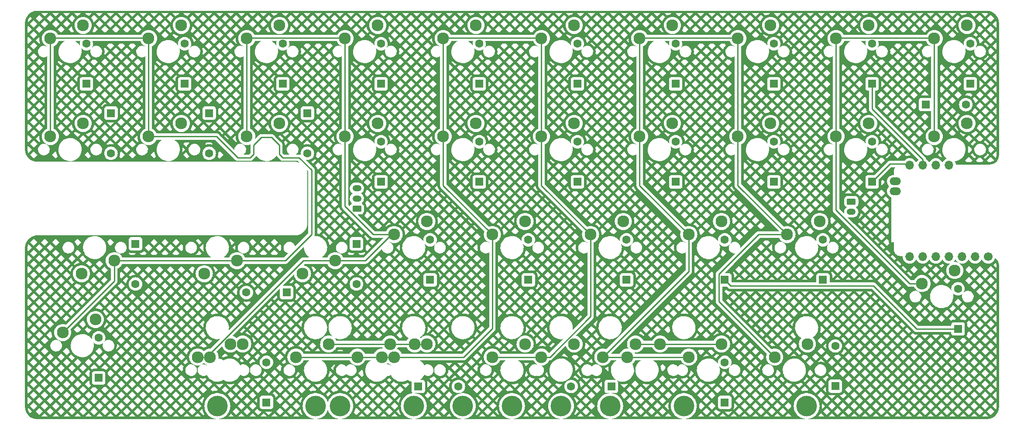
<source format=gbr>
%TF.GenerationSoftware,KiCad,Pcbnew,(7.0.0)*%
%TF.CreationDate,2023-05-17T15:52:50+02:00*%
%TF.ProjectId,Alpha-ISO BLE,416c7068-612d-4495-934f-20424c452e6b,rev?*%
%TF.SameCoordinates,Original*%
%TF.FileFunction,Copper,L1,Top*%
%TF.FilePolarity,Positive*%
%FSLAX46Y46*%
G04 Gerber Fmt 4.6, Leading zero omitted, Abs format (unit mm)*
G04 Created by KiCad (PCBNEW (7.0.0)) date 2023-05-17 15:52:50*
%MOMM*%
%LPD*%
G01*
G04 APERTURE LIST*
G04 Aperture macros list*
%AMRoundRect*
0 Rectangle with rounded corners*
0 $1 Rounding radius*
0 $2 $3 $4 $5 $6 $7 $8 $9 X,Y pos of 4 corners*
0 Add a 4 corners polygon primitive as box body*
4,1,4,$2,$3,$4,$5,$6,$7,$8,$9,$2,$3,0*
0 Add four circle primitives for the rounded corners*
1,1,$1+$1,$2,$3*
1,1,$1+$1,$4,$5*
1,1,$1+$1,$6,$7*
1,1,$1+$1,$8,$9*
0 Add four rect primitives between the rounded corners*
20,1,$1+$1,$2,$3,$4,$5,0*
20,1,$1+$1,$4,$5,$6,$7,0*
20,1,$1+$1,$6,$7,$8,$9,0*
20,1,$1+$1,$8,$9,$2,$3,0*%
G04 Aperture macros list end*
%TA.AperFunction,ComponentPad*%
%ADD10R,1.600000X1.600000*%
%TD*%
%TA.AperFunction,ComponentPad*%
%ADD11C,1.600000*%
%TD*%
%TA.AperFunction,ComponentPad*%
%ADD12C,2.300000*%
%TD*%
%TA.AperFunction,ComponentPad*%
%ADD13C,4.000000*%
%TD*%
%TA.AperFunction,ComponentPad*%
%ADD14C,1.700000*%
%TD*%
%TA.AperFunction,ComponentPad*%
%ADD15O,1.700000X1.700000*%
%TD*%
%TA.AperFunction,ComponentPad*%
%ADD16O,2.200000X1.500000*%
%TD*%
%TA.AperFunction,ComponentPad*%
%ADD17RoundRect,0.250000X0.625000X-0.350000X0.625000X0.350000X-0.625000X0.350000X-0.625000X-0.350000X0*%
%TD*%
%TA.AperFunction,ComponentPad*%
%ADD18O,1.750000X1.200000*%
%TD*%
%TA.AperFunction,ComponentPad*%
%ADD19RoundRect,0.250000X-0.625000X0.350000X-0.625000X-0.350000X0.625000X-0.350000X0.625000X0.350000X0*%
%TD*%
%TA.AperFunction,Conductor*%
%ADD20C,0.250000*%
%TD*%
G04 APERTURE END LIST*
D10*
%TO.P,D6,1,K*%
%TO.N,ROW5*%
X149224999Y-77718749D03*
D11*
%TO.P,D6,2,A*%
%TO.N,Net-(D6-A)*%
X149225000Y-69918750D03*
%TD*%
D12*
%TO.P,MX42,1,1*%
%TO.N,COL4*%
X144621250Y-92710000D03*
%TO.P,MX42,2,2*%
%TO.N,Net-(D40-A)*%
X150971250Y-90170000D03*
%TD*%
%TO.P,MX14,1,1*%
%TO.N,COL1*%
X66040000Y-92710000D03*
%TO.P,MX14,2,2*%
%TO.N,Net-(D14-A)*%
X72390000Y-90170000D03*
%TD*%
D10*
%TO.P,D17,1,K*%
%TO.N,ROW2*%
X87312499Y-45312499D03*
D11*
%TO.P,D17,2,A*%
%TO.N,Net-(D17-A)*%
X87312500Y-53112500D03*
%TD*%
D12*
%TO.P,MX5,1,1*%
%TO.N,COL0*%
X49847500Y-73977500D03*
%TO.P,MX5,2,2*%
%TO.N,Net-(D5-A)*%
X43497500Y-76517500D03*
%TD*%
%TO.P,MX12,1,1*%
%TO.N,COL0*%
X73660000Y-73977500D03*
%TO.P,MX12,2,2*%
%TO.N,Net-(D12-A)*%
X67310000Y-76517500D03*
%TD*%
D13*
%TO.P,S2,*%
%TO.N,*%
X127000000Y-102235000D03*
X88900000Y-102235000D03*
%TD*%
D10*
%TO.P,D35,1,K*%
%TO.N,ROW4*%
X130174999Y-77718749D03*
D11*
%TO.P,D35,2,A*%
%TO.N,Net-(D35-A)*%
X130175000Y-69918750D03*
%TD*%
D10*
%TO.P,D9,1,K*%
%TO.N,ROW0*%
X158749999Y-39618749D03*
D11*
%TO.P,D9,2,A*%
%TO.N,Net-(D9-A)*%
X158750000Y-31818750D03*
%TD*%
D10*
%TO.P,D24,1,K*%
%TO.N,ROW7*%
X146266999Y-98424999D03*
D11*
%TO.P,D24,2,A*%
%TO.N,Net-(D24-A)*%
X138467000Y-98425000D03*
%TD*%
D12*
%TO.P,MX35,1,1*%
%TO.N,COL2*%
X85090000Y-92710000D03*
%TO.P,MX35,2,2*%
%TO.N,Net-(D21-A)*%
X91440000Y-90170000D03*
%TD*%
D10*
%TO.P,D31,1,K*%
%TO.N,ROW2*%
X196849999Y-58668749D03*
D11*
%TO.P,D31,2,A*%
%TO.N,Net-(D31-A)*%
X196850000Y-50868750D03*
%TD*%
D12*
%TO.P,MX43,1,1*%
%TO.N,COL4*%
X149383750Y-92710000D03*
%TO.P,MX43,2,2*%
%TO.N,Net-(D40-A)*%
X155733750Y-90170000D03*
%TD*%
%TO.P,MX26,1,1*%
%TO.N,COL1*%
X104140000Y-68897500D03*
%TO.P,MX26,2,2*%
%TO.N,Net-(D34-A)*%
X110490000Y-66357500D03*
%TD*%
D10*
%TO.P,D13,1,K*%
%TO.N,ROW4*%
X168274999Y-77718749D03*
D11*
%TO.P,D13,2,A*%
%TO.N,Net-(D13-A)*%
X168275000Y-69918750D03*
%TD*%
D12*
%TO.P,MX16,1,1*%
%TO.N,COL4*%
X170815000Y-30797500D03*
%TO.P,MX16,2,2*%
%TO.N,Net-(D16-A)*%
X177165000Y-28257500D03*
%TD*%
D10*
%TO.P,D18,1,K*%
%TO.N,ROW3*%
X177799999Y-58668749D03*
D11*
%TO.P,D18,2,A*%
%TO.N,Net-(D18-A)*%
X177800000Y-50868750D03*
%TD*%
D10*
%TO.P,D12,1,K*%
%TO.N,ROW5*%
X83274999Y-80168749D03*
D11*
%TO.P,D12,2,A*%
%TO.N,Net-(D12-A)*%
X75475000Y-80168750D03*
%TD*%
D12*
%TO.P,MX31,1,1*%
%TO.N,COL2*%
X113665000Y-49847500D03*
%TO.P,MX31,2,2*%
%TO.N,Net-(D29-A)*%
X120015000Y-47307500D03*
%TD*%
%TO.P,MX29,1,1*%
%TO.N,COL2*%
X113665000Y-30797500D03*
%TO.P,MX29,2,2*%
%TO.N,Net-(D23-A)*%
X120015000Y-28257500D03*
%TD*%
%TO.P,MX36,1,1*%
%TO.N,COL1*%
X68421250Y-92710000D03*
%TO.P,MX36,2,2*%
%TO.N,Net-(D14-A)*%
X74771250Y-90170000D03*
%TD*%
D10*
%TO.P,D20,1,K*%
%TO.N,ROW5*%
X187324999Y-77718749D03*
D11*
%TO.P,D20,2,A*%
%TO.N,Net-(D20-A)*%
X187325000Y-69918750D03*
%TD*%
D10*
%TO.P,D37,1,K*%
%TO.N,ROW4*%
X213518749Y-87243749D03*
D11*
%TO.P,D37,2,A*%
%TO.N,Net-(D37-A)*%
X213518750Y-79443750D03*
%TD*%
D10*
%TO.P,D32,1,K*%
%TO.N,ROW3*%
X207237499Y-43656249D03*
D11*
%TO.P,D32,2,A*%
%TO.N,Net-(D32-A)*%
X215037500Y-43656250D03*
%TD*%
D10*
%TO.P,D29,1,K*%
%TO.N,ROW2*%
X120649999Y-58668749D03*
D11*
%TO.P,D29,2,A*%
%TO.N,Net-(D29-A)*%
X120650000Y-50868750D03*
%TD*%
D10*
%TO.P,D2,1,K*%
%TO.N,ROW1*%
X139699999Y-39618749D03*
D11*
%TO.P,D2,2,A*%
%TO.N,Net-(D2-A)*%
X139700000Y-31818750D03*
%TD*%
D12*
%TO.P,MX8,1,1*%
%TO.N,COL0*%
X56515000Y-30797500D03*
%TO.P,MX8,2,2*%
%TO.N,Net-(D8-A)*%
X62865000Y-28257500D03*
%TD*%
%TO.P,MX37,1,1*%
%TO.N,COL2*%
X101758750Y-92710000D03*
%TO.P,MX37,2,2*%
%TO.N,Net-(D21-A)*%
X108108750Y-90170000D03*
%TD*%
D10*
%TO.P,D15,1,K*%
%TO.N,ROW0*%
X82549999Y-39618749D03*
D11*
%TO.P,D15,2,A*%
%TO.N,Net-(D15-A)*%
X82550000Y-31818750D03*
%TD*%
D13*
%TO.P,S3,*%
%TO.N,*%
X184150000Y-102235000D03*
X146050000Y-102235000D03*
%TD*%
D12*
%TO.P,MX18,1,1*%
%TO.N,COL4*%
X170815000Y-49847500D03*
%TO.P,MX18,2,2*%
%TO.N,Net-(D18-A)*%
X177165000Y-47307500D03*
%TD*%
D10*
%TO.P,D28,1,K*%
%TO.N,ROW3*%
X101599999Y-58668749D03*
D11*
%TO.P,D28,2,A*%
%TO.N,Net-(D28-A)*%
X101600000Y-50868750D03*
%TD*%
D10*
%TO.P,D34,1,K*%
%TO.N,ROW5*%
X111124999Y-77718749D03*
D11*
%TO.P,D34,2,A*%
%TO.N,Net-(D34-A)*%
X111125000Y-69918750D03*
%TD*%
D12*
%TO.P,MX24,1,1*%
%TO.N,COL1*%
X94615000Y-49847500D03*
%TO.P,MX24,2,2*%
%TO.N,Net-(D28-A)*%
X100965000Y-47307500D03*
%TD*%
D10*
%TO.P,D16,1,K*%
%TO.N,ROW1*%
X177799999Y-39618749D03*
D11*
%TO.P,D16,2,A*%
%TO.N,Net-(D16-A)*%
X177800000Y-31818750D03*
%TD*%
D12*
%TO.P,MX44,1,1*%
%TO.N,COL4*%
X177958750Y-92710000D03*
%TO.P,MX44,2,2*%
%TO.N,Net-(D27-A)*%
X184308750Y-90170000D03*
%TD*%
%TO.P,MX19,1,1*%
%TO.N,COL1*%
X92710000Y-73977500D03*
%TO.P,MX19,2,2*%
%TO.N,Net-(D19-A)*%
X86360000Y-76517500D03*
%TD*%
%TO.P,MX21,1,1*%
%TO.N,COL2*%
X104140000Y-92710000D03*
%TO.P,MX21,2,2*%
%TO.N,Net-(D21-A)*%
X110490000Y-90170000D03*
%TD*%
%TO.P,MX15,1,1*%
%TO.N,COL1*%
X75565000Y-30797500D03*
%TO.P,MX15,2,2*%
%TO.N,Net-(D15-A)*%
X81915000Y-28257500D03*
%TD*%
D10*
%TO.P,D40,1,K*%
%TO.N,ROW6*%
X168274999Y-101531249D03*
D11*
%TO.P,D40,2,A*%
%TO.N,Net-(D40-A)*%
X168275000Y-93731250D03*
%TD*%
D12*
%TO.P,MX4,1,1*%
%TO.N,COL2*%
X132715000Y-49847500D03*
%TO.P,MX4,2,2*%
%TO.N,Net-(D4-A)*%
X139065000Y-47307500D03*
%TD*%
%TO.P,MX2,1,1*%
%TO.N,COL2*%
X132715000Y-30797500D03*
%TO.P,MX2,2,2*%
%TO.N,Net-(D2-A)*%
X139065000Y-28257500D03*
%TD*%
D10*
%TO.P,D23,1,K*%
%TO.N,ROW0*%
X120649999Y-39618749D03*
D11*
%TO.P,D23,2,A*%
%TO.N,Net-(D23-A)*%
X120650000Y-31818750D03*
%TD*%
D12*
%TO.P,MX11,1,1*%
%TO.N,COL4*%
X151765000Y-49847500D03*
%TO.P,MX11,2,2*%
%TO.N,Net-(D11-A)*%
X158115000Y-47307500D03*
%TD*%
%TO.P,MX9,1,1*%
%TO.N,COL4*%
X151765000Y-30797500D03*
%TO.P,MX9,2,2*%
%TO.N,Net-(D9-A)*%
X158115000Y-28257500D03*
%TD*%
%TO.P,MX38,1,1*%
%TO.N,COL2*%
X96996250Y-92710000D03*
%TO.P,MX38,2,2*%
%TO.N,Net-(D21-A)*%
X103346250Y-90170000D03*
%TD*%
D10*
%TO.P,D4,1,K*%
%TO.N,ROW3*%
X139699999Y-58668749D03*
D11*
%TO.P,D4,2,A*%
%TO.N,Net-(D4-A)*%
X139700000Y-50868750D03*
%TD*%
D13*
%TO.P,S8,*%
%TO.N,*%
X184150000Y-102235000D03*
X88900000Y-102235000D03*
%TD*%
D12*
%TO.P,MX20,1,1*%
%TO.N,COL4*%
X180340000Y-68897500D03*
%TO.P,MX20,2,2*%
%TO.N,Net-(D20-A)*%
X186690000Y-66357500D03*
%TD*%
D10*
%TO.P,D11,1,K*%
%TO.N,ROW2*%
X158749999Y-58668749D03*
D11*
%TO.P,D11,2,A*%
%TO.N,Net-(D11-A)*%
X158750000Y-50868750D03*
%TD*%
D10*
%TO.P,D3,1,K*%
%TO.N,ROW2*%
X49212499Y-45312499D03*
D11*
%TO.P,D3,2,A*%
%TO.N,Net-(D3-A)*%
X49212500Y-53112500D03*
%TD*%
D12*
%TO.P,MX3,1,1*%
%TO.N,COL0*%
X37465000Y-49847500D03*
%TO.P,MX3,2,2*%
%TO.N,Net-(D3-A)*%
X43815000Y-47307500D03*
%TD*%
D10*
%TO.P,D25,1,K*%
%TO.N,ROW0*%
X196849999Y-39618749D03*
D11*
%TO.P,D25,2,A*%
%TO.N,Net-(D25-A)*%
X196850000Y-31818750D03*
%TD*%
D10*
%TO.P,D19,1,K*%
%TO.N,ROW4*%
X96837499Y-70712499D03*
D11*
%TO.P,D19,2,A*%
%TO.N,Net-(D19-A)*%
X96837500Y-78512500D03*
%TD*%
D10*
%TO.P,D14,1,K*%
%TO.N,ROW6*%
X79374999Y-101531249D03*
D11*
%TO.P,D14,2,A*%
%TO.N,Net-(D14-A)*%
X79375000Y-93731250D03*
%TD*%
D10*
%TO.P,D22,1,K*%
%TO.N,ROW1*%
X101599999Y-39618749D03*
D11*
%TO.P,D22,2,A*%
%TO.N,Net-(D22-A)*%
X101600000Y-31818750D03*
%TD*%
D12*
%TO.P,MX30,1,1*%
%TO.N,COL5*%
X208915000Y-30797500D03*
%TO.P,MX30,2,2*%
%TO.N,Net-(D26-A)*%
X215265000Y-28257500D03*
%TD*%
%TO.P,MX39,1,1*%
%TO.N,COL2*%
X123190000Y-92710000D03*
%TO.P,MX39,2,2*%
%TO.N,Net-(D24-A)*%
X129540000Y-90170000D03*
%TD*%
D13*
%TO.P,S6,*%
%TO.N,*%
X117475000Y-102235000D03*
X93662500Y-102235000D03*
%TD*%
D12*
%TO.P,MX6,1,1*%
%TO.N,COL2*%
X142240000Y-68897500D03*
%TO.P,MX6,2,2*%
%TO.N,Net-(D6-A)*%
X148590000Y-66357500D03*
%TD*%
D13*
%TO.P,S4,*%
%TO.N,*%
X107950000Y-102235000D03*
X69850000Y-102235000D03*
%TD*%
D10*
%TO.P,D1,1,K*%
%TO.N,ROW0*%
X44449999Y-39618749D03*
D11*
%TO.P,D1,2,A*%
%TO.N,Net-(D1-A)*%
X44450000Y-31818750D03*
%TD*%
D10*
%TO.P,D10,1,K*%
%TO.N,ROW3*%
X68262499Y-45312499D03*
D11*
%TO.P,D10,2,A*%
%TO.N,Net-(D10-A)*%
X68262500Y-53112500D03*
%TD*%
D12*
%TO.P,MX10,1,1*%
%TO.N,COL0*%
X56515000Y-49847500D03*
%TO.P,MX10,2,2*%
%TO.N,Net-(D10-A)*%
X62865000Y-47307500D03*
%TD*%
%TO.P,MX17,1,1*%
%TO.N,COL1*%
X75565000Y-49847500D03*
%TO.P,MX17,2,2*%
%TO.N,Net-(D17-A)*%
X81915000Y-47307500D03*
%TD*%
%TO.P,MX27,1,1*%
%TO.N,COL5*%
X206533750Y-78422500D03*
%TO.P,MX27,2,2*%
%TO.N,Net-(D37-A)*%
X212883750Y-75882500D03*
%TD*%
D13*
%TO.P,S9,*%
%TO.N,*%
X184150000Y-102235000D03*
X69850000Y-102235000D03*
%TD*%
D10*
%TO.P,D7,1,K*%
%TO.N,ROW6*%
X46831249Y-96768749D03*
D11*
%TO.P,D7,2,A*%
%TO.N,Net-(D7-A)*%
X46831250Y-88968750D03*
%TD*%
D12*
%TO.P,MX23,1,1*%
%TO.N,COL5*%
X189865000Y-30797500D03*
%TO.P,MX23,2,2*%
%TO.N,Net-(D25-A)*%
X196215000Y-28257500D03*
%TD*%
%TO.P,MX1,1,1*%
%TO.N,COL0*%
X37465000Y-30797500D03*
%TO.P,MX1,2,2*%
%TO.N,Net-(D1-A)*%
X43815000Y-28257500D03*
%TD*%
%TO.P,MX22,1,1*%
%TO.N,COL1*%
X94615000Y-30797500D03*
%TO.P,MX22,2,2*%
%TO.N,Net-(D22-A)*%
X100965000Y-28257500D03*
%TD*%
D10*
%TO.P,D5,1,K*%
%TO.N,ROW4*%
X53974999Y-70712499D03*
D11*
%TO.P,D5,2,A*%
%TO.N,Net-(D5-A)*%
X53975000Y-78512500D03*
%TD*%
D10*
%TO.P,D27,1,K*%
%TO.N,ROW7*%
X189706249Y-98356249D03*
D11*
%TO.P,D27,2,A*%
%TO.N,Net-(D27-A)*%
X189706250Y-90556250D03*
%TD*%
D10*
%TO.P,D21,1,K*%
%TO.N,ROW6*%
X108812499Y-98424999D03*
D11*
%TO.P,D21,2,A*%
%TO.N,Net-(D21-A)*%
X116612500Y-98425000D03*
%TD*%
D12*
%TO.P,MX25,1,1*%
%TO.N,COL5*%
X189865000Y-49847500D03*
%TO.P,MX25,2,2*%
%TO.N,Net-(D31-A)*%
X196215000Y-47307500D03*
%TD*%
D10*
%TO.P,D8,1,K*%
%TO.N,ROW1*%
X63499999Y-39618749D03*
D11*
%TO.P,D8,2,A*%
%TO.N,Net-(D8-A)*%
X63500000Y-31818750D03*
%TD*%
D13*
%TO.P,S7,*%
%TO.N,*%
X160337500Y-102235000D03*
X136525000Y-102235000D03*
%TD*%
D10*
%TO.P,D26,1,K*%
%TO.N,ROW1*%
X215899999Y-39618749D03*
D11*
%TO.P,D26,2,A*%
%TO.N,Net-(D26-A)*%
X215900000Y-31818750D03*
%TD*%
D12*
%TO.P,MX28,1,1*%
%TO.N,COL4*%
X161290000Y-92710000D03*
%TO.P,MX28,2,2*%
%TO.N,Net-(D40-A)*%
X167640000Y-90170000D03*
%TD*%
%TO.P,MX32,1,1*%
%TO.N,COL5*%
X208915000Y-49847500D03*
%TO.P,MX32,2,2*%
%TO.N,Net-(D32-A)*%
X215265000Y-47307500D03*
%TD*%
%TO.P,MX7,1,1*%
%TO.N,COL0*%
X39846250Y-87947500D03*
%TO.P,MX7,2,2*%
%TO.N,Net-(D7-A)*%
X46196250Y-85407500D03*
%TD*%
%TO.P,MX33,1,1*%
%TO.N,COL2*%
X123190000Y-68897500D03*
%TO.P,MX33,2,2*%
%TO.N,Net-(D35-A)*%
X129540000Y-66357500D03*
%TD*%
%TO.P,MX34,1,1*%
%TO.N,COL2*%
X132715000Y-92710000D03*
%TO.P,MX34,2,2*%
%TO.N,Net-(D24-A)*%
X139065000Y-90170000D03*
%TD*%
%TO.P,MX13,1,1*%
%TO.N,COL4*%
X161290000Y-68897500D03*
%TO.P,MX13,2,2*%
%TO.N,Net-(D13-A)*%
X167640000Y-66357500D03*
%TD*%
D14*
%TO.P,J1,1,Pin_1*%
%TO.N,ROW6*%
X219386662Y-73189580D03*
D15*
%TO.P,J1,2,Pin_2*%
%TO.N,ROW7*%
X216846661Y-73189579D03*
%TO.P,J1,3,Pin_3*%
%TO.N,ROW4*%
X214306661Y-73189579D03*
%TO.P,J1,4,Pin_4*%
%TO.N,COL4*%
X211766661Y-73189579D03*
%TO.P,J1,5,Pin_5*%
%TO.N,COL2*%
X209226661Y-73189579D03*
%TO.P,J1,6,Pin_6*%
%TO.N,COL1*%
X206686661Y-73189579D03*
%TO.P,J1,7,Pin_7*%
%TO.N,COL0*%
X204146661Y-73189579D03*
D16*
%TO.P,J1,8,Pin_8*%
%TO.N,ROW5*%
X201352661Y-60489579D03*
%TO.P,J1,9,Pin_9*%
%TO.N,ROW3*%
X201352661Y-58584579D03*
D15*
%TO.P,J1,18,Pin_18*%
%TO.N,ROW2*%
X204146661Y-55409579D03*
%TO.P,J1,19,Pin_19*%
%TO.N,ROW0*%
X206686661Y-55409579D03*
%TO.P,J1,20,Pin_20*%
%TO.N,COL5*%
X209226661Y-55409579D03*
%TO.P,J1,21,Pin_21*%
%TO.N,ROW1*%
X211766661Y-55409579D03*
%TD*%
D17*
%TO.P,J3,1,Pin_1*%
%TO.N,-BATT*%
X96906250Y-63912500D03*
D18*
%TO.P,J3,2,Pin_2*%
%TO.N,+BATT*%
X96906249Y-61912499D03*
%TO.P,J3,3,Pin_3*%
%TO.N,-BATT*%
X96906249Y-59912499D03*
%TD*%
D19*
%TO.P,J2,1,Pin_1*%
%TO.N,-BATT*%
X192812500Y-62500000D03*
D18*
%TO.P,J2,2,Pin_2*%
%TO.N,+BATT*%
X192812499Y-64499999D03*
%TD*%
D20*
%TO.N,ROW0*%
X196850000Y-44450000D02*
X206686662Y-54286662D01*
X196850000Y-39618750D02*
X196850000Y-44450000D01*
X206686662Y-54286662D02*
X206686662Y-55191106D01*
%TO.N,ROW2*%
X202457247Y-55189106D02*
X202461947Y-55193806D01*
X196850000Y-58668750D02*
X200329644Y-55189106D01*
X200329644Y-55189106D02*
X202457247Y-55189106D01*
X202461947Y-55193806D02*
X203930888Y-55193806D01*
X203930888Y-55193806D02*
X204146450Y-55193595D01*
%TO.N,ROW4*%
X168275000Y-77718750D02*
X169400000Y-78843750D01*
X169400000Y-78843750D02*
X197112500Y-78843750D01*
X213518750Y-87243750D02*
X205512500Y-87243750D01*
X197112500Y-78843750D02*
X205512500Y-87243750D01*
%TO.N,Net-(D21-A)*%
X91440000Y-90170000D02*
X110490000Y-90170000D01*
%TO.N,Net-(D40-A)*%
X150971250Y-90170000D02*
X155733750Y-90170000D01*
X155733750Y-90170000D02*
X167640000Y-90170000D01*
%TO.N,COL0*%
X81843816Y-51506184D02*
X80343881Y-50006250D01*
X83047767Y-73977500D02*
X86450133Y-70575133D01*
X81843816Y-53268816D02*
X81843816Y-51506184D01*
X39846250Y-87947500D02*
X49847500Y-77946250D01*
X86450133Y-70537236D02*
X88106250Y-68881118D01*
X86450133Y-70575133D02*
X86450133Y-70537236D01*
X88106250Y-68881118D02*
X88106250Y-56356250D01*
X69691250Y-49847500D02*
X56515000Y-49847500D01*
X80343881Y-50006250D02*
X78406119Y-50006250D01*
X49847500Y-73977500D02*
X73660000Y-73977500D01*
X49847500Y-77946250D02*
X49847500Y-73977500D01*
X56515000Y-49847500D02*
X56515000Y-30797500D01*
X82550000Y-53975000D02*
X81843816Y-53268816D01*
X76200000Y-53975000D02*
X73818750Y-53975000D01*
X56411250Y-30693750D02*
X37568750Y-30693750D01*
X37465000Y-30797500D02*
X37465000Y-49847500D01*
X85725000Y-53975000D02*
X82550000Y-53975000D01*
X73818750Y-53975000D02*
X69691250Y-49847500D01*
X88106250Y-56356250D02*
X85725000Y-53975000D01*
X76906184Y-53268816D02*
X76200000Y-53975000D01*
X56515000Y-30797500D02*
X56411250Y-30693750D01*
X73660000Y-73977500D02*
X83047767Y-73977500D01*
X76906184Y-51506184D02*
X76906184Y-53268816D01*
X78406119Y-50006250D02*
X76906184Y-51506184D01*
X37568750Y-30693750D02*
X37465000Y-30797500D01*
%TO.N,COL2*%
X104140000Y-92710000D02*
X117633750Y-92710000D01*
X132715000Y-49847500D02*
X132715000Y-30797500D01*
X134341345Y-92710000D02*
X142240000Y-84811345D01*
X85090000Y-92710000D02*
X104140000Y-92710000D01*
X132611250Y-30693750D02*
X132715000Y-30797500D01*
X123190000Y-87153750D02*
X123190000Y-68897500D01*
X123190000Y-92710000D02*
X132715000Y-92710000D01*
X132715000Y-92710000D02*
X134341345Y-92710000D01*
X142240000Y-68897500D02*
X132715000Y-59372500D01*
X113665000Y-59372500D02*
X113665000Y-49847500D01*
X113665000Y-30797500D02*
X113665000Y-49847500D01*
X142240000Y-84811345D02*
X142240000Y-68897500D01*
X113768750Y-30693750D02*
X132611250Y-30693750D01*
X113665000Y-30797500D02*
X113768750Y-30693750D01*
X132715000Y-59372500D02*
X132715000Y-49847500D01*
X123190000Y-68897500D02*
X113665000Y-59372500D01*
X117633750Y-92710000D02*
X123190000Y-87153750D01*
%TO.N,COL4*%
X170815000Y-49847500D02*
X170815000Y-59351827D01*
X177958750Y-92710000D02*
X167150000Y-81901250D01*
X167150000Y-76593750D02*
X174846250Y-68897500D01*
X144621250Y-92710000D02*
X161290000Y-76041250D01*
X170815000Y-59351827D02*
X180340000Y-68876827D01*
X170711250Y-30693750D02*
X170815000Y-30797500D01*
X170815000Y-49847500D02*
X170815000Y-30797500D01*
X151765000Y-49847500D02*
X151765000Y-30797500D01*
X161290000Y-76041250D02*
X161290000Y-68897500D01*
X151765000Y-49847500D02*
X151765000Y-59372500D01*
X151765000Y-59372500D02*
X161290000Y-68897500D01*
X174846250Y-68897500D02*
X180340000Y-68897500D01*
X151868750Y-30693750D02*
X170711250Y-30693750D01*
X180340000Y-68876827D02*
X180340000Y-68897500D01*
X167150000Y-81901250D02*
X167150000Y-76593750D01*
X151765000Y-30797500D02*
X151868750Y-30693750D01*
X144621250Y-92710000D02*
X161290000Y-92710000D01*
%TO.N,COL1*%
X86496534Y-73977500D02*
X92710000Y-73977500D01*
X98562233Y-73977500D02*
X103642233Y-68897500D01*
X75668750Y-30693750D02*
X94511250Y-30693750D01*
X75565000Y-30797500D02*
X75668750Y-30693750D01*
X94615000Y-49847500D02*
X94615000Y-30797500D01*
X67764034Y-92710000D02*
X86496534Y-73977500D01*
X66040000Y-92710000D02*
X67764034Y-92710000D01*
X75565000Y-30797500D02*
X75565000Y-49847500D01*
X94615000Y-63409423D02*
X100103077Y-68897500D01*
X94615000Y-49847500D02*
X94615000Y-63409423D01*
X66040000Y-92710000D02*
X68421250Y-92710000D01*
X94511250Y-30693750D02*
X94615000Y-30797500D01*
X103642233Y-68897500D02*
X104140000Y-68897500D01*
X92710000Y-73977500D02*
X98562233Y-73977500D01*
X100103077Y-68897500D02*
X104140000Y-68897500D01*
%TO.N,COL5*%
X189865000Y-30797500D02*
X189865000Y-49847500D01*
X189865000Y-64176036D02*
X189865000Y-49847500D01*
X208915000Y-49847500D02*
X208915000Y-30797500D01*
X208811250Y-30693750D02*
X208915000Y-30797500D01*
X204111464Y-78422500D02*
X189865000Y-64176036D01*
X189865000Y-30797500D02*
X189968750Y-30693750D01*
X206533750Y-78422500D02*
X204111464Y-78422500D01*
X189968750Y-30693750D02*
X208811250Y-30693750D01*
%TD*%
%TA.AperFunction,NonConductor*%
G36*
X43237058Y-31321729D02*
G01*
X43241115Y-31328098D01*
X43240348Y-31335610D01*
X43223473Y-31371797D01*
X43223469Y-31371807D01*
X43223261Y-31372254D01*
X43223132Y-31372732D01*
X43223129Y-31372743D01*
X43164494Y-31591573D01*
X43164492Y-31591583D01*
X43164365Y-31592058D01*
X43164321Y-31592555D01*
X43164321Y-31592558D01*
X43148494Y-31773462D01*
X43144532Y-31818750D01*
X43144576Y-31819253D01*
X43160696Y-32003511D01*
X43164365Y-32045442D01*
X43164492Y-32045918D01*
X43164494Y-32045926D01*
X43179191Y-32100774D01*
X43178535Y-32108547D01*
X43173069Y-32114113D01*
X43165308Y-32114910D01*
X43158825Y-32110572D01*
X43053916Y-31968189D01*
X42992777Y-31885210D01*
X42852458Y-31740121D01*
X42784148Y-31669489D01*
X42784146Y-31669487D01*
X42783879Y-31669211D01*
X42783574Y-31668970D01*
X42548357Y-31483221D01*
X42548354Y-31483219D01*
X42548054Y-31482982D01*
X42307742Y-31340645D01*
X42302942Y-31335062D01*
X42302512Y-31327712D01*
X42306628Y-31321607D01*
X42313603Y-31319250D01*
X43229925Y-31319250D01*
X43237058Y-31321729D01*
G37*
%TD.AperFunction*%
%TA.AperFunction,NonConductor*%
G36*
X81337058Y-31321729D02*
G01*
X81341115Y-31328098D01*
X81340348Y-31335610D01*
X81323473Y-31371797D01*
X81323469Y-31371807D01*
X81323261Y-31372254D01*
X81323132Y-31372732D01*
X81323129Y-31372743D01*
X81264494Y-31591573D01*
X81264492Y-31591583D01*
X81264365Y-31592058D01*
X81264321Y-31592555D01*
X81264321Y-31592558D01*
X81248494Y-31773462D01*
X81244532Y-31818750D01*
X81244576Y-31819253D01*
X81260696Y-32003511D01*
X81264365Y-32045442D01*
X81264492Y-32045918D01*
X81264494Y-32045926D01*
X81279191Y-32100774D01*
X81278535Y-32108547D01*
X81273069Y-32114113D01*
X81265308Y-32114910D01*
X81258825Y-32110572D01*
X81153916Y-31968189D01*
X81092777Y-31885210D01*
X80952458Y-31740121D01*
X80884148Y-31669489D01*
X80884146Y-31669487D01*
X80883879Y-31669211D01*
X80883574Y-31668970D01*
X80648357Y-31483221D01*
X80648354Y-31483219D01*
X80648054Y-31482982D01*
X80407742Y-31340645D01*
X80402942Y-31335062D01*
X80402512Y-31327712D01*
X80406628Y-31321607D01*
X80413603Y-31319250D01*
X81329925Y-31319250D01*
X81337058Y-31321729D01*
G37*
%TD.AperFunction*%
%TA.AperFunction,NonConductor*%
G36*
X78351468Y-31321725D02*
G01*
X78355528Y-31328084D01*
X78354773Y-31335591D01*
X78349528Y-31341014D01*
X78229003Y-31401917D01*
X78228989Y-31401924D01*
X78228657Y-31402093D01*
X78228348Y-31402305D01*
X78228333Y-31402314D01*
X77981241Y-31571933D01*
X77981234Y-31571938D01*
X77980920Y-31572154D01*
X77980644Y-31572402D01*
X77980632Y-31572413D01*
X77758343Y-31773462D01*
X77758335Y-31773469D01*
X77758061Y-31773718D01*
X77757821Y-31774001D01*
X77757815Y-31774008D01*
X77564302Y-32002897D01*
X77564295Y-32002906D01*
X77564057Y-32003188D01*
X77563856Y-32003502D01*
X77563850Y-32003511D01*
X77402572Y-32256149D01*
X77402568Y-32256156D01*
X77402369Y-32256468D01*
X77402215Y-32256797D01*
X77402212Y-32256805D01*
X77276038Y-32528702D01*
X77276033Y-32528712D01*
X77275882Y-32529040D01*
X77275772Y-32529393D01*
X77275771Y-32529397D01*
X77186967Y-32815670D01*
X77186963Y-32815686D01*
X77186854Y-32816038D01*
X77186792Y-32816401D01*
X77186789Y-32816417D01*
X77136936Y-33111968D01*
X77136934Y-33111983D01*
X77136874Y-33112342D01*
X77136861Y-33112711D01*
X77136861Y-33112718D01*
X77126845Y-33412289D01*
X77126845Y-33412297D01*
X77126833Y-33412664D01*
X77126869Y-33413027D01*
X77126870Y-33413041D01*
X77156872Y-33711267D01*
X77156874Y-33711281D01*
X77156911Y-33711645D01*
X77226570Y-34003949D01*
X77226704Y-34004299D01*
X77226707Y-34004306D01*
X77330851Y-34274707D01*
X77334569Y-34284360D01*
X77334747Y-34284685D01*
X77334749Y-34284689D01*
X77399710Y-34403228D01*
X77478979Y-34547875D01*
X77657223Y-34789790D01*
X77720479Y-34855196D01*
X77859251Y-34998686D01*
X77866121Y-35005789D01*
X78101946Y-35192018D01*
X78360487Y-35345152D01*
X78637133Y-35462460D01*
X78926946Y-35541848D01*
X79224755Y-35581900D01*
X79449851Y-35581900D01*
X79450033Y-35581900D01*
X79674819Y-35566852D01*
X79969287Y-35506999D01*
X80253151Y-35408431D01*
X80291760Y-35388921D01*
X81264651Y-35388921D01*
X81973171Y-36097442D01*
X82681692Y-35388921D01*
X83385970Y-35388921D01*
X84094491Y-36097442D01*
X84803012Y-35388921D01*
X85507291Y-35388921D01*
X86215812Y-36097442D01*
X86924332Y-35388921D01*
X87628612Y-35388921D01*
X88337132Y-36097442D01*
X89045653Y-35388921D01*
X89749932Y-35388921D01*
X90458453Y-36097442D01*
X91166973Y-35388921D01*
X91871252Y-35388921D01*
X92579773Y-36097442D01*
X93288293Y-35388921D01*
X92745726Y-34846354D01*
X92641832Y-34804762D01*
X92641328Y-34804546D01*
X92600157Y-34785740D01*
X92599664Y-34785501D01*
X92597721Y-34784499D01*
X92597241Y-34784237D01*
X92558147Y-34761663D01*
X92557681Y-34761378D01*
X92521833Y-34738339D01*
X91871252Y-35388921D01*
X91166973Y-35388921D01*
X90458453Y-34680401D01*
X89749932Y-35388921D01*
X89045653Y-35388921D01*
X88337132Y-34680401D01*
X87628612Y-35388921D01*
X86924332Y-35388921D01*
X86215812Y-34680401D01*
X85507291Y-35388921D01*
X84803012Y-35388921D01*
X84375091Y-34961000D01*
X84347528Y-34961000D01*
X84346980Y-34960987D01*
X84301782Y-34958832D01*
X84301236Y-34958793D01*
X84299060Y-34958585D01*
X84298517Y-34958520D01*
X84253822Y-34952091D01*
X84253283Y-34952000D01*
X84042223Y-34911322D01*
X84041688Y-34911206D01*
X83997764Y-34900551D01*
X83997235Y-34900409D01*
X83995137Y-34899793D01*
X83994616Y-34899627D01*
X83951893Y-34884841D01*
X83951380Y-34884649D01*
X83907721Y-34867170D01*
X83385970Y-35388921D01*
X82681692Y-35388921D01*
X81973171Y-34680401D01*
X81264651Y-35388921D01*
X80291760Y-35388921D01*
X80521343Y-35272907D01*
X80769080Y-35102846D01*
X80991939Y-34901282D01*
X81185943Y-34671812D01*
X81347631Y-34418532D01*
X81389521Y-34328261D01*
X82325310Y-34328261D01*
X83033831Y-35036781D01*
X83450972Y-34619640D01*
X83449698Y-34618734D01*
X83449261Y-34618407D01*
X83447542Y-34617056D01*
X83447118Y-34616706D01*
X83412845Y-34587017D01*
X83412439Y-34586648D01*
X83256876Y-34438320D01*
X83256490Y-34437934D01*
X83225352Y-34405284D01*
X83224984Y-34404880D01*
X83223552Y-34403228D01*
X83223203Y-34402805D01*
X83195203Y-34367207D01*
X83194874Y-34366768D01*
X83070194Y-34191679D01*
X83069887Y-34191224D01*
X83045402Y-34153115D01*
X83045117Y-34152647D01*
X83044024Y-34150753D01*
X83043762Y-34150274D01*
X83023096Y-34110178D01*
X83022857Y-34109686D01*
X82933566Y-33914166D01*
X82933351Y-33913663D01*
X82916547Y-33871689D01*
X82916355Y-33871176D01*
X82915640Y-33869110D01*
X82915474Y-33868589D01*
X82902742Y-33825226D01*
X82902600Y-33824697D01*
X82888206Y-33765365D01*
X82325310Y-34328261D01*
X81389521Y-34328261D01*
X81474118Y-34145960D01*
X81563146Y-33858962D01*
X81613126Y-33562658D01*
X81623167Y-33262336D01*
X81593089Y-32963355D01*
X81523430Y-32671051D01*
X81513559Y-32645421D01*
X81513516Y-32637270D01*
X81518887Y-32631137D01*
X81526973Y-32630105D01*
X81533711Y-32634692D01*
X81549664Y-32657477D01*
X81549667Y-32657480D01*
X81549953Y-32657889D01*
X81710861Y-32818797D01*
X81711270Y-32819083D01*
X81711272Y-32819085D01*
X81842763Y-32911155D01*
X81897266Y-32949318D01*
X81927368Y-32963355D01*
X82047989Y-33019602D01*
X82103504Y-33045489D01*
X82323308Y-33104385D01*
X82550000Y-33124218D01*
X82776692Y-33104385D01*
X82996496Y-33045489D01*
X83202734Y-32949318D01*
X83389139Y-32818797D01*
X83482863Y-32725072D01*
X83490242Y-32721730D01*
X83497995Y-32724081D01*
X83502273Y-32730961D01*
X83500953Y-32738955D01*
X83426824Y-32867351D01*
X83426822Y-32867355D01*
X83426552Y-32867823D01*
X83426375Y-32868332D01*
X83426375Y-32868334D01*
X83356427Y-33070432D01*
X83356424Y-33070440D01*
X83356250Y-33070946D01*
X83356173Y-33071477D01*
X83356172Y-33071484D01*
X83325738Y-33283161D01*
X83325737Y-33283170D01*
X83325661Y-33283703D01*
X83325687Y-33284248D01*
X83325687Y-33284249D01*
X83335861Y-33497857D01*
X83335862Y-33497866D01*
X83335888Y-33498404D01*
X83336014Y-33498926D01*
X83336016Y-33498935D01*
X83374566Y-33657837D01*
X83386563Y-33707290D01*
X83386789Y-33707786D01*
X83386791Y-33707790D01*
X83475628Y-33902317D01*
X83475632Y-33902324D01*
X83475854Y-33902810D01*
X83600534Y-34077899D01*
X83600929Y-34078276D01*
X83600932Y-34078279D01*
X83609868Y-34086799D01*
X83756097Y-34226227D01*
X83936920Y-34342435D01*
X84136468Y-34422322D01*
X84347528Y-34463000D01*
X84508345Y-34463000D01*
X84508618Y-34463000D01*
X84668971Y-34447688D01*
X84875209Y-34387131D01*
X84989401Y-34328261D01*
X86567951Y-34328261D01*
X87276472Y-35036782D01*
X87984992Y-34328261D01*
X88689272Y-34328261D01*
X89397792Y-35036782D01*
X90106313Y-34328261D01*
X90810592Y-34328261D01*
X91519113Y-35036782D01*
X92132563Y-34423331D01*
X92115352Y-34405284D01*
X92114984Y-34404880D01*
X92113552Y-34403228D01*
X92113203Y-34402805D01*
X92085203Y-34367207D01*
X92084874Y-34366768D01*
X91960194Y-34191679D01*
X91959887Y-34191224D01*
X91935402Y-34153115D01*
X91935117Y-34152647D01*
X91934024Y-34150753D01*
X91933762Y-34150274D01*
X91913096Y-34110178D01*
X91912857Y-34109686D01*
X91831994Y-33932622D01*
X91519113Y-33619741D01*
X90810592Y-34328261D01*
X90106313Y-34328261D01*
X89397792Y-33619741D01*
X88689272Y-34328261D01*
X87984992Y-34328261D01*
X87276472Y-33619741D01*
X86567951Y-34328261D01*
X84989401Y-34328261D01*
X85066259Y-34288638D01*
X85235217Y-34155768D01*
X85375976Y-33993324D01*
X85483448Y-33807177D01*
X85553750Y-33604054D01*
X85584339Y-33391297D01*
X85574112Y-33176596D01*
X85523437Y-32967710D01*
X85482178Y-32877366D01*
X85441226Y-32787692D01*
X85987199Y-32787692D01*
X85993453Y-32803311D01*
X85993645Y-32803824D01*
X85994360Y-32805890D01*
X85994526Y-32806411D01*
X86007258Y-32849774D01*
X86007400Y-32850303D01*
X86058075Y-33059189D01*
X86058191Y-33059724D01*
X86066749Y-33104138D01*
X86066840Y-33104678D01*
X86067151Y-33106842D01*
X86067216Y-33107385D01*
X86071509Y-33152356D01*
X86071548Y-33152902D01*
X86081775Y-33367603D01*
X86081788Y-33368150D01*
X86081788Y-33413343D01*
X86081775Y-33413890D01*
X86081671Y-33416074D01*
X86081632Y-33416620D01*
X86077335Y-33461625D01*
X86077270Y-33462169D01*
X86046681Y-33674926D01*
X86046590Y-33675465D01*
X86038049Y-33719796D01*
X86037933Y-33720330D01*
X86037418Y-33722454D01*
X86037276Y-33722983D01*
X86024527Y-33766412D01*
X86024360Y-33766935D01*
X86019800Y-33780109D01*
X86215812Y-33976121D01*
X86924332Y-33267601D01*
X87628612Y-33267601D01*
X88337132Y-33976121D01*
X89045653Y-33267601D01*
X89749932Y-33267601D01*
X90458453Y-33976121D01*
X91166973Y-33267601D01*
X90458453Y-32559081D01*
X89749932Y-33267601D01*
X89045653Y-33267601D01*
X88337132Y-32559080D01*
X87628612Y-33267601D01*
X86924332Y-33267601D01*
X86215811Y-32559080D01*
X85987199Y-32787692D01*
X85441226Y-32787692D01*
X85434371Y-32772682D01*
X85434369Y-32772679D01*
X85434146Y-32772190D01*
X85309466Y-32597101D01*
X85309069Y-32596723D01*
X85309067Y-32596720D01*
X85178157Y-32471899D01*
X85153903Y-32448773D01*
X85153440Y-32448475D01*
X85153437Y-32448473D01*
X84973545Y-32332864D01*
X84973546Y-32332864D01*
X84973080Y-32332565D01*
X84972572Y-32332361D01*
X84972567Y-32332359D01*
X84803701Y-32264756D01*
X84773532Y-32252678D01*
X84726959Y-32243702D01*
X84563013Y-32212104D01*
X84563010Y-32212103D01*
X84562472Y-32212000D01*
X84401382Y-32212000D01*
X84401128Y-32212024D01*
X84401111Y-32212025D01*
X84241573Y-32227259D01*
X84241562Y-32227261D01*
X84241029Y-32227312D01*
X84240509Y-32227464D01*
X84240502Y-32227466D01*
X84035311Y-32287716D01*
X84035308Y-32287717D01*
X84034791Y-32287869D01*
X84034314Y-32288114D01*
X84034311Y-32288116D01*
X83844223Y-32386113D01*
X83844218Y-32386115D01*
X83843741Y-32386362D01*
X83843319Y-32386693D01*
X83843314Y-32386697D01*
X83675202Y-32518901D01*
X83675193Y-32518909D01*
X83675035Y-32519033D01*
X83675034Y-32519034D01*
X83674783Y-32519232D01*
X83674727Y-32519161D01*
X83667446Y-32522178D01*
X83659658Y-32519399D01*
X83655748Y-32512112D01*
X83657738Y-32504088D01*
X83680568Y-32471484D01*
X83776739Y-32265246D01*
X83792362Y-32206941D01*
X86567951Y-32206941D01*
X87276472Y-32915461D01*
X87984992Y-32206941D01*
X88689272Y-32206941D01*
X89397792Y-32915461D01*
X90106313Y-32206941D01*
X90810592Y-32206941D01*
X91519112Y-32915461D01*
X91980237Y-32454336D01*
X91992744Y-32432676D01*
X91993028Y-32432209D01*
X92017441Y-32394217D01*
X92017748Y-32393764D01*
X92019016Y-32391983D01*
X92019344Y-32391545D01*
X92047312Y-32355978D01*
X92047661Y-32355555D01*
X92188420Y-32193111D01*
X92188787Y-32192707D01*
X92200799Y-32180106D01*
X91837942Y-31817250D01*
X91200284Y-31817250D01*
X90810592Y-32206941D01*
X90106313Y-32206941D01*
X89716622Y-31817250D01*
X89078964Y-31817250D01*
X88689272Y-32206941D01*
X87984992Y-32206941D01*
X87595301Y-31817250D01*
X86957643Y-31817250D01*
X86567951Y-32206941D01*
X83792362Y-32206941D01*
X83835635Y-32045442D01*
X83855468Y-31818750D01*
X83835635Y-31592058D01*
X83776739Y-31372254D01*
X83759652Y-31335610D01*
X83758885Y-31328098D01*
X83762942Y-31321729D01*
X83770075Y-31319250D01*
X93036943Y-31319250D01*
X93043332Y-31321188D01*
X93047567Y-31326347D01*
X93139846Y-31549128D01*
X93140082Y-31549513D01*
X93240984Y-31714172D01*
X93275588Y-31770640D01*
X93444311Y-31968189D01*
X93641860Y-32136912D01*
X93863372Y-32272654D01*
X93982402Y-32321957D01*
X93987562Y-32326193D01*
X93989500Y-32332582D01*
X93989500Y-32392750D01*
X93986691Y-32400281D01*
X93979637Y-32404133D01*
X93971783Y-32402424D01*
X93946790Y-32386362D01*
X93863080Y-32332565D01*
X93862572Y-32332361D01*
X93862567Y-32332359D01*
X93693701Y-32264756D01*
X93663532Y-32252678D01*
X93616959Y-32243702D01*
X93453013Y-32212104D01*
X93453010Y-32212103D01*
X93452472Y-32212000D01*
X93291382Y-32212000D01*
X93291128Y-32212024D01*
X93291111Y-32212025D01*
X93131573Y-32227259D01*
X93131562Y-32227261D01*
X93131029Y-32227312D01*
X93130509Y-32227464D01*
X93130502Y-32227466D01*
X92925311Y-32287716D01*
X92925308Y-32287717D01*
X92924791Y-32287869D01*
X92924314Y-32288114D01*
X92924311Y-32288116D01*
X92734223Y-32386113D01*
X92734218Y-32386115D01*
X92733741Y-32386362D01*
X92733319Y-32386693D01*
X92733314Y-32386697D01*
X92565205Y-32518899D01*
X92565198Y-32518905D01*
X92564783Y-32519232D01*
X92564431Y-32519637D01*
X92564429Y-32519640D01*
X92424382Y-32681261D01*
X92424374Y-32681271D01*
X92424024Y-32681676D01*
X92423753Y-32682145D01*
X92423749Y-32682151D01*
X92316824Y-32867351D01*
X92316822Y-32867355D01*
X92316552Y-32867823D01*
X92316375Y-32868332D01*
X92316375Y-32868334D01*
X92246427Y-33070432D01*
X92246424Y-33070440D01*
X92246250Y-33070946D01*
X92246173Y-33071477D01*
X92246172Y-33071484D01*
X92215738Y-33283161D01*
X92215737Y-33283170D01*
X92215661Y-33283703D01*
X92215687Y-33284248D01*
X92215687Y-33284249D01*
X92225861Y-33497857D01*
X92225862Y-33497866D01*
X92225888Y-33498404D01*
X92226014Y-33498926D01*
X92226016Y-33498935D01*
X92264566Y-33657837D01*
X92276563Y-33707290D01*
X92276789Y-33707786D01*
X92276791Y-33707790D01*
X92365628Y-33902317D01*
X92365632Y-33902324D01*
X92365854Y-33902810D01*
X92490534Y-34077899D01*
X92490929Y-34078276D01*
X92490932Y-34078279D01*
X92499868Y-34086799D01*
X92646097Y-34226227D01*
X92826920Y-34342435D01*
X93026468Y-34422322D01*
X93237528Y-34463000D01*
X93398345Y-34463000D01*
X93398618Y-34463000D01*
X93558971Y-34447688D01*
X93765209Y-34387131D01*
X93956259Y-34288638D01*
X93970891Y-34277130D01*
X93978911Y-34274707D01*
X93986448Y-34278368D01*
X93989500Y-34286171D01*
X93989500Y-48312418D01*
X93987562Y-48318807D01*
X93982402Y-48323042D01*
X93924355Y-48347085D01*
X93863786Y-48372174D01*
X93863780Y-48372176D01*
X93863372Y-48372346D01*
X93862991Y-48372579D01*
X93862986Y-48372582D01*
X93642242Y-48507853D01*
X93642234Y-48507858D01*
X93641860Y-48508088D01*
X93641525Y-48508373D01*
X93641521Y-48508377D01*
X93444653Y-48676518D01*
X93444646Y-48676524D01*
X93444311Y-48676811D01*
X93444024Y-48677146D01*
X93444018Y-48677153D01*
X93275877Y-48874021D01*
X93275873Y-48874025D01*
X93275588Y-48874360D01*
X93275358Y-48874734D01*
X93275353Y-48874742D01*
X93140082Y-49095486D01*
X93140079Y-49095491D01*
X93139846Y-49095872D01*
X93139676Y-49096280D01*
X93139674Y-49096286D01*
X93040596Y-49335479D01*
X93040591Y-49335492D01*
X93040427Y-49335890D01*
X93040324Y-49336318D01*
X93040322Y-49336325D01*
X92979885Y-49588063D01*
X92979779Y-49588506D01*
X92979744Y-49588946D01*
X92979743Y-49588955D01*
X92966280Y-49760030D01*
X92959396Y-49847500D01*
X92959431Y-49847945D01*
X92979743Y-50106044D01*
X92979744Y-50106051D01*
X92979779Y-50106494D01*
X92979884Y-50106934D01*
X92979885Y-50106936D01*
X93030255Y-50316743D01*
X93040427Y-50359110D01*
X93040593Y-50359510D01*
X93040596Y-50359520D01*
X93136191Y-50590304D01*
X93139846Y-50599128D01*
X93140082Y-50599513D01*
X93256011Y-50788694D01*
X93275588Y-50820640D01*
X93444311Y-51018189D01*
X93641860Y-51186912D01*
X93863372Y-51322654D01*
X93982402Y-51371957D01*
X93987562Y-51376193D01*
X93989500Y-51382582D01*
X93989500Y-51442750D01*
X93986691Y-51450281D01*
X93979637Y-51454133D01*
X93971783Y-51452424D01*
X93946529Y-51436194D01*
X93863080Y-51382565D01*
X93862572Y-51382361D01*
X93862567Y-51382359D01*
X93679513Y-51309076D01*
X93663532Y-51302678D01*
X93616959Y-51293702D01*
X93453013Y-51262104D01*
X93453010Y-51262103D01*
X93452472Y-51262000D01*
X93291382Y-51262000D01*
X93291128Y-51262024D01*
X93291111Y-51262025D01*
X93131573Y-51277259D01*
X93131562Y-51277261D01*
X93131029Y-51277312D01*
X93130509Y-51277464D01*
X93130502Y-51277466D01*
X92925311Y-51337716D01*
X92925308Y-51337717D01*
X92924791Y-51337869D01*
X92924314Y-51338114D01*
X92924311Y-51338116D01*
X92734223Y-51436113D01*
X92734218Y-51436115D01*
X92733741Y-51436362D01*
X92733319Y-51436693D01*
X92733314Y-51436697D01*
X92565205Y-51568899D01*
X92565198Y-51568905D01*
X92564783Y-51569232D01*
X92564431Y-51569637D01*
X92564429Y-51569640D01*
X92424382Y-51731261D01*
X92424374Y-51731271D01*
X92424024Y-51731676D01*
X92423753Y-51732145D01*
X92423749Y-51732151D01*
X92316824Y-51917351D01*
X92316822Y-51917355D01*
X92316552Y-51917823D01*
X92316375Y-51918332D01*
X92316375Y-51918334D01*
X92246427Y-52120432D01*
X92246424Y-52120440D01*
X92246250Y-52120946D01*
X92246173Y-52121477D01*
X92246172Y-52121484D01*
X92215738Y-52333161D01*
X92215737Y-52333170D01*
X92215661Y-52333703D01*
X92215687Y-52334248D01*
X92215687Y-52334249D01*
X92225861Y-52547857D01*
X92225862Y-52547866D01*
X92225888Y-52548404D01*
X92226014Y-52548926D01*
X92226016Y-52548935D01*
X92268349Y-52723430D01*
X92276563Y-52757290D01*
X92276789Y-52757786D01*
X92276791Y-52757790D01*
X92365628Y-52952317D01*
X92365632Y-52952324D01*
X92365854Y-52952810D01*
X92490534Y-53127899D01*
X92490929Y-53128276D01*
X92490932Y-53128279D01*
X92519904Y-53155903D01*
X92646097Y-53276227D01*
X92826920Y-53392435D01*
X93026468Y-53472322D01*
X93237528Y-53513000D01*
X93398345Y-53513000D01*
X93398618Y-53513000D01*
X93558971Y-53497688D01*
X93765209Y-53437131D01*
X93956259Y-53338638D01*
X93970891Y-53327130D01*
X93978911Y-53324707D01*
X93986448Y-53328368D01*
X93989500Y-53336171D01*
X93989500Y-63339099D01*
X93989223Y-63341608D01*
X93987484Y-63349383D01*
X93987483Y-63349391D01*
X93987327Y-63350090D01*
X93987349Y-63350808D01*
X93987349Y-63350814D01*
X93989494Y-63419046D01*
X93989500Y-63419407D01*
X93989500Y-63448773D01*
X93989544Y-63449125D01*
X93989545Y-63449133D01*
X93990667Y-63458014D01*
X93990752Y-63459094D01*
X93992291Y-63508050D01*
X93992491Y-63508739D01*
X93992492Y-63508744D01*
X94000349Y-63535786D01*
X94000715Y-63537553D01*
X94004244Y-63565491D01*
X94004245Y-63565495D01*
X94004336Y-63566215D01*
X94004603Y-63566889D01*
X94004604Y-63566893D01*
X94022365Y-63611752D01*
X94022715Y-63612774D01*
X94036382Y-63659813D01*
X94036747Y-63660431D01*
X94036748Y-63660432D01*
X94051087Y-63684679D01*
X94051880Y-63686299D01*
X94062246Y-63712480D01*
X94062248Y-63712484D01*
X94062514Y-63713155D01*
X94062940Y-63713741D01*
X94062941Y-63713743D01*
X94091303Y-63752782D01*
X94091897Y-63753687D01*
X94116459Y-63795217D01*
X94116462Y-63795221D01*
X94116830Y-63795843D01*
X94117338Y-63796351D01*
X94137253Y-63816266D01*
X94138425Y-63817638D01*
X94155406Y-63841010D01*
X94193139Y-63872225D01*
X94193941Y-63872954D01*
X99611057Y-69290071D01*
X99612635Y-69292041D01*
X99617291Y-69299377D01*
X99617819Y-69299873D01*
X99617821Y-69299875D01*
X99667564Y-69346587D01*
X99667824Y-69346838D01*
X99688606Y-69367620D01*
X99688883Y-69367835D01*
X99688890Y-69367841D01*
X99695974Y-69373337D01*
X99696797Y-69374040D01*
X99723477Y-69399094D01*
X99732495Y-69407562D01*
X99733122Y-69407907D01*
X99733124Y-69407908D01*
X99757810Y-69421479D01*
X99759318Y-69422470D01*
X99769151Y-69430097D01*
X99782141Y-69440173D01*
X99816950Y-69455236D01*
X99827087Y-69459623D01*
X99828060Y-69460099D01*
X99870350Y-69483348D01*
X99870985Y-69483697D01*
X99898965Y-69490880D01*
X99900659Y-69491460D01*
X99927181Y-69502938D01*
X99975568Y-69510601D01*
X99976597Y-69510813D01*
X100024058Y-69523000D01*
X100052948Y-69523000D01*
X100054746Y-69523141D01*
X100083273Y-69527660D01*
X100132030Y-69523050D01*
X100133112Y-69523000D01*
X102104379Y-69523000D01*
X102110768Y-69524938D01*
X102115004Y-69530099D01*
X102115658Y-69536744D01*
X102112511Y-69542631D01*
X100203775Y-71451367D01*
X98306510Y-73348632D01*
X98298378Y-73352000D01*
X94245082Y-73352000D01*
X94238693Y-73350062D01*
X94234457Y-73344901D01*
X94234045Y-73343907D01*
X94185154Y-73225872D01*
X94049412Y-73004360D01*
X93880689Y-72806811D01*
X93683140Y-72638088D01*
X93646005Y-72615332D01*
X93602710Y-72588801D01*
X95130006Y-72588801D01*
X95395205Y-72854000D01*
X96128302Y-72854000D01*
X96470274Y-72512028D01*
X96470273Y-72512027D01*
X97174553Y-72512027D01*
X97516526Y-72854000D01*
X98096862Y-72854000D01*
X98515214Y-72435647D01*
X98322864Y-72243297D01*
X98294128Y-72268198D01*
X98293489Y-72268713D01*
X98178274Y-72354963D01*
X98177600Y-72355431D01*
X98120609Y-72392060D01*
X98119903Y-72392479D01*
X98117030Y-72394048D01*
X98116296Y-72394416D01*
X98054621Y-72422584D01*
X98053862Y-72422898D01*
X97919014Y-72473193D01*
X97918333Y-72473423D01*
X97861531Y-72490651D01*
X97860837Y-72490838D01*
X97858047Y-72491497D01*
X97857343Y-72491640D01*
X97798921Y-72501639D01*
X97798210Y-72501738D01*
X97738599Y-72508146D01*
X97738293Y-72508175D01*
X97712996Y-72510213D01*
X97712690Y-72510233D01*
X97711461Y-72510299D01*
X97711152Y-72510312D01*
X97685680Y-72510995D01*
X97685372Y-72510999D01*
X97175581Y-72510999D01*
X97174553Y-72512027D01*
X96470273Y-72512027D01*
X96469245Y-72510999D01*
X95989627Y-72511000D01*
X95989319Y-72510996D01*
X95963847Y-72510313D01*
X95963538Y-72510300D01*
X95962309Y-72510234D01*
X95962002Y-72510214D01*
X95936697Y-72508175D01*
X95936392Y-72508146D01*
X95876782Y-72501737D01*
X95876071Y-72501638D01*
X95817657Y-72491640D01*
X95816953Y-72491497D01*
X95814163Y-72490838D01*
X95813469Y-72490651D01*
X95756667Y-72473423D01*
X95755986Y-72473193D01*
X95621138Y-72422898D01*
X95620379Y-72422584D01*
X95558704Y-72394416D01*
X95557970Y-72394048D01*
X95555097Y-72392479D01*
X95554391Y-72392060D01*
X95497400Y-72355431D01*
X95496726Y-72354963D01*
X95381511Y-72268713D01*
X95380872Y-72268198D01*
X95376993Y-72264836D01*
X95332256Y-72342324D01*
X95331972Y-72342791D01*
X95307559Y-72380783D01*
X95307252Y-72381236D01*
X95305984Y-72383017D01*
X95305656Y-72383455D01*
X95277688Y-72419022D01*
X95277339Y-72419445D01*
X95136580Y-72581889D01*
X95136212Y-72582293D01*
X95130006Y-72588801D01*
X93602710Y-72588801D01*
X93494226Y-72522322D01*
X93461628Y-72502346D01*
X93435782Y-72491640D01*
X93222020Y-72403096D01*
X93222010Y-72403093D01*
X93221610Y-72402927D01*
X93221177Y-72402823D01*
X93221174Y-72402822D01*
X92969436Y-72342385D01*
X92969434Y-72342384D01*
X92968994Y-72342279D01*
X92968551Y-72342244D01*
X92968544Y-72342243D01*
X92710445Y-72321931D01*
X92710000Y-72321896D01*
X92709555Y-72321931D01*
X92451455Y-72342243D01*
X92451446Y-72342244D01*
X92451006Y-72342279D01*
X92450567Y-72342384D01*
X92450563Y-72342385D01*
X92198825Y-72402822D01*
X92198818Y-72402824D01*
X92198390Y-72402927D01*
X92197992Y-72403091D01*
X92197979Y-72403096D01*
X91958786Y-72502174D01*
X91958780Y-72502176D01*
X91958372Y-72502346D01*
X91957991Y-72502579D01*
X91957986Y-72502582D01*
X91737242Y-72637853D01*
X91737234Y-72637858D01*
X91736860Y-72638088D01*
X91736525Y-72638373D01*
X91736521Y-72638377D01*
X91539653Y-72806518D01*
X91539646Y-72806524D01*
X91539311Y-72806811D01*
X91539024Y-72807146D01*
X91539018Y-72807153D01*
X91370877Y-73004021D01*
X91370873Y-73004025D01*
X91370588Y-73004360D01*
X91370358Y-73004734D01*
X91370353Y-73004742D01*
X91235082Y-73225486D01*
X91235079Y-73225491D01*
X91234846Y-73225872D01*
X91234676Y-73226280D01*
X91234674Y-73226286D01*
X91217953Y-73266655D01*
X91185955Y-73343907D01*
X91185543Y-73344901D01*
X91181307Y-73350062D01*
X91174918Y-73352000D01*
X90113871Y-73352000D01*
X90107049Y-73349758D01*
X90102887Y-73343907D01*
X90103007Y-73336728D01*
X90107363Y-73331019D01*
X90119330Y-73322804D01*
X90294080Y-73202846D01*
X90516939Y-73001282D01*
X90710943Y-72771812D01*
X90872631Y-72518532D01*
X90999118Y-72245960D01*
X91088146Y-71958962D01*
X91138126Y-71662658D01*
X91147453Y-71383703D01*
X92850661Y-71383703D01*
X92850687Y-71384248D01*
X92850687Y-71384249D01*
X92860861Y-71597857D01*
X92860862Y-71597866D01*
X92860888Y-71598404D01*
X92861014Y-71598926D01*
X92861016Y-71598935D01*
X92898996Y-71755489D01*
X92911563Y-71807290D01*
X92911789Y-71807786D01*
X92911791Y-71807790D01*
X93000628Y-72002317D01*
X93000632Y-72002324D01*
X93000854Y-72002810D01*
X93125534Y-72177899D01*
X93125929Y-72178276D01*
X93125932Y-72178279D01*
X93173694Y-72223819D01*
X93281097Y-72326227D01*
X93461920Y-72442435D01*
X93661468Y-72522322D01*
X93872528Y-72563000D01*
X94033345Y-72563000D01*
X94033618Y-72563000D01*
X94193971Y-72547688D01*
X94400209Y-72487131D01*
X94591259Y-72388638D01*
X94760217Y-72255768D01*
X94900976Y-72093324D01*
X95008448Y-71907177D01*
X95078750Y-71704054D01*
X95099448Y-71560089D01*
X95537000Y-71560089D01*
X95537001Y-71560372D01*
X95537032Y-71560668D01*
X95537033Y-71560671D01*
X95543331Y-71619266D01*
X95543332Y-71619273D01*
X95543409Y-71619983D01*
X95543659Y-71620654D01*
X95543660Y-71620657D01*
X95586878Y-71736531D01*
X95593704Y-71754831D01*
X95635952Y-71811267D01*
X95677233Y-71866412D01*
X95679954Y-71870046D01*
X95795169Y-71956296D01*
X95930017Y-72006591D01*
X95989627Y-72013000D01*
X97685372Y-72012999D01*
X97744983Y-72006591D01*
X97879831Y-71956296D01*
X97995046Y-71870046D01*
X98040878Y-71808823D01*
X98592669Y-71808823D01*
X98867353Y-72083507D01*
X99575874Y-71374987D01*
X98943733Y-70742846D01*
X98635999Y-71050581D01*
X98636000Y-71560373D01*
X98635996Y-71560681D01*
X98635313Y-71586153D01*
X98635300Y-71586462D01*
X98635234Y-71587691D01*
X98635214Y-71587998D01*
X98633175Y-71613303D01*
X98633146Y-71613608D01*
X98626737Y-71673218D01*
X98626638Y-71673929D01*
X98616640Y-71732343D01*
X98616497Y-71733047D01*
X98615838Y-71735837D01*
X98615651Y-71736531D01*
X98598423Y-71793333D01*
X98598193Y-71794014D01*
X98592669Y-71808823D01*
X98040878Y-71808823D01*
X98081296Y-71754831D01*
X98131591Y-71619983D01*
X98138000Y-71560373D01*
X98137999Y-70390707D01*
X99295874Y-70390707D01*
X99928014Y-71022847D01*
X100636534Y-70314326D01*
X100343208Y-70021000D01*
X100156056Y-70021000D01*
X100130139Y-70023450D01*
X100129417Y-70023495D01*
X100069719Y-70025366D01*
X100068996Y-70025366D01*
X100066115Y-70025275D01*
X100065395Y-70025230D01*
X100014704Y-70020433D01*
X99963853Y-70017238D01*
X99963134Y-70017170D01*
X99960274Y-70016809D01*
X99959560Y-70016696D01*
X99900908Y-70005510D01*
X99900202Y-70005353D01*
X99874981Y-69998877D01*
X99849287Y-69994808D01*
X99848578Y-69994673D01*
X99790380Y-69981666D01*
X99789680Y-69981487D01*
X99786912Y-69980683D01*
X99786225Y-69980459D01*
X99738218Y-69963176D01*
X99727037Y-69959543D01*
X99295874Y-70390707D01*
X98137999Y-70390707D01*
X98137999Y-69864628D01*
X98131591Y-69805017D01*
X98081296Y-69670169D01*
X97995046Y-69554954D01*
X97879831Y-69468704D01*
X97879062Y-69468417D01*
X97879060Y-69468416D01*
X97745657Y-69418660D01*
X97745654Y-69418659D01*
X97744983Y-69418409D01*
X97744273Y-69418332D01*
X97744266Y-69418331D01*
X97685672Y-69412032D01*
X97685669Y-69412031D01*
X97685373Y-69412000D01*
X97685072Y-69412000D01*
X95989928Y-69412000D01*
X95989909Y-69412000D01*
X95989628Y-69412001D01*
X95989332Y-69412032D01*
X95989328Y-69412033D01*
X95930733Y-69418331D01*
X95930724Y-69418332D01*
X95930017Y-69418409D01*
X95929347Y-69418658D01*
X95929342Y-69418660D01*
X95795939Y-69468416D01*
X95795934Y-69468418D01*
X95795169Y-69468704D01*
X95794511Y-69469196D01*
X95794510Y-69469197D01*
X95680614Y-69554459D01*
X95680610Y-69554462D01*
X95679954Y-69554954D01*
X95679462Y-69555610D01*
X95679459Y-69555614D01*
X95614341Y-69642601D01*
X95593704Y-69670169D01*
X95593418Y-69670934D01*
X95593416Y-69670939D01*
X95543660Y-69804342D01*
X95543658Y-69804347D01*
X95543409Y-69805017D01*
X95543332Y-69805725D01*
X95543331Y-69805733D01*
X95537032Y-69864327D01*
X95537000Y-69864627D01*
X95537000Y-69864926D01*
X95537000Y-69864927D01*
X95537000Y-71560071D01*
X95537000Y-71560089D01*
X95099448Y-71560089D01*
X95109339Y-71491297D01*
X95099112Y-71276596D01*
X95097466Y-71269813D01*
X95086405Y-71224218D01*
X95048437Y-71067710D01*
X95003602Y-70969535D01*
X94959371Y-70872682D01*
X94959369Y-70872679D01*
X94959146Y-70872190D01*
X94834466Y-70697101D01*
X94834069Y-70696723D01*
X94834067Y-70696720D01*
X94724685Y-70592426D01*
X94678903Y-70548773D01*
X94678440Y-70548475D01*
X94678437Y-70548473D01*
X94498545Y-70432864D01*
X94498546Y-70432864D01*
X94498080Y-70432565D01*
X94497572Y-70432361D01*
X94497567Y-70432359D01*
X94328591Y-70364712D01*
X94298532Y-70352678D01*
X94221809Y-70337891D01*
X94088013Y-70312104D01*
X94088010Y-70312103D01*
X94087472Y-70312000D01*
X93926382Y-70312000D01*
X93926128Y-70312024D01*
X93926111Y-70312025D01*
X93766573Y-70327259D01*
X93766562Y-70327261D01*
X93766029Y-70327312D01*
X93765509Y-70327464D01*
X93765502Y-70327466D01*
X93560311Y-70387716D01*
X93560308Y-70387717D01*
X93559791Y-70387869D01*
X93559314Y-70388114D01*
X93559311Y-70388116D01*
X93369223Y-70486113D01*
X93369218Y-70486115D01*
X93368741Y-70486362D01*
X93368319Y-70486693D01*
X93368314Y-70486697D01*
X93200205Y-70618899D01*
X93200198Y-70618905D01*
X93199783Y-70619232D01*
X93199431Y-70619637D01*
X93199429Y-70619640D01*
X93059382Y-70781261D01*
X93059374Y-70781271D01*
X93059024Y-70781676D01*
X93058753Y-70782145D01*
X93058749Y-70782151D01*
X92951824Y-70967351D01*
X92951822Y-70967355D01*
X92951552Y-70967823D01*
X92951375Y-70968332D01*
X92951375Y-70968334D01*
X92881427Y-71170432D01*
X92881424Y-71170440D01*
X92881250Y-71170946D01*
X92881173Y-71171477D01*
X92881172Y-71171484D01*
X92850738Y-71383161D01*
X92850737Y-71383170D01*
X92850661Y-71383703D01*
X91147453Y-71383703D01*
X91148167Y-71362336D01*
X91118089Y-71063355D01*
X91048430Y-70771051D01*
X90940431Y-70490640D01*
X90796021Y-70227125D01*
X90617777Y-69985210D01*
X90608588Y-69975709D01*
X91225589Y-69975709D01*
X91232551Y-69987461D01*
X91232742Y-69987795D01*
X91377152Y-70251310D01*
X91377331Y-70251650D01*
X91391635Y-70279953D01*
X91391802Y-70280299D01*
X91392449Y-70281693D01*
X91392605Y-70282044D01*
X91405010Y-70311297D01*
X91405155Y-70311654D01*
X91513154Y-70592065D01*
X91513286Y-70592426D01*
X91523706Y-70622434D01*
X91523826Y-70622799D01*
X91524281Y-70624266D01*
X91524388Y-70624635D01*
X91532769Y-70655233D01*
X91532865Y-70655605D01*
X91602524Y-70947909D01*
X91602607Y-70948287D01*
X91608957Y-70979560D01*
X91609027Y-70979939D01*
X91609282Y-70981454D01*
X91609340Y-70981832D01*
X91612556Y-71005783D01*
X92227633Y-70390706D01*
X91519112Y-69682186D01*
X91225589Y-69975709D01*
X90608588Y-69975709D01*
X90408879Y-69769211D01*
X90327094Y-69704626D01*
X90173357Y-69583221D01*
X90173354Y-69583219D01*
X90173054Y-69582982D01*
X90071871Y-69523051D01*
X89914843Y-69430043D01*
X89914837Y-69430040D01*
X89914513Y-69429848D01*
X89914157Y-69429697D01*
X89914151Y-69429694D01*
X89638222Y-69312690D01*
X89638215Y-69312687D01*
X89637867Y-69312540D01*
X89591632Y-69299875D01*
X89348423Y-69233253D01*
X89348421Y-69233252D01*
X89348054Y-69233152D01*
X89347686Y-69233102D01*
X89347674Y-69233100D01*
X89050628Y-69193151D01*
X89050620Y-69193150D01*
X89050245Y-69193100D01*
X88824967Y-69193100D01*
X88824795Y-69193111D01*
X88824780Y-69193112D01*
X88666470Y-69203710D01*
X88659066Y-69201628D01*
X88654630Y-69195344D01*
X88655148Y-69187669D01*
X88668388Y-69157070D01*
X88668839Y-69156149D01*
X88692447Y-69113210D01*
X88699633Y-69085220D01*
X88700209Y-69083536D01*
X88711688Y-69057013D01*
X88719348Y-69008642D01*
X88719567Y-69007582D01*
X88721212Y-69001175D01*
X88728891Y-68971271D01*
X90108707Y-68971271D01*
X90108927Y-68971365D01*
X90109274Y-68971519D01*
X90137748Y-68984720D01*
X90138090Y-68984885D01*
X90139462Y-68985577D01*
X90139806Y-68985758D01*
X90167965Y-69001175D01*
X90168303Y-69001367D01*
X90426844Y-69154501D01*
X90427174Y-69154704D01*
X90454128Y-69171921D01*
X90454450Y-69172135D01*
X90455716Y-69173005D01*
X90456027Y-69173226D01*
X90481386Y-69191920D01*
X90481689Y-69192152D01*
X90717514Y-69378381D01*
X90717811Y-69378624D01*
X90742025Y-69399094D01*
X90742314Y-69399346D01*
X90743453Y-69400376D01*
X90743735Y-69400639D01*
X90766581Y-69422733D01*
X90766852Y-69423005D01*
X90917866Y-69579153D01*
X91166973Y-69330047D01*
X91871252Y-69330047D01*
X92579773Y-70038567D01*
X93288293Y-69330047D01*
X93992573Y-69330047D01*
X94599113Y-69936587D01*
X94683168Y-69970238D01*
X94683672Y-69970454D01*
X94724843Y-69989260D01*
X94725336Y-69989499D01*
X94727279Y-69990501D01*
X94727758Y-69990763D01*
X94741159Y-69998501D01*
X95062899Y-69676760D01*
X95076577Y-69631667D01*
X95076807Y-69630986D01*
X95127102Y-69496138D01*
X95127416Y-69495379D01*
X95155584Y-69433704D01*
X95155952Y-69432970D01*
X95157521Y-69430097D01*
X95157940Y-69429391D01*
X95194569Y-69372400D01*
X95195037Y-69371726D01*
X95281287Y-69256511D01*
X95281802Y-69255872D01*
X95306701Y-69227134D01*
X95290536Y-69210969D01*
X98354290Y-69210969D01*
X98393198Y-69255872D01*
X98393713Y-69256511D01*
X98479963Y-69371726D01*
X98480431Y-69372400D01*
X98517060Y-69429391D01*
X98517479Y-69430097D01*
X98519048Y-69432970D01*
X98519416Y-69433704D01*
X98547584Y-69495379D01*
X98547898Y-69496138D01*
X98598193Y-69630986D01*
X98598423Y-69631667D01*
X98615651Y-69688469D01*
X98615838Y-69689163D01*
X98616497Y-69691953D01*
X98616640Y-69692657D01*
X98620524Y-69715358D01*
X98943733Y-70038567D01*
X99298826Y-69683475D01*
X99276385Y-69662401D01*
X99275875Y-69661891D01*
X99235094Y-69618471D01*
X99234617Y-69617931D01*
X99234520Y-69617814D01*
X98590983Y-68974277D01*
X98354290Y-69210969D01*
X95290536Y-69210969D01*
X94701093Y-68621526D01*
X93992573Y-69330047D01*
X93288293Y-69330047D01*
X92579773Y-68621526D01*
X91871252Y-69330047D01*
X91166973Y-69330047D01*
X90458452Y-68621526D01*
X90108707Y-68971271D01*
X88728891Y-68971271D01*
X88731750Y-68960137D01*
X88731750Y-68931247D01*
X88731892Y-68929448D01*
X88733538Y-68919055D01*
X88736410Y-68900922D01*
X88731800Y-68852164D01*
X88731750Y-68851083D01*
X88731750Y-68714758D01*
X89229750Y-68714758D01*
X89414432Y-68739596D01*
X89414812Y-68739653D01*
X89446142Y-68744939D01*
X89446520Y-68745010D01*
X89448025Y-68745316D01*
X89448400Y-68745398D01*
X89479251Y-68752751D01*
X89479623Y-68752847D01*
X89592054Y-68783644D01*
X90106311Y-68269387D01*
X90810593Y-68269387D01*
X91519113Y-68977907D01*
X92227633Y-68269387D01*
X92931913Y-68269387D01*
X93640433Y-68977907D01*
X94348953Y-68269387D01*
X94348952Y-68269386D01*
X95053233Y-68269386D01*
X95741177Y-68957330D01*
X95755986Y-68951807D01*
X95756667Y-68951577D01*
X95801760Y-68937899D01*
X96470273Y-68269386D01*
X97174553Y-68269386D01*
X97834641Y-68929474D01*
X97857343Y-68933360D01*
X97858047Y-68933503D01*
X97860837Y-68934162D01*
X97861531Y-68934349D01*
X97911481Y-68949498D01*
X98238843Y-68622137D01*
X97530323Y-67913617D01*
X97174553Y-68269386D01*
X96470273Y-68269386D01*
X95761753Y-67560866D01*
X95053233Y-68269386D01*
X94348952Y-68269386D01*
X93640433Y-67560866D01*
X92931913Y-68269387D01*
X92227633Y-68269387D01*
X91519113Y-67560866D01*
X90810593Y-68269387D01*
X90106311Y-68269387D01*
X90106312Y-68269386D01*
X89397793Y-67560867D01*
X89229750Y-67728910D01*
X89229750Y-68714758D01*
X88731750Y-68714758D01*
X88731750Y-67208726D01*
X89749932Y-67208726D01*
X90458453Y-67917247D01*
X91166973Y-67208726D01*
X91871252Y-67208726D01*
X92579773Y-67917247D01*
X93288293Y-67208726D01*
X93992573Y-67208726D01*
X94701093Y-67917247D01*
X95409614Y-67208726D01*
X96113893Y-67208726D01*
X96822413Y-67917246D01*
X97178183Y-67561477D01*
X96469663Y-66852956D01*
X96113893Y-67208726D01*
X95409614Y-67208726D01*
X94701093Y-66500206D01*
X93992573Y-67208726D01*
X93288293Y-67208726D01*
X92579773Y-66500206D01*
X91871252Y-67208726D01*
X91166973Y-67208726D01*
X90458453Y-66500206D01*
X89749932Y-67208726D01*
X88731750Y-67208726D01*
X88731750Y-66688544D01*
X89229750Y-66688544D01*
X89397793Y-66856587D01*
X90106313Y-66148066D01*
X90810592Y-66148066D01*
X91519113Y-66856587D01*
X92227633Y-66148066D01*
X92931912Y-66148066D01*
X93640433Y-66856587D01*
X94348953Y-66148066D01*
X95053232Y-66148066D01*
X95761753Y-66856586D01*
X96117523Y-66500817D01*
X95409003Y-65792296D01*
X95053232Y-66148066D01*
X94348953Y-66148066D01*
X93640433Y-65439546D01*
X92931912Y-66148066D01*
X92227633Y-66148066D01*
X91519113Y-65439546D01*
X90810592Y-66148066D01*
X90106313Y-66148066D01*
X89397792Y-65439546D01*
X89229750Y-65607589D01*
X89229750Y-66688544D01*
X88731750Y-66688544D01*
X88731750Y-65087406D01*
X89749932Y-65087406D01*
X90458453Y-65795926D01*
X91166973Y-65087406D01*
X91871252Y-65087406D01*
X92579773Y-65795926D01*
X93288293Y-65087406D01*
X93992573Y-65087406D01*
X94701093Y-65795926D01*
X95056863Y-65440156D01*
X94348343Y-64731636D01*
X93992573Y-65087406D01*
X93288293Y-65087406D01*
X92579773Y-64378885D01*
X91871252Y-65087406D01*
X91166973Y-65087406D01*
X90458453Y-64378886D01*
X89749932Y-65087406D01*
X88731750Y-65087406D01*
X88731750Y-64567224D01*
X89229750Y-64567224D01*
X89397792Y-64735266D01*
X90106313Y-64026746D01*
X90810592Y-64026746D01*
X91519113Y-64735266D01*
X92227633Y-64026746D01*
X92931912Y-64026746D01*
X93640432Y-64735266D01*
X93996203Y-64379496D01*
X93858019Y-64241312D01*
X93837972Y-64224728D01*
X93837431Y-64224251D01*
X93794030Y-64183505D01*
X93793520Y-64182995D01*
X93791546Y-64180894D01*
X93791067Y-64180352D01*
X93758478Y-64140970D01*
X93724749Y-64102711D01*
X93724288Y-64102154D01*
X93722521Y-64099876D01*
X93722097Y-64099292D01*
X93688572Y-64049963D01*
X93688184Y-64049353D01*
X93674930Y-64026943D01*
X93659618Y-64005867D01*
X93659211Y-64005268D01*
X93627206Y-63954823D01*
X93626838Y-63954200D01*
X93625450Y-63951674D01*
X93625123Y-63951031D01*
X93603446Y-63904954D01*
X93580267Y-63859450D01*
X93579959Y-63858795D01*
X93578815Y-63856150D01*
X93578550Y-63855479D01*
X93558381Y-63799441D01*
X93558158Y-63798756D01*
X93550891Y-63773744D01*
X93541307Y-63749537D01*
X93541062Y-63748858D01*
X93522635Y-63692151D01*
X93522433Y-63691457D01*
X93521716Y-63688665D01*
X93521559Y-63687960D01*
X93511999Y-63637854D01*
X93500875Y-63588086D01*
X93500740Y-63587376D01*
X93500289Y-63584529D01*
X93500198Y-63583812D01*
X93494583Y-63524418D01*
X93494538Y-63523698D01*
X93493509Y-63490997D01*
X93492586Y-63481234D01*
X93492558Y-63480876D01*
X93492467Y-63479435D01*
X93492450Y-63479072D01*
X93492056Y-63466602D01*
X92931912Y-64026746D01*
X92227633Y-64026746D01*
X91519113Y-63318225D01*
X90810592Y-64026746D01*
X90106313Y-64026746D01*
X89397793Y-63318226D01*
X89229750Y-63486269D01*
X89229750Y-64567224D01*
X88731750Y-64567224D01*
X88731750Y-62966086D01*
X89749932Y-62966086D01*
X90458453Y-63674606D01*
X91166973Y-62966086D01*
X91871252Y-62966086D01*
X92579773Y-63674606D01*
X93288293Y-62966086D01*
X92579773Y-62257565D01*
X91871252Y-62966086D01*
X91166973Y-62966086D01*
X90458453Y-62257566D01*
X89749932Y-62966086D01*
X88731750Y-62966086D01*
X88731750Y-62445903D01*
X89229750Y-62445903D01*
X89397793Y-62613946D01*
X90106313Y-61905426D01*
X90810593Y-61905426D01*
X91519113Y-62613946D01*
X92227632Y-61905426D01*
X92931913Y-61905426D01*
X93491500Y-62465013D01*
X93491500Y-61345839D01*
X92931913Y-61905426D01*
X92227632Y-61905426D01*
X92227633Y-61905425D01*
X91519113Y-61196905D01*
X90810593Y-61905426D01*
X90106313Y-61905426D01*
X89397793Y-61196906D01*
X89229750Y-61364949D01*
X89229750Y-62445903D01*
X88731750Y-62445903D01*
X88731750Y-60844765D01*
X89749932Y-60844765D01*
X90458453Y-61553286D01*
X91166973Y-60844765D01*
X91871252Y-60844765D01*
X92579773Y-61553286D01*
X93288293Y-60844765D01*
X92579773Y-60136245D01*
X91871252Y-60844765D01*
X91166973Y-60844765D01*
X90458453Y-60136245D01*
X89749932Y-60844765D01*
X88731750Y-60844765D01*
X88731750Y-60324583D01*
X89229750Y-60324583D01*
X89397793Y-60492626D01*
X90106313Y-59784105D01*
X90810592Y-59784105D01*
X91519113Y-60492626D01*
X92227633Y-59784105D01*
X92931912Y-59784105D01*
X93491500Y-60343693D01*
X93491500Y-59224518D01*
X92931912Y-59784105D01*
X92227633Y-59784105D01*
X91519113Y-59075585D01*
X90810592Y-59784105D01*
X90106313Y-59784105D01*
X89397792Y-59075585D01*
X89229750Y-59243628D01*
X89229750Y-60324583D01*
X88731750Y-60324583D01*
X88731750Y-58723445D01*
X89749932Y-58723445D01*
X90458453Y-59431965D01*
X91166973Y-58723445D01*
X91871252Y-58723445D01*
X92579773Y-59431965D01*
X93288293Y-58723445D01*
X92579773Y-58014924D01*
X91871252Y-58723445D01*
X91166973Y-58723445D01*
X90458453Y-58014925D01*
X89749932Y-58723445D01*
X88731750Y-58723445D01*
X88731750Y-58203263D01*
X89229750Y-58203263D01*
X89397792Y-58371305D01*
X90106313Y-57662785D01*
X90810592Y-57662785D01*
X91519113Y-58371305D01*
X92227633Y-57662785D01*
X92931912Y-57662785D01*
X93491500Y-58222373D01*
X93491500Y-57103198D01*
X92931912Y-57662785D01*
X92227633Y-57662785D01*
X91519113Y-56954264D01*
X90810592Y-57662785D01*
X90106313Y-57662785D01*
X89397793Y-56954265D01*
X89229750Y-57122308D01*
X89229750Y-58203263D01*
X88731750Y-58203263D01*
X88731750Y-56602125D01*
X89749932Y-56602125D01*
X90458453Y-57310645D01*
X91166973Y-56602125D01*
X91871252Y-56602125D01*
X92579773Y-57310645D01*
X93288293Y-56602125D01*
X92579773Y-55893604D01*
X91871252Y-56602125D01*
X91166973Y-56602125D01*
X90458453Y-55893605D01*
X89749932Y-56602125D01*
X88731750Y-56602125D01*
X88731750Y-56426570D01*
X88732027Y-56424061D01*
X88733764Y-56416289D01*
X88733922Y-56415583D01*
X88731755Y-56346644D01*
X88731750Y-56346284D01*
X88731750Y-56317261D01*
X88731750Y-56316900D01*
X88730579Y-56307632D01*
X88730497Y-56306594D01*
X88728959Y-56257623D01*
X88720898Y-56229881D01*
X88720533Y-56228116D01*
X88717005Y-56200181D01*
X88716914Y-56199458D01*
X88698875Y-56153899D01*
X88698535Y-56152903D01*
X88684868Y-56105860D01*
X88670159Y-56080988D01*
X88669367Y-56079369D01*
X88661381Y-56059199D01*
X88658736Y-56052518D01*
X88629942Y-56012887D01*
X88629350Y-56011985D01*
X88604786Y-55970449D01*
X88604420Y-55969830D01*
X88583992Y-55949402D01*
X88582820Y-55948029D01*
X88566268Y-55925247D01*
X88565844Y-55924663D01*
X88543627Y-55906284D01*
X88528109Y-55893446D01*
X88527307Y-55892717D01*
X88080523Y-55445933D01*
X88784803Y-55445933D01*
X88863230Y-55524360D01*
X88883280Y-55540947D01*
X88883822Y-55541425D01*
X88927299Y-55582251D01*
X88927810Y-55582762D01*
X88929784Y-55584864D01*
X88930262Y-55585406D01*
X88962759Y-55624689D01*
X88996501Y-55662962D01*
X88996962Y-55663519D01*
X88998729Y-55665797D01*
X88999153Y-55666381D01*
X89032684Y-55715720D01*
X89033072Y-55716330D01*
X89046319Y-55738730D01*
X89061626Y-55759798D01*
X89062033Y-55760398D01*
X89094082Y-55810921D01*
X89094451Y-55811545D01*
X89095839Y-55814072D01*
X89096165Y-55814714D01*
X89117812Y-55860739D01*
X89141009Y-55906284D01*
X89141318Y-55906939D01*
X89142462Y-55909585D01*
X89142727Y-55910255D01*
X89162873Y-55966244D01*
X89163095Y-55966930D01*
X89170351Y-55991910D01*
X89179940Y-56016126D01*
X89180185Y-56016806D01*
X89187680Y-56039872D01*
X89397793Y-56249985D01*
X90106313Y-55541464D01*
X90810592Y-55541464D01*
X91519113Y-56249985D01*
X92227633Y-55541464D01*
X92931912Y-55541464D01*
X93491500Y-56101052D01*
X93491500Y-54981877D01*
X92931912Y-55541464D01*
X92227633Y-55541464D01*
X91519113Y-54832944D01*
X90810592Y-55541464D01*
X90106313Y-55541464D01*
X89397792Y-54832943D01*
X88784803Y-55445933D01*
X88080523Y-55445933D01*
X87374291Y-54739700D01*
X88078571Y-54739700D01*
X88432664Y-55093793D01*
X89045652Y-54480804D01*
X89749932Y-54480804D01*
X90458453Y-55189325D01*
X91166973Y-54480804D01*
X91871252Y-54480804D01*
X92579773Y-55189325D01*
X93288293Y-54480804D01*
X92675882Y-53868393D01*
X92641832Y-53854762D01*
X92641328Y-53854546D01*
X92600157Y-53835740D01*
X92599664Y-53835501D01*
X92597721Y-53834499D01*
X92597241Y-53834237D01*
X92558147Y-53811663D01*
X92557680Y-53811378D01*
X92547329Y-53804726D01*
X91871252Y-54480804D01*
X91166973Y-54480804D01*
X90458453Y-53772284D01*
X89749932Y-54480804D01*
X89045652Y-54480804D01*
X88754107Y-54189259D01*
X88720485Y-54237278D01*
X88720190Y-54237681D01*
X88695063Y-54270439D01*
X88694750Y-54270829D01*
X88693462Y-54272365D01*
X88693130Y-54272744D01*
X88665035Y-54303415D01*
X88664687Y-54303779D01*
X88503779Y-54464687D01*
X88503415Y-54465035D01*
X88472744Y-54493130D01*
X88472365Y-54493462D01*
X88470829Y-54494750D01*
X88470439Y-54495063D01*
X88437681Y-54520190D01*
X88437278Y-54520485D01*
X88250873Y-54651006D01*
X88250458Y-54651284D01*
X88215639Y-54673474D01*
X88215211Y-54673734D01*
X88213475Y-54674737D01*
X88213034Y-54674979D01*
X88176151Y-54694187D01*
X88175699Y-54694410D01*
X88078571Y-54739700D01*
X87374291Y-54739700D01*
X87043644Y-54409053D01*
X87040374Y-54402422D01*
X87041817Y-54395171D01*
X87047375Y-54390296D01*
X87054751Y-54389813D01*
X87085808Y-54398135D01*
X87312500Y-54417968D01*
X87539192Y-54398135D01*
X87758996Y-54339239D01*
X87965234Y-54243068D01*
X88151639Y-54112547D01*
X88312547Y-53951639D01*
X88443068Y-53765234D01*
X88456925Y-53735517D01*
X89004645Y-53735517D01*
X89397793Y-54128665D01*
X90106313Y-53420144D01*
X90810592Y-53420144D01*
X91519112Y-54128664D01*
X92153316Y-53494460D01*
X92146876Y-53488320D01*
X92146490Y-53487934D01*
X92115352Y-53455284D01*
X92114984Y-53454880D01*
X92113552Y-53453228D01*
X92113203Y-53452805D01*
X92085203Y-53417207D01*
X92084874Y-53416768D01*
X91960194Y-53241679D01*
X91959887Y-53241224D01*
X91935402Y-53203115D01*
X91935117Y-53202647D01*
X91934024Y-53200753D01*
X91933762Y-53200274D01*
X91913096Y-53160178D01*
X91912857Y-53159686D01*
X91867199Y-53059710D01*
X91519113Y-52711624D01*
X90810592Y-53420144D01*
X90106313Y-53420144D01*
X89397792Y-52711623D01*
X89108138Y-53001277D01*
X89114072Y-53069097D01*
X89114105Y-53069597D01*
X89115913Y-53110996D01*
X89115924Y-53111498D01*
X89115924Y-53113502D01*
X89115913Y-53114004D01*
X89114105Y-53155403D01*
X89114072Y-53155903D01*
X89094239Y-53382595D01*
X89094185Y-53383094D01*
X89088779Y-53424162D01*
X89088702Y-53424658D01*
X89088354Y-53426632D01*
X89088256Y-53427124D01*
X89079285Y-53467595D01*
X89079166Y-53468082D01*
X89020270Y-53687886D01*
X89020130Y-53688366D01*
X89007724Y-53727737D01*
X89007564Y-53728211D01*
X89006879Y-53730095D01*
X89006696Y-53730564D01*
X89004645Y-53735517D01*
X88456925Y-53735517D01*
X88539239Y-53558996D01*
X88598135Y-53339192D01*
X88617968Y-53112500D01*
X88598135Y-52885808D01*
X88539239Y-52666004D01*
X88538167Y-52663706D01*
X88444419Y-52462664D01*
X88443068Y-52459766D01*
X88392598Y-52387687D01*
X88372850Y-52359484D01*
X89749932Y-52359484D01*
X90458453Y-53068004D01*
X91166973Y-52359484D01*
X90458453Y-51650964D01*
X89749932Y-52359484D01*
X88372850Y-52359484D01*
X88312835Y-52273772D01*
X88312833Y-52273770D01*
X88312547Y-52273361D01*
X88151639Y-52112453D01*
X88151230Y-52112167D01*
X88151227Y-52112164D01*
X87965650Y-51982223D01*
X87965647Y-51982221D01*
X87965234Y-51981932D01*
X87964779Y-51981720D01*
X87964776Y-51981718D01*
X87759452Y-51885973D01*
X87759445Y-51885970D01*
X87758996Y-51885761D01*
X87758513Y-51885631D01*
X87758506Y-51885629D01*
X87539676Y-51826994D01*
X87539668Y-51826992D01*
X87539192Y-51826865D01*
X87538692Y-51826821D01*
X87538691Y-51826821D01*
X87313003Y-51807076D01*
X87312500Y-51807032D01*
X87311997Y-51807076D01*
X87086308Y-51826821D01*
X87086305Y-51826821D01*
X87085808Y-51826865D01*
X87085333Y-51826992D01*
X87085323Y-51826994D01*
X86866493Y-51885629D01*
X86866482Y-51885632D01*
X86866004Y-51885761D01*
X86865557Y-51885969D01*
X86865547Y-51885973D01*
X86660223Y-51981718D01*
X86660214Y-51981722D01*
X86659766Y-51981932D01*
X86659357Y-51982218D01*
X86659349Y-51982223D01*
X86473772Y-52112164D01*
X86473763Y-52112171D01*
X86473361Y-52112453D01*
X86473014Y-52112799D01*
X86473008Y-52112805D01*
X86312805Y-52273008D01*
X86312799Y-52273014D01*
X86312453Y-52273361D01*
X86312171Y-52273763D01*
X86312164Y-52273772D01*
X86182223Y-52459349D01*
X86182218Y-52459357D01*
X86181932Y-52459766D01*
X86181722Y-52460214D01*
X86181718Y-52460223D01*
X86085973Y-52665547D01*
X86085969Y-52665557D01*
X86085761Y-52666004D01*
X86085632Y-52666482D01*
X86085629Y-52666493D01*
X86026994Y-52885323D01*
X86026992Y-52885333D01*
X86026865Y-52885808D01*
X86026821Y-52886305D01*
X86026821Y-52886308D01*
X86008356Y-53097362D01*
X86007032Y-53112500D01*
X86007076Y-53113003D01*
X86026816Y-53338638D01*
X86026865Y-53339192D01*
X86026992Y-53339668D01*
X86026994Y-53339676D01*
X86046435Y-53412229D01*
X86045500Y-53420569D01*
X86039147Y-53426052D01*
X86030760Y-53425759D01*
X86000988Y-53412875D01*
X86000015Y-53412399D01*
X85957726Y-53389151D01*
X85957722Y-53389149D01*
X85957092Y-53388803D01*
X85956395Y-53388624D01*
X85956390Y-53388622D01*
X85929113Y-53381619D01*
X85927406Y-53381034D01*
X85901565Y-53369851D01*
X85901561Y-53369849D01*
X85900896Y-53369562D01*
X85900178Y-53369448D01*
X85900174Y-53369447D01*
X85852524Y-53361900D01*
X85851463Y-53361681D01*
X85804714Y-53349678D01*
X85804710Y-53349677D01*
X85804019Y-53349500D01*
X85803300Y-53349500D01*
X85775129Y-53349500D01*
X85773330Y-53349358D01*
X85745518Y-53344953D01*
X85745517Y-53344952D01*
X85744804Y-53344840D01*
X85744092Y-53344907D01*
X85744085Y-53344907D01*
X85696047Y-53349449D01*
X85694965Y-53349500D01*
X85085675Y-53349500D01*
X85079004Y-53347368D01*
X85074807Y-53341761D01*
X85074641Y-53334760D01*
X85078566Y-53328960D01*
X85201130Y-53232574D01*
X85235217Y-53205768D01*
X85375976Y-53043324D01*
X85483448Y-52857177D01*
X85553750Y-52654054D01*
X85584339Y-52441297D01*
X85574112Y-52226596D01*
X85573253Y-52223057D01*
X85561405Y-52174218D01*
X85523437Y-52017710D01*
X85483180Y-51929560D01*
X85434371Y-51822682D01*
X85434369Y-51822679D01*
X85434146Y-51822190D01*
X85309466Y-51647101D01*
X85309069Y-51646723D01*
X85309067Y-51646720D01*
X85207501Y-51549878D01*
X85153903Y-51498773D01*
X85153440Y-51498475D01*
X85153437Y-51498473D01*
X84973545Y-51382864D01*
X84973546Y-51382864D01*
X84973080Y-51382565D01*
X84972572Y-51382361D01*
X84972567Y-51382359D01*
X84789513Y-51309076D01*
X84773532Y-51302678D01*
X84753535Y-51298824D01*
X86567952Y-51298824D01*
X86689481Y-51420353D01*
X86694437Y-51418303D01*
X86694905Y-51418121D01*
X86696789Y-51417436D01*
X86697263Y-51417276D01*
X86736634Y-51404870D01*
X86737114Y-51404730D01*
X86956918Y-51345834D01*
X86957405Y-51345715D01*
X86997876Y-51336744D01*
X86998368Y-51336646D01*
X87000342Y-51336298D01*
X87000838Y-51336221D01*
X87041906Y-51330815D01*
X87042405Y-51330761D01*
X87269097Y-51310928D01*
X87269597Y-51310895D01*
X87310996Y-51309087D01*
X87311498Y-51309076D01*
X87313502Y-51309076D01*
X87314004Y-51309087D01*
X87355403Y-51310895D01*
X87355903Y-51310928D01*
X87582595Y-51330761D01*
X87583094Y-51330815D01*
X87624162Y-51336221D01*
X87624658Y-51336298D01*
X87626632Y-51336646D01*
X87627124Y-51336744D01*
X87667595Y-51345715D01*
X87668082Y-51345834D01*
X87880945Y-51402870D01*
X87984991Y-51298824D01*
X88689272Y-51298824D01*
X89397792Y-52007344D01*
X90106313Y-51298824D01*
X90810592Y-51298824D01*
X91519112Y-52007344D01*
X91923024Y-51603432D01*
X91992744Y-51482676D01*
X91993028Y-51482209D01*
X92017441Y-51444217D01*
X92017748Y-51443764D01*
X92019016Y-51441983D01*
X92019344Y-51441545D01*
X92047312Y-51405978D01*
X92047661Y-51405555D01*
X92180760Y-51251950D01*
X91519113Y-50590303D01*
X90810592Y-51298824D01*
X90106313Y-51298824D01*
X89397792Y-50590303D01*
X88689272Y-51298824D01*
X87984991Y-51298824D01*
X87984992Y-51298823D01*
X87276472Y-50590303D01*
X86567952Y-51298824D01*
X84753535Y-51298824D01*
X84726959Y-51293702D01*
X84563013Y-51262104D01*
X84563010Y-51262103D01*
X84562472Y-51262000D01*
X84401382Y-51262000D01*
X84401128Y-51262024D01*
X84401111Y-51262025D01*
X84241573Y-51277259D01*
X84241562Y-51277261D01*
X84241029Y-51277312D01*
X84240509Y-51277464D01*
X84240502Y-51277466D01*
X84035311Y-51337716D01*
X84035308Y-51337717D01*
X84034791Y-51337869D01*
X84034314Y-51338114D01*
X84034311Y-51338116D01*
X83844223Y-51436113D01*
X83844218Y-51436115D01*
X83843741Y-51436362D01*
X83843319Y-51436693D01*
X83843314Y-51436697D01*
X83675205Y-51568899D01*
X83675198Y-51568905D01*
X83674783Y-51569232D01*
X83674431Y-51569637D01*
X83674429Y-51569640D01*
X83534382Y-51731261D01*
X83534374Y-51731271D01*
X83534024Y-51731676D01*
X83533753Y-51732145D01*
X83533749Y-51732151D01*
X83426824Y-51917351D01*
X83426822Y-51917355D01*
X83426552Y-51917823D01*
X83426375Y-51918332D01*
X83426375Y-51918334D01*
X83356427Y-52120432D01*
X83356424Y-52120440D01*
X83356250Y-52120946D01*
X83356173Y-52121477D01*
X83356172Y-52121484D01*
X83325738Y-52333161D01*
X83325737Y-52333170D01*
X83325661Y-52333703D01*
X83325687Y-52334248D01*
X83325687Y-52334249D01*
X83335861Y-52547857D01*
X83335862Y-52547866D01*
X83335888Y-52548404D01*
X83336014Y-52548926D01*
X83336016Y-52548935D01*
X83378349Y-52723430D01*
X83386563Y-52757290D01*
X83386789Y-52757786D01*
X83386791Y-52757790D01*
X83475628Y-52952317D01*
X83475632Y-52952324D01*
X83475854Y-52952810D01*
X83600534Y-53127899D01*
X83600929Y-53128276D01*
X83600932Y-53128279D01*
X83629904Y-53155903D01*
X83756097Y-53276227D01*
X83835305Y-53327131D01*
X83837165Y-53328326D01*
X83841723Y-53333981D01*
X83841982Y-53341240D01*
X83837840Y-53347206D01*
X83830948Y-53349500D01*
X82813854Y-53349500D01*
X82809453Y-53348625D01*
X82805722Y-53346132D01*
X82472684Y-53013093D01*
X82469316Y-53004961D01*
X82469316Y-51576508D01*
X82469593Y-51573999D01*
X82470000Y-51572178D01*
X82471489Y-51565517D01*
X82469321Y-51496546D01*
X82469316Y-51496186D01*
X82469316Y-51467194D01*
X82469316Y-51466834D01*
X82468146Y-51457577D01*
X82468064Y-51456535D01*
X82466526Y-51407557D01*
X82458464Y-51379810D01*
X82458099Y-51378045D01*
X82457865Y-51376193D01*
X82454480Y-51349392D01*
X82436442Y-51303836D01*
X82436102Y-51302840D01*
X82422434Y-51255794D01*
X82407725Y-51230922D01*
X82406933Y-51229303D01*
X82396302Y-51202452D01*
X82367508Y-51162821D01*
X82366916Y-51161919D01*
X82366119Y-51160572D01*
X82341986Y-51119764D01*
X82321558Y-51099335D01*
X82320386Y-51097963D01*
X82318906Y-51095926D01*
X82303410Y-51074597D01*
X82281985Y-51056873D01*
X82265674Y-51043379D01*
X82264872Y-51042650D01*
X82080869Y-50858647D01*
X82765487Y-50858647D01*
X82770250Y-50865654D01*
X82770638Y-50866264D01*
X82783885Y-50888664D01*
X82799192Y-50909732D01*
X82799599Y-50910332D01*
X82831648Y-50960855D01*
X82832017Y-50961479D01*
X82833405Y-50964006D01*
X82833731Y-50964648D01*
X82855378Y-51010673D01*
X82878575Y-51056218D01*
X82878884Y-51056873D01*
X82880028Y-51059519D01*
X82880293Y-51060189D01*
X82900439Y-51116177D01*
X82900661Y-51116863D01*
X82907920Y-51141854D01*
X82917505Y-51166059D01*
X82917750Y-51166739D01*
X82936181Y-51223456D01*
X82936383Y-51224150D01*
X82937100Y-51226942D01*
X82937257Y-51227647D01*
X82946809Y-51277723D01*
X82957946Y-51327545D01*
X82958081Y-51328255D01*
X82958532Y-51331103D01*
X82958623Y-51331820D01*
X82964235Y-51391209D01*
X82964280Y-51391930D01*
X82965306Y-51424625D01*
X82966231Y-51434392D01*
X82966259Y-51434752D01*
X82966350Y-51436194D01*
X82966367Y-51436556D01*
X82967310Y-51466472D01*
X82967316Y-51466834D01*
X82967316Y-51488547D01*
X82969243Y-51549878D01*
X82969243Y-51550600D01*
X82967373Y-51610170D01*
X82967328Y-51610890D01*
X82967316Y-51611017D01*
X82967316Y-51726506D01*
X82972987Y-51712346D01*
X82973204Y-51711842D01*
X82974113Y-51709853D01*
X82974351Y-51709362D01*
X82995010Y-51669302D01*
X82995272Y-51668823D01*
X83102744Y-51482676D01*
X83103028Y-51482209D01*
X83127441Y-51444217D01*
X83127748Y-51443764D01*
X83129016Y-51441983D01*
X83129344Y-51441545D01*
X83157312Y-51405978D01*
X83157661Y-51405555D01*
X83298420Y-51243111D01*
X83298787Y-51242707D01*
X83329916Y-51210054D01*
X83330303Y-51209668D01*
X83331885Y-51208159D01*
X83332290Y-51207790D01*
X83366517Y-51178127D01*
X83366940Y-51177777D01*
X83509328Y-51065800D01*
X83033831Y-50590303D01*
X82765487Y-50858647D01*
X82080869Y-50858647D01*
X81010378Y-49788157D01*
X81714658Y-49788157D01*
X82423178Y-50496677D01*
X82681692Y-50238164D01*
X83385971Y-50238164D01*
X83982117Y-50834310D01*
X84100726Y-50799485D01*
X84101254Y-50799343D01*
X84145141Y-50788694D01*
X84145676Y-50788578D01*
X84147823Y-50788164D01*
X84148363Y-50788073D01*
X84193147Y-50781632D01*
X84193691Y-50781567D01*
X84266567Y-50774607D01*
X84803010Y-50238164D01*
X85507291Y-50238164D01*
X86215812Y-50946684D01*
X86924332Y-50238164D01*
X87628612Y-50238164D01*
X88337132Y-50946684D01*
X89045653Y-50238164D01*
X89749932Y-50238164D01*
X90458453Y-50946684D01*
X91166973Y-50238164D01*
X91166972Y-50238163D01*
X91871252Y-50238163D01*
X92579772Y-50946684D01*
X92697951Y-50828505D01*
X92696853Y-50826546D01*
X92696641Y-50826149D01*
X92695821Y-50824541D01*
X92695623Y-50824134D01*
X92679935Y-50790121D01*
X92679753Y-50789705D01*
X92580334Y-50549687D01*
X92580169Y-50549265D01*
X92567217Y-50514139D01*
X92567069Y-50513710D01*
X92566512Y-50511994D01*
X92566381Y-50511564D01*
X92556300Y-50475802D01*
X92556187Y-50475367D01*
X92495539Y-50222751D01*
X92495442Y-50222311D01*
X92488190Y-50185885D01*
X92488111Y-50185443D01*
X92487828Y-50183660D01*
X92487766Y-50183210D01*
X92483358Y-50146017D01*
X92483313Y-50145566D01*
X92462930Y-49886572D01*
X92462904Y-49886121D01*
X92461440Y-49848853D01*
X92461431Y-49848402D01*
X92461431Y-49846598D01*
X92461440Y-49846147D01*
X92462904Y-49808879D01*
X92462930Y-49808428D01*
X92476763Y-49632652D01*
X91871252Y-50238163D01*
X91166972Y-50238163D01*
X90458453Y-49529644D01*
X89749932Y-50238164D01*
X89045653Y-50238164D01*
X88337132Y-49529643D01*
X87628612Y-50238164D01*
X86924332Y-50238164D01*
X86215812Y-49529643D01*
X85507291Y-50238164D01*
X84803010Y-50238164D01*
X84803011Y-50238163D01*
X84094491Y-49529643D01*
X83385971Y-50238164D01*
X82681692Y-50238164D01*
X81973171Y-49529643D01*
X81714658Y-49788157D01*
X81010378Y-49788157D01*
X80835901Y-49613680D01*
X80834323Y-49611710D01*
X80830055Y-49604985D01*
X80829667Y-49604373D01*
X80811370Y-49587191D01*
X80779376Y-49557146D01*
X80779116Y-49556895D01*
X80758603Y-49536382D01*
X80758351Y-49536130D01*
X80750992Y-49530421D01*
X80750169Y-49529718D01*
X80714988Y-49496681D01*
X80714987Y-49496680D01*
X80714463Y-49496188D01*
X80713834Y-49495842D01*
X80713827Y-49495837D01*
X80689146Y-49482268D01*
X80687638Y-49481278D01*
X80665388Y-49464020D01*
X80664817Y-49463577D01*
X80664153Y-49463289D01*
X80664152Y-49463289D01*
X80619870Y-49444126D01*
X80618897Y-49443650D01*
X80576607Y-49420401D01*
X80576603Y-49420399D01*
X80575973Y-49420053D01*
X80575276Y-49419874D01*
X80575271Y-49419872D01*
X80547992Y-49412868D01*
X80546285Y-49412283D01*
X80520445Y-49401101D01*
X80520441Y-49401099D01*
X80519776Y-49400812D01*
X80519058Y-49400698D01*
X80519054Y-49400697D01*
X80471406Y-49393151D01*
X80470345Y-49392932D01*
X80423595Y-49380928D01*
X80423591Y-49380927D01*
X80422900Y-49380750D01*
X80422181Y-49380750D01*
X80394010Y-49380750D01*
X80392211Y-49380608D01*
X80386200Y-49379656D01*
X80370422Y-49377157D01*
X80364399Y-49376203D01*
X80364398Y-49376202D01*
X80363685Y-49376090D01*
X80362973Y-49376157D01*
X80362966Y-49376157D01*
X80314928Y-49380699D01*
X80313846Y-49380750D01*
X78476443Y-49380750D01*
X78473934Y-49380473D01*
X78466158Y-49378734D01*
X78466151Y-49378733D01*
X78465452Y-49378577D01*
X78464733Y-49378599D01*
X78464727Y-49378599D01*
X78396482Y-49380744D01*
X78396121Y-49380750D01*
X78366769Y-49380750D01*
X78366420Y-49380793D01*
X78366420Y-49380794D01*
X78357532Y-49381916D01*
X78356455Y-49382000D01*
X78308214Y-49383517D01*
X78308211Y-49383517D01*
X78307492Y-49383540D01*
X78306803Y-49383739D01*
X78306797Y-49383741D01*
X78279750Y-49391599D01*
X78277984Y-49391965D01*
X78250043Y-49395495D01*
X78250038Y-49395496D01*
X78249327Y-49395586D01*
X78203777Y-49413619D01*
X78202767Y-49413965D01*
X78156422Y-49427430D01*
X78156417Y-49427431D01*
X78155729Y-49427632D01*
X78155111Y-49427997D01*
X78155105Y-49428000D01*
X78130860Y-49442337D01*
X78129241Y-49443130D01*
X78103063Y-49453496D01*
X78103060Y-49453497D01*
X78102387Y-49453764D01*
X78101800Y-49454190D01*
X78101799Y-49454191D01*
X78062756Y-49482555D01*
X78061851Y-49483149D01*
X78020325Y-49507709D01*
X78020320Y-49507712D01*
X78019699Y-49508080D01*
X78019190Y-49508588D01*
X78019182Y-49508595D01*
X77999273Y-49528503D01*
X77997902Y-49529674D01*
X77975117Y-49546229D01*
X77975107Y-49546237D01*
X77974532Y-49546656D01*
X77974076Y-49547206D01*
X77974076Y-49547207D01*
X77943315Y-49584390D01*
X77942586Y-49585191D01*
X77159214Y-50368562D01*
X77152658Y-50371822D01*
X77145463Y-50370464D01*
X77140546Y-50365039D01*
X77139900Y-50357747D01*
X77200221Y-50106494D01*
X77220604Y-49847500D01*
X77200221Y-49588506D01*
X77148213Y-49371878D01*
X82519685Y-49371878D01*
X83033831Y-49886024D01*
X83742352Y-49177504D01*
X83742351Y-49177503D01*
X84446631Y-49177503D01*
X85155152Y-49886024D01*
X85863672Y-49177503D01*
X86567951Y-49177503D01*
X87276472Y-49886024D01*
X87984992Y-49177503D01*
X88689272Y-49177503D01*
X89397792Y-49886024D01*
X90106313Y-49177503D01*
X90810592Y-49177503D01*
X91519113Y-49886024D01*
X92227633Y-49177503D01*
X91519113Y-48468983D01*
X90810592Y-49177503D01*
X90106313Y-49177503D01*
X89397792Y-48468983D01*
X88689272Y-49177503D01*
X87984992Y-49177503D01*
X87276472Y-48468983D01*
X86567951Y-49177503D01*
X85863672Y-49177503D01*
X85155152Y-48468983D01*
X84446631Y-49177503D01*
X83742351Y-49177503D01*
X83415670Y-48850822D01*
X83409453Y-48856571D01*
X83409115Y-48856872D01*
X83211566Y-49025595D01*
X83211215Y-49025882D01*
X83181795Y-49049066D01*
X83181433Y-49049340D01*
X83179973Y-49050400D01*
X83179605Y-49050657D01*
X83148723Y-49071285D01*
X83148344Y-49071527D01*
X82926832Y-49207269D01*
X82926444Y-49207497D01*
X82894046Y-49225647D01*
X82893649Y-49225859D01*
X82892041Y-49226679D01*
X82891634Y-49226877D01*
X82857621Y-49242565D01*
X82857205Y-49242747D01*
X82617187Y-49342166D01*
X82616765Y-49342331D01*
X82581639Y-49355283D01*
X82581210Y-49355431D01*
X82579494Y-49355988D01*
X82579064Y-49356119D01*
X82543302Y-49366200D01*
X82542867Y-49366313D01*
X82519685Y-49371878D01*
X77148213Y-49371878D01*
X77139573Y-49335890D01*
X77137234Y-49330244D01*
X77094336Y-49226679D01*
X77040154Y-49095872D01*
X76904412Y-48874360D01*
X76735689Y-48676811D01*
X76538140Y-48508088D01*
X76536493Y-48507079D01*
X76317013Y-48372582D01*
X76316628Y-48372346D01*
X76197597Y-48323042D01*
X76192438Y-48318807D01*
X76190500Y-48312418D01*
X76190500Y-48116843D01*
X77022010Y-48116843D01*
X77730530Y-48825364D01*
X78439051Y-48116843D01*
X79143330Y-48116843D01*
X79851851Y-48825364D01*
X80145424Y-48531790D01*
X80015231Y-48319332D01*
X80015003Y-48318944D01*
X79996853Y-48286546D01*
X79996641Y-48286149D01*
X79995821Y-48284541D01*
X79995623Y-48284134D01*
X79979935Y-48250121D01*
X79979753Y-48249705D01*
X79880334Y-48009687D01*
X79880169Y-48009265D01*
X79867217Y-47974139D01*
X79867069Y-47973710D01*
X79866512Y-47971994D01*
X79866381Y-47971564D01*
X79856300Y-47935802D01*
X79856187Y-47935367D01*
X79795539Y-47682751D01*
X79795442Y-47682311D01*
X79788190Y-47645885D01*
X79788111Y-47645443D01*
X79787828Y-47643660D01*
X79787766Y-47643210D01*
X79783358Y-47606017D01*
X79783313Y-47605566D01*
X79773922Y-47486250D01*
X79143330Y-48116843D01*
X78439051Y-48116843D01*
X77730530Y-47408323D01*
X77022010Y-48116843D01*
X76190500Y-48116843D01*
X76190500Y-46366292D01*
X76688500Y-46366292D01*
X76688500Y-47746075D01*
X77378391Y-47056183D01*
X78082670Y-47056183D01*
X78791191Y-47764704D01*
X79248394Y-47307500D01*
X80259396Y-47307500D01*
X80259431Y-47307945D01*
X80279743Y-47566044D01*
X80279744Y-47566051D01*
X80279779Y-47566494D01*
X80279884Y-47566934D01*
X80279885Y-47566936D01*
X80312837Y-47704192D01*
X80340427Y-47819110D01*
X80340593Y-47819510D01*
X80340596Y-47819520D01*
X80404642Y-47974139D01*
X80439846Y-48059128D01*
X80440082Y-48059513D01*
X80572668Y-48275876D01*
X80575588Y-48280640D01*
X80744311Y-48478189D01*
X80941860Y-48646912D01*
X81163372Y-48782654D01*
X81320624Y-48847790D01*
X81402979Y-48881903D01*
X81402981Y-48881903D01*
X81403390Y-48882073D01*
X81656006Y-48942721D01*
X81915000Y-48963104D01*
X82173994Y-48942721D01*
X82426610Y-48882073D01*
X82666628Y-48782654D01*
X82888140Y-48646912D01*
X83085689Y-48478189D01*
X83101521Y-48459652D01*
X83728780Y-48459652D01*
X84094492Y-48825364D01*
X84803012Y-48116843D01*
X85507291Y-48116843D01*
X86215812Y-48825364D01*
X86924332Y-48116843D01*
X87628612Y-48116843D01*
X88337132Y-48825364D01*
X89045653Y-48116843D01*
X89749932Y-48116843D01*
X90458453Y-48825364D01*
X91166973Y-48116843D01*
X91871252Y-48116843D01*
X92579773Y-48825364D01*
X93288293Y-48116843D01*
X92579773Y-47408323D01*
X91871252Y-48116843D01*
X91166973Y-48116843D01*
X90458453Y-47408323D01*
X89749932Y-48116843D01*
X89045653Y-48116843D01*
X88337132Y-47408323D01*
X87628612Y-48116843D01*
X86924332Y-48116843D01*
X86215812Y-47408323D01*
X85507291Y-48116843D01*
X84803012Y-48116843D01*
X84094491Y-47408322D01*
X84059452Y-47443361D01*
X84046687Y-47605566D01*
X84046642Y-47606017D01*
X84042234Y-47643210D01*
X84042172Y-47643660D01*
X84041889Y-47645443D01*
X84041810Y-47645885D01*
X84034558Y-47682311D01*
X84034461Y-47682751D01*
X83973813Y-47935367D01*
X83973700Y-47935802D01*
X83963619Y-47971564D01*
X83963488Y-47971994D01*
X83962931Y-47973710D01*
X83962783Y-47974139D01*
X83949831Y-48009265D01*
X83949666Y-48009687D01*
X83850247Y-48249705D01*
X83850065Y-48250121D01*
X83834377Y-48284134D01*
X83834179Y-48284541D01*
X83833359Y-48286149D01*
X83833147Y-48286546D01*
X83814997Y-48318944D01*
X83814769Y-48319332D01*
X83728780Y-48459652D01*
X83101521Y-48459652D01*
X83254412Y-48280640D01*
X83390154Y-48059128D01*
X83489573Y-47819110D01*
X83550221Y-47566494D01*
X83570604Y-47307500D01*
X83550825Y-47056183D01*
X84446631Y-47056183D01*
X85155152Y-47764704D01*
X85808856Y-47110999D01*
X86622767Y-47110999D01*
X87276472Y-47764704D01*
X87930177Y-47110999D01*
X86622767Y-47110999D01*
X85808856Y-47110999D01*
X85863672Y-47056183D01*
X88689272Y-47056183D01*
X89397792Y-47764704D01*
X90106313Y-47056183D01*
X90810592Y-47056183D01*
X91519113Y-47764704D01*
X92227633Y-47056183D01*
X92931912Y-47056183D01*
X93491500Y-47615771D01*
X93491500Y-46496596D01*
X92931912Y-47056183D01*
X92227633Y-47056183D01*
X91519113Y-46347663D01*
X90810592Y-47056183D01*
X90106313Y-47056183D01*
X89397792Y-46347663D01*
X88689272Y-47056183D01*
X85863672Y-47056183D01*
X85155152Y-46347663D01*
X84446631Y-47056183D01*
X83550825Y-47056183D01*
X83550221Y-47048506D01*
X83489573Y-46795890D01*
X83390154Y-46555872D01*
X83254412Y-46334360D01*
X83085689Y-46136811D01*
X82888140Y-45968088D01*
X82837578Y-45937104D01*
X82726987Y-45869334D01*
X83512158Y-45869334D01*
X83633095Y-46010934D01*
X83633382Y-46011285D01*
X83656566Y-46040705D01*
X83656840Y-46041067D01*
X83657900Y-46042527D01*
X83658157Y-46042895D01*
X83678785Y-46073777D01*
X83679027Y-46074156D01*
X83814769Y-46295668D01*
X83814997Y-46296056D01*
X83833147Y-46328454D01*
X83833359Y-46328851D01*
X83834179Y-46330459D01*
X83834377Y-46330866D01*
X83850065Y-46364879D01*
X83850247Y-46365295D01*
X83917071Y-46526623D01*
X84094491Y-46704043D01*
X84638446Y-46160089D01*
X86012000Y-46160089D01*
X86012001Y-46160372D01*
X86012032Y-46160668D01*
X86012033Y-46160671D01*
X86018331Y-46219266D01*
X86018332Y-46219273D01*
X86018409Y-46219983D01*
X86018659Y-46220654D01*
X86018660Y-46220657D01*
X86066030Y-46347663D01*
X86068704Y-46354831D01*
X86154954Y-46470046D01*
X86270169Y-46556296D01*
X86405017Y-46606591D01*
X86464627Y-46613000D01*
X88160372Y-46612999D01*
X88219983Y-46606591D01*
X88354831Y-46556296D01*
X88470046Y-46470046D01*
X88556296Y-46354831D01*
X88606591Y-46219983D01*
X88613000Y-46160373D01*
X88613000Y-45995523D01*
X89749932Y-45995523D01*
X90458453Y-46704043D01*
X91166973Y-45995523D01*
X91871252Y-45995523D01*
X92579773Y-46704043D01*
X93288293Y-45995523D01*
X92579773Y-45287002D01*
X91871252Y-45995523D01*
X91166973Y-45995523D01*
X90458453Y-45287003D01*
X89749932Y-45995523D01*
X88613000Y-45995523D01*
X88613000Y-45356590D01*
X89110999Y-45356590D01*
X89397792Y-45643383D01*
X90106313Y-44934863D01*
X90810592Y-44934863D01*
X91519113Y-45643383D01*
X92227633Y-44934863D01*
X92931912Y-44934863D01*
X93491500Y-45494451D01*
X93491500Y-44375276D01*
X92931912Y-44934863D01*
X92227633Y-44934863D01*
X91519113Y-44226342D01*
X90810592Y-44934863D01*
X90106313Y-44934863D01*
X89397792Y-44226342D01*
X89110999Y-44513136D01*
X89110999Y-45356590D01*
X88613000Y-45356590D01*
X88612999Y-44464628D01*
X88606591Y-44405017D01*
X88556296Y-44270169D01*
X88470046Y-44154954D01*
X88354831Y-44068704D01*
X88354062Y-44068417D01*
X88354060Y-44068416D01*
X88220657Y-44018660D01*
X88220654Y-44018659D01*
X88219983Y-44018409D01*
X88219273Y-44018332D01*
X88219266Y-44018331D01*
X88160672Y-44012032D01*
X88160669Y-44012031D01*
X88160373Y-44012000D01*
X88160072Y-44012000D01*
X86464928Y-44012000D01*
X86464909Y-44012000D01*
X86464628Y-44012001D01*
X86464332Y-44012032D01*
X86464328Y-44012033D01*
X86405733Y-44018331D01*
X86405724Y-44018332D01*
X86405017Y-44018409D01*
X86404347Y-44018658D01*
X86404342Y-44018660D01*
X86270939Y-44068416D01*
X86270934Y-44068418D01*
X86270169Y-44068704D01*
X86269511Y-44069196D01*
X86269510Y-44069197D01*
X86155614Y-44154459D01*
X86155610Y-44154462D01*
X86154954Y-44154954D01*
X86154462Y-44155610D01*
X86154459Y-44155614D01*
X86072993Y-44264439D01*
X86068704Y-44270169D01*
X86068418Y-44270934D01*
X86068416Y-44270939D01*
X86018660Y-44404342D01*
X86018658Y-44404347D01*
X86018409Y-44405017D01*
X86018332Y-44405725D01*
X86018331Y-44405733D01*
X86012604Y-44459012D01*
X86012000Y-44464627D01*
X86012000Y-44464926D01*
X86012000Y-44464927D01*
X86012000Y-46160071D01*
X86012000Y-46160089D01*
X84638446Y-46160089D01*
X84803012Y-45995523D01*
X84094491Y-45287002D01*
X83512158Y-45869334D01*
X82726987Y-45869334D01*
X82667013Y-45832582D01*
X82666628Y-45832346D01*
X82658970Y-45829174D01*
X82427020Y-45733096D01*
X82427010Y-45733093D01*
X82426610Y-45732927D01*
X82426177Y-45732823D01*
X82426174Y-45732822D01*
X82174436Y-45672385D01*
X82174434Y-45672384D01*
X82173994Y-45672279D01*
X82173551Y-45672244D01*
X82173544Y-45672243D01*
X81915445Y-45651931D01*
X81915000Y-45651896D01*
X81914555Y-45651931D01*
X81656455Y-45672243D01*
X81656446Y-45672244D01*
X81656006Y-45672279D01*
X81655567Y-45672384D01*
X81655563Y-45672385D01*
X81403825Y-45732822D01*
X81403818Y-45732824D01*
X81403390Y-45732927D01*
X81402992Y-45733091D01*
X81402979Y-45733096D01*
X81163786Y-45832174D01*
X81163780Y-45832176D01*
X81163372Y-45832346D01*
X81162991Y-45832579D01*
X81162986Y-45832582D01*
X80942242Y-45967853D01*
X80942234Y-45967858D01*
X80941860Y-45968088D01*
X80941525Y-45968373D01*
X80941521Y-45968377D01*
X80744653Y-46136518D01*
X80744646Y-46136524D01*
X80744311Y-46136811D01*
X80744024Y-46137146D01*
X80744018Y-46137153D01*
X80575877Y-46334021D01*
X80575873Y-46334025D01*
X80575588Y-46334360D01*
X80575358Y-46334734D01*
X80575353Y-46334742D01*
X80440082Y-46555486D01*
X80440079Y-46555491D01*
X80439846Y-46555872D01*
X80439676Y-46556280D01*
X80439674Y-46556286D01*
X80340596Y-46795479D01*
X80340591Y-46795492D01*
X80340427Y-46795890D01*
X80340324Y-46796318D01*
X80340322Y-46796325D01*
X80279885Y-47048063D01*
X80279779Y-47048506D01*
X80279744Y-47048946D01*
X80279743Y-47048955D01*
X80259431Y-47307055D01*
X80259396Y-47307500D01*
X79248394Y-47307500D01*
X79499711Y-47056183D01*
X78791191Y-46347663D01*
X78082670Y-47056183D01*
X77378391Y-47056183D01*
X76688500Y-46366292D01*
X76190500Y-46366292D01*
X76190500Y-45995523D01*
X77022010Y-45995523D01*
X77730530Y-46704043D01*
X78439051Y-45995523D01*
X79143330Y-45995523D01*
X79850621Y-46702814D01*
X79856187Y-46679633D01*
X79856300Y-46679198D01*
X79866381Y-46643436D01*
X79866512Y-46643006D01*
X79867069Y-46641290D01*
X79867217Y-46640861D01*
X79880169Y-46605735D01*
X79880334Y-46605313D01*
X79979753Y-46365295D01*
X79979935Y-46364879D01*
X79995623Y-46330866D01*
X79995821Y-46330459D01*
X79996641Y-46328851D01*
X79996853Y-46328454D01*
X80015003Y-46296056D01*
X80015231Y-46295668D01*
X80150973Y-46074156D01*
X80151215Y-46073777D01*
X80171843Y-46042895D01*
X80172100Y-46042527D01*
X80173160Y-46041067D01*
X80173434Y-46040705D01*
X80196618Y-46011285D01*
X80196905Y-46010934D01*
X80365628Y-45813385D01*
X80365928Y-45813048D01*
X80371676Y-45806827D01*
X79851851Y-45287002D01*
X79143330Y-45995523D01*
X78439051Y-45995523D01*
X77730530Y-45287002D01*
X77022010Y-45995523D01*
X76190500Y-45995523D01*
X76190500Y-44244972D01*
X76688500Y-44244972D01*
X76688500Y-45624755D01*
X77378391Y-44934863D01*
X78082670Y-44934863D01*
X78791191Y-45643383D01*
X79499711Y-44934863D01*
X80203991Y-44934863D01*
X80762846Y-45493718D01*
X80903168Y-45407731D01*
X80903556Y-45407503D01*
X80935954Y-45389353D01*
X80936351Y-45389141D01*
X80937959Y-45388321D01*
X80938366Y-45388123D01*
X80972379Y-45372435D01*
X80972795Y-45372253D01*
X81212813Y-45272834D01*
X81213235Y-45272669D01*
X81248361Y-45259717D01*
X81248790Y-45259569D01*
X81250506Y-45259012D01*
X81250936Y-45258881D01*
X81286698Y-45248800D01*
X81287133Y-45248687D01*
X81313549Y-45242344D01*
X81621030Y-44934863D01*
X82325311Y-44934863D01*
X82695875Y-45305427D01*
X82857205Y-45372253D01*
X82857621Y-45372435D01*
X82891634Y-45388123D01*
X82892041Y-45388321D01*
X82893649Y-45389141D01*
X82894046Y-45389353D01*
X82926444Y-45407503D01*
X82926832Y-45407731D01*
X83139290Y-45537924D01*
X83742352Y-44934863D01*
X84446631Y-44934863D01*
X85155151Y-45643383D01*
X85514000Y-45284535D01*
X85514000Y-44585190D01*
X85155152Y-44226342D01*
X84446631Y-44934863D01*
X83742352Y-44934863D01*
X83033831Y-44226342D01*
X82325311Y-44934863D01*
X81621030Y-44934863D01*
X81621031Y-44934862D01*
X80912511Y-44226342D01*
X80203991Y-44934863D01*
X79499711Y-44934863D01*
X78791191Y-44226342D01*
X78082670Y-44934863D01*
X77378391Y-44934863D01*
X76688500Y-44244972D01*
X76190500Y-44244972D01*
X76190500Y-43874203D01*
X77022010Y-43874203D01*
X77730530Y-44582723D01*
X78439051Y-43874203D01*
X79143330Y-43874203D01*
X79851851Y-44582723D01*
X80560371Y-43874203D01*
X81264651Y-43874203D01*
X81973171Y-44582723D01*
X82681692Y-43874203D01*
X83385971Y-43874203D01*
X84094491Y-44582723D01*
X84803012Y-43874203D01*
X89749932Y-43874203D01*
X90458453Y-44582723D01*
X91166973Y-43874203D01*
X91871252Y-43874203D01*
X92579773Y-44582723D01*
X93288293Y-43874203D01*
X92579773Y-43165682D01*
X91871252Y-43874203D01*
X91166973Y-43874203D01*
X90458453Y-43165683D01*
X89749932Y-43874203D01*
X84803012Y-43874203D01*
X84094491Y-43165682D01*
X83385971Y-43874203D01*
X82681692Y-43874203D01*
X81973171Y-43165682D01*
X81264651Y-43874203D01*
X80560371Y-43874203D01*
X79851851Y-43165682D01*
X79143330Y-43874203D01*
X78439051Y-43874203D01*
X77730530Y-43165682D01*
X77022010Y-43874203D01*
X76190500Y-43874203D01*
X76190500Y-42123651D01*
X76688500Y-42123651D01*
X76688500Y-43503434D01*
X77378391Y-42813542D01*
X78082670Y-42813542D01*
X78791191Y-43522063D01*
X79499711Y-42813542D01*
X80203990Y-42813542D01*
X80912511Y-43522063D01*
X81621031Y-42813542D01*
X82325311Y-42813542D01*
X83033831Y-43522063D01*
X83742352Y-42813542D01*
X84446631Y-42813542D01*
X85155152Y-43522063D01*
X85863672Y-42813542D01*
X86567951Y-42813542D01*
X87268409Y-43514000D01*
X87284534Y-43514000D01*
X87984992Y-42813542D01*
X88689272Y-42813542D01*
X89397792Y-43522063D01*
X90106313Y-42813542D01*
X90810592Y-42813542D01*
X91519113Y-43522063D01*
X92227633Y-42813542D01*
X92931912Y-42813542D01*
X93491500Y-43373130D01*
X93491500Y-42253955D01*
X92931912Y-42813542D01*
X92227633Y-42813542D01*
X91519113Y-42105022D01*
X90810592Y-42813542D01*
X90106313Y-42813542D01*
X89397792Y-42105022D01*
X88689272Y-42813542D01*
X87984992Y-42813542D01*
X87276472Y-42105022D01*
X86567951Y-42813542D01*
X85863672Y-42813542D01*
X85155152Y-42105022D01*
X84446631Y-42813542D01*
X83742352Y-42813542D01*
X83033831Y-42105022D01*
X82325311Y-42813542D01*
X81621031Y-42813542D01*
X80912511Y-42105022D01*
X80203990Y-42813542D01*
X79499711Y-42813542D01*
X78791191Y-42105022D01*
X78082670Y-42813542D01*
X77378391Y-42813542D01*
X76688500Y-42123651D01*
X76190500Y-42123651D01*
X76190500Y-41752882D01*
X77022010Y-41752882D01*
X77730530Y-42461403D01*
X78439051Y-41752882D01*
X79143330Y-41752882D01*
X79851851Y-42461403D01*
X80560371Y-41752882D01*
X81264650Y-41752882D01*
X81973171Y-42461403D01*
X82681692Y-41752882D01*
X83385970Y-41752882D01*
X84094491Y-42461403D01*
X84803012Y-41752882D01*
X85507291Y-41752882D01*
X86215812Y-42461403D01*
X86924332Y-41752882D01*
X87628612Y-41752882D01*
X88337132Y-42461403D01*
X89045653Y-41752882D01*
X89749932Y-41752882D01*
X90458453Y-42461403D01*
X91166973Y-41752882D01*
X91871252Y-41752882D01*
X92579773Y-42461403D01*
X93288293Y-41752882D01*
X92579773Y-41044362D01*
X91871252Y-41752882D01*
X91166973Y-41752882D01*
X90458453Y-41044362D01*
X89749932Y-41752882D01*
X89045653Y-41752882D01*
X88337132Y-41044362D01*
X87628612Y-41752882D01*
X86924332Y-41752882D01*
X86215812Y-41044362D01*
X85507291Y-41752882D01*
X84803012Y-41752882D01*
X84114199Y-41064069D01*
X84106213Y-41074739D01*
X84105698Y-41075378D01*
X84061319Y-41126595D01*
X84060760Y-41127196D01*
X84058446Y-41129510D01*
X84057845Y-41130069D01*
X84006628Y-41174448D01*
X84005989Y-41174963D01*
X83890774Y-41261213D01*
X83890100Y-41261681D01*
X83853918Y-41284934D01*
X83385970Y-41752882D01*
X82681692Y-41752882D01*
X82346058Y-41417249D01*
X81702127Y-41417250D01*
X81701819Y-41417246D01*
X81676347Y-41416563D01*
X81676038Y-41416550D01*
X81674809Y-41416484D01*
X81674502Y-41416464D01*
X81649197Y-41414425D01*
X81648892Y-41414396D01*
X81607578Y-41409954D01*
X81264650Y-41752882D01*
X80560371Y-41752882D01*
X79851851Y-41044362D01*
X79143330Y-41752882D01*
X78439051Y-41752882D01*
X77730530Y-41044362D01*
X77022010Y-41752882D01*
X76190500Y-41752882D01*
X76190500Y-40002331D01*
X76688500Y-40002331D01*
X76688500Y-41382114D01*
X77378391Y-40692222D01*
X78082670Y-40692222D01*
X78791191Y-41400743D01*
X79499711Y-40692222D01*
X80203990Y-40692222D01*
X80912510Y-41400742D01*
X81119333Y-41193919D01*
X81094011Y-41174963D01*
X81093372Y-41174448D01*
X81042155Y-41130069D01*
X81041554Y-41129510D01*
X81039240Y-41127196D01*
X81038681Y-41126595D01*
X80994302Y-41075378D01*
X80993787Y-41074739D01*
X80907537Y-40959524D01*
X80907069Y-40958850D01*
X80870440Y-40901859D01*
X80870021Y-40901153D01*
X80868452Y-40898280D01*
X80868084Y-40897546D01*
X80839916Y-40835871D01*
X80839602Y-40835112D01*
X80789307Y-40700264D01*
X80789077Y-40699583D01*
X80771849Y-40642781D01*
X80771662Y-40642087D01*
X80771003Y-40639297D01*
X80770860Y-40638593D01*
X80760861Y-40580171D01*
X80760762Y-40579460D01*
X80754354Y-40519849D01*
X80754325Y-40519543D01*
X80752287Y-40494246D01*
X80752267Y-40493940D01*
X80752201Y-40492711D01*
X80752188Y-40492402D01*
X80751505Y-40466930D01*
X80751501Y-40466622D01*
X80751501Y-40466339D01*
X81249500Y-40466339D01*
X81249501Y-40466622D01*
X81249532Y-40466918D01*
X81249533Y-40466921D01*
X81255831Y-40525516D01*
X81255832Y-40525523D01*
X81255909Y-40526233D01*
X81256159Y-40526904D01*
X81256160Y-40526907D01*
X81299378Y-40642781D01*
X81306204Y-40661081D01*
X81392454Y-40776296D01*
X81507669Y-40862546D01*
X81642517Y-40912841D01*
X81702127Y-40919250D01*
X83397872Y-40919249D01*
X83457483Y-40912841D01*
X83592331Y-40862546D01*
X83707546Y-40776296D01*
X83770484Y-40692222D01*
X84446631Y-40692222D01*
X85155152Y-41400743D01*
X85863672Y-40692222D01*
X86567951Y-40692222D01*
X87276472Y-41400743D01*
X87984992Y-40692222D01*
X88689272Y-40692222D01*
X89397792Y-41400743D01*
X90106313Y-40692222D01*
X90810592Y-40692222D01*
X91519113Y-41400743D01*
X92227633Y-40692222D01*
X92931912Y-40692222D01*
X93491500Y-41251810D01*
X93491500Y-40132635D01*
X92931912Y-40692222D01*
X92227633Y-40692222D01*
X91519113Y-39983702D01*
X90810592Y-40692222D01*
X90106313Y-40692222D01*
X89397792Y-39983702D01*
X88689272Y-40692222D01*
X87984992Y-40692222D01*
X87276472Y-39983702D01*
X86567951Y-40692222D01*
X85863672Y-40692222D01*
X85155152Y-39983702D01*
X84446631Y-40692222D01*
X83770484Y-40692222D01*
X83793796Y-40661081D01*
X83844091Y-40526233D01*
X83850500Y-40466623D01*
X83850500Y-39631562D01*
X85507291Y-39631562D01*
X86215812Y-40340082D01*
X86924332Y-39631562D01*
X87628612Y-39631562D01*
X88337132Y-40340082D01*
X89045653Y-39631562D01*
X89749932Y-39631562D01*
X90458453Y-40340082D01*
X91166973Y-39631562D01*
X91871252Y-39631562D01*
X92579773Y-40340082D01*
X93288293Y-39631562D01*
X92579773Y-38923041D01*
X91871252Y-39631562D01*
X91166973Y-39631562D01*
X90458453Y-38923042D01*
X89749932Y-39631562D01*
X89045653Y-39631562D01*
X88337132Y-38923041D01*
X87628612Y-39631562D01*
X86924332Y-39631562D01*
X86215812Y-38923041D01*
X85507291Y-39631562D01*
X83850500Y-39631562D01*
X83850499Y-38770878D01*
X83847694Y-38744788D01*
X83844168Y-38711983D01*
X83844167Y-38711982D01*
X83844091Y-38711267D01*
X83793796Y-38576419D01*
X83789666Y-38570902D01*
X84446631Y-38570902D01*
X85155152Y-39279422D01*
X85863672Y-38570902D01*
X86567951Y-38570902D01*
X87276472Y-39279422D01*
X87984992Y-38570902D01*
X88689272Y-38570902D01*
X89397792Y-39279422D01*
X90106313Y-38570902D01*
X90810592Y-38570902D01*
X91519113Y-39279422D01*
X92227633Y-38570902D01*
X92931912Y-38570902D01*
X93491500Y-39130490D01*
X93491500Y-38011315D01*
X92931912Y-38570902D01*
X92227633Y-38570902D01*
X91519113Y-37862381D01*
X90810592Y-38570902D01*
X90106313Y-38570902D01*
X89397792Y-37862381D01*
X88689272Y-38570902D01*
X87984992Y-38570902D01*
X87276472Y-37862381D01*
X86567951Y-38570902D01*
X85863672Y-38570902D01*
X85155152Y-37862381D01*
X84446631Y-38570902D01*
X83789666Y-38570902D01*
X83707546Y-38461204D01*
X83592331Y-38374954D01*
X83591562Y-38374667D01*
X83591560Y-38374666D01*
X83458157Y-38324910D01*
X83458154Y-38324909D01*
X83457483Y-38324659D01*
X83456773Y-38324582D01*
X83456766Y-38324581D01*
X83398172Y-38318282D01*
X83398169Y-38318281D01*
X83397873Y-38318250D01*
X83397572Y-38318250D01*
X81702428Y-38318250D01*
X81702409Y-38318250D01*
X81702128Y-38318251D01*
X81701832Y-38318282D01*
X81701828Y-38318283D01*
X81643233Y-38324581D01*
X81643224Y-38324582D01*
X81642517Y-38324659D01*
X81641847Y-38324908D01*
X81641842Y-38324910D01*
X81508439Y-38374666D01*
X81508434Y-38374668D01*
X81507669Y-38374954D01*
X81507011Y-38375446D01*
X81507010Y-38375447D01*
X81393114Y-38460709D01*
X81393110Y-38460712D01*
X81392454Y-38461204D01*
X81391962Y-38461860D01*
X81391959Y-38461864D01*
X81310334Y-38570902D01*
X81306204Y-38576419D01*
X81305918Y-38577184D01*
X81305916Y-38577189D01*
X81256160Y-38710592D01*
X81256158Y-38710597D01*
X81255909Y-38711267D01*
X81255832Y-38711975D01*
X81255831Y-38711983D01*
X81249533Y-38770569D01*
X81249500Y-38770877D01*
X81249500Y-38771176D01*
X81249500Y-38771177D01*
X81249500Y-40466321D01*
X81249500Y-40466339D01*
X80751501Y-40466339D01*
X80751500Y-40144711D01*
X80203990Y-40692222D01*
X79499711Y-40692222D01*
X78791191Y-39983702D01*
X78082670Y-40692222D01*
X77378391Y-40692222D01*
X76688500Y-40002331D01*
X76190500Y-40002331D01*
X76190500Y-39631562D01*
X77022010Y-39631562D01*
X77730530Y-40340082D01*
X78439051Y-39631562D01*
X79143330Y-39631562D01*
X79851851Y-40340082D01*
X80560371Y-39631562D01*
X79851851Y-38923041D01*
X79143330Y-39631562D01*
X78439051Y-39631562D01*
X77730530Y-38923041D01*
X77022010Y-39631562D01*
X76190500Y-39631562D01*
X76190500Y-37881011D01*
X76688500Y-37881011D01*
X76688500Y-39260794D01*
X77378391Y-38570902D01*
X78082670Y-38570902D01*
X78791191Y-39279422D01*
X79499711Y-38570902D01*
X80203990Y-38570902D01*
X80751500Y-39118412D01*
X80751500Y-38770877D01*
X80751504Y-38770569D01*
X80752187Y-38745097D01*
X80752200Y-38744788D01*
X80752266Y-38743559D01*
X80752286Y-38743252D01*
X80754325Y-38717947D01*
X80754354Y-38717642D01*
X80760763Y-38658032D01*
X80760862Y-38657321D01*
X80770860Y-38598907D01*
X80771003Y-38598203D01*
X80771662Y-38595413D01*
X80771849Y-38594719D01*
X80789077Y-38537917D01*
X80789307Y-38537236D01*
X80839602Y-38402388D01*
X80839916Y-38401629D01*
X80868084Y-38339954D01*
X80868452Y-38339220D01*
X80870021Y-38336347D01*
X80870440Y-38335641D01*
X80907069Y-38278650D01*
X80907537Y-38277976D01*
X80993787Y-38162761D01*
X80994302Y-38162122D01*
X81038681Y-38110905D01*
X81039240Y-38110304D01*
X81041554Y-38107990D01*
X81042155Y-38107431D01*
X81093372Y-38063052D01*
X81094011Y-38062537D01*
X81104679Y-38054549D01*
X80912511Y-37862381D01*
X80203990Y-38570902D01*
X79499711Y-38570902D01*
X78791191Y-37862381D01*
X78082670Y-38570902D01*
X77378391Y-38570902D01*
X76688500Y-37881011D01*
X76190500Y-37881011D01*
X76190500Y-37510242D01*
X77022010Y-37510242D01*
X77730530Y-38218762D01*
X78439051Y-37510242D01*
X79143331Y-37510242D01*
X79851851Y-38218762D01*
X80560371Y-37510242D01*
X81264651Y-37510242D01*
X81584686Y-37830277D01*
X81588579Y-37829611D01*
X81589290Y-37829512D01*
X81648901Y-37823104D01*
X81649207Y-37823075D01*
X81674504Y-37821037D01*
X81674810Y-37821017D01*
X81676039Y-37820951D01*
X81676348Y-37820938D01*
X81701820Y-37820255D01*
X81702128Y-37820251D01*
X82371683Y-37820250D01*
X82681690Y-37510242D01*
X83385971Y-37510242D01*
X83798916Y-37923187D01*
X83828796Y-37936834D01*
X83829530Y-37937202D01*
X83832403Y-37938771D01*
X83833109Y-37939190D01*
X83890100Y-37975819D01*
X83890774Y-37976287D01*
X84005989Y-38062537D01*
X84006628Y-38063052D01*
X84057845Y-38107431D01*
X84058446Y-38107990D01*
X84060760Y-38110304D01*
X84061319Y-38110905D01*
X84105698Y-38162122D01*
X84106213Y-38162761D01*
X84125169Y-38188083D01*
X84803010Y-37510242D01*
X85507292Y-37510242D01*
X86215812Y-38218762D01*
X86924332Y-37510242D01*
X87628612Y-37510242D01*
X88337132Y-38218762D01*
X89045653Y-37510242D01*
X89749933Y-37510242D01*
X90458453Y-38218762D01*
X91166973Y-37510242D01*
X91871253Y-37510242D01*
X92579773Y-38218762D01*
X93288293Y-37510242D01*
X92579773Y-36801721D01*
X91871253Y-37510242D01*
X91166973Y-37510242D01*
X90458453Y-36801722D01*
X89749933Y-37510242D01*
X89045653Y-37510242D01*
X88337132Y-36801721D01*
X87628612Y-37510242D01*
X86924332Y-37510242D01*
X86215812Y-36801721D01*
X85507292Y-37510242D01*
X84803010Y-37510242D01*
X84803011Y-37510241D01*
X84094491Y-36801721D01*
X83385971Y-37510242D01*
X82681690Y-37510242D01*
X82681691Y-37510241D01*
X81973171Y-36801721D01*
X81264651Y-37510242D01*
X80560371Y-37510242D01*
X79851851Y-36801721D01*
X79143331Y-37510242D01*
X78439051Y-37510242D01*
X77730530Y-36801721D01*
X77022010Y-37510242D01*
X76190500Y-37510242D01*
X76190500Y-35759690D01*
X76688500Y-35759690D01*
X76688500Y-37139473D01*
X77378391Y-36449581D01*
X78082670Y-36449581D01*
X78791191Y-37158102D01*
X79499711Y-36449581D01*
X80203990Y-36449581D01*
X80912511Y-37158102D01*
X81621031Y-36449581D01*
X82325311Y-36449581D01*
X83033831Y-37158102D01*
X83742352Y-36449581D01*
X84446631Y-36449581D01*
X85155152Y-37158102D01*
X85863672Y-36449581D01*
X86567951Y-36449581D01*
X87276472Y-37158102D01*
X87984992Y-36449581D01*
X88689272Y-36449581D01*
X89397792Y-37158102D01*
X90106313Y-36449581D01*
X90810592Y-36449581D01*
X91519113Y-37158102D01*
X92227633Y-36449581D01*
X92931912Y-36449581D01*
X93491500Y-37009169D01*
X93491500Y-35889994D01*
X92931912Y-36449581D01*
X92227633Y-36449581D01*
X91519113Y-35741061D01*
X90810592Y-36449581D01*
X90106313Y-36449581D01*
X89397792Y-35741061D01*
X88689272Y-36449581D01*
X87984992Y-36449581D01*
X87276472Y-35741061D01*
X86567951Y-36449581D01*
X85863672Y-36449581D01*
X85155152Y-35741061D01*
X84446631Y-36449581D01*
X83742352Y-36449581D01*
X83033831Y-35741061D01*
X82325311Y-36449581D01*
X81621031Y-36449581D01*
X80912511Y-35741061D01*
X80203990Y-36449581D01*
X79499711Y-36449581D01*
X79120489Y-36070359D01*
X78860568Y-36035404D01*
X78860188Y-36035347D01*
X78828858Y-36030061D01*
X78828480Y-36029990D01*
X78826975Y-36029684D01*
X78826600Y-36029602D01*
X78795749Y-36022249D01*
X78795377Y-36022153D01*
X78571441Y-35960810D01*
X78082670Y-36449581D01*
X77378391Y-36449581D01*
X76688500Y-35759690D01*
X76190500Y-35759690D01*
X76190500Y-35388921D01*
X77022009Y-35388921D01*
X77730530Y-36097441D01*
X78073815Y-35754156D01*
X77848156Y-35620499D01*
X77847826Y-35620296D01*
X77820872Y-35603079D01*
X77820550Y-35602865D01*
X77819284Y-35601995D01*
X77818973Y-35601774D01*
X77793614Y-35583080D01*
X77793311Y-35582848D01*
X77557486Y-35396619D01*
X77557189Y-35396376D01*
X77532975Y-35375906D01*
X77532686Y-35375654D01*
X77531547Y-35374624D01*
X77531265Y-35374361D01*
X77508419Y-35352267D01*
X77508148Y-35351995D01*
X77299250Y-35135996D01*
X77298988Y-35135716D01*
X77287696Y-35123234D01*
X77022009Y-35388921D01*
X76190500Y-35388921D01*
X76190500Y-32332582D01*
X76192438Y-32326193D01*
X76197597Y-32321957D01*
X76316628Y-32272654D01*
X76538140Y-32136912D01*
X76735689Y-31968189D01*
X76904412Y-31770640D01*
X77040154Y-31549128D01*
X77132432Y-31326347D01*
X77136668Y-31321188D01*
X77143057Y-31319250D01*
X78344341Y-31319250D01*
X78351468Y-31321725D01*
G37*
%TD.AperFunction*%
%TA.AperFunction,NonConductor*%
G36*
X67239369Y-93867584D02*
G01*
X67250561Y-93880689D01*
X67250903Y-93880981D01*
X67250905Y-93880983D01*
X67291918Y-93916011D01*
X67448110Y-94049412D01*
X67669622Y-94185154D01*
X67756203Y-94221017D01*
X67826495Y-94250133D01*
X67831314Y-94253885D01*
X67833533Y-94259575D01*
X67832526Y-94265599D01*
X67807929Y-94318604D01*
X67803675Y-94323463D01*
X67797474Y-94325263D01*
X67791280Y-94323437D01*
X67691908Y-94259575D01*
X67669330Y-94245065D01*
X67668822Y-94244861D01*
X67668817Y-94244859D01*
X67499951Y-94177256D01*
X67469782Y-94165178D01*
X67418140Y-94155225D01*
X67259263Y-94124604D01*
X67259260Y-94124603D01*
X67258722Y-94124500D01*
X67097632Y-94124500D01*
X67097378Y-94124524D01*
X67097361Y-94124525D01*
X66937823Y-94139759D01*
X66937812Y-94139761D01*
X66937279Y-94139812D01*
X66936759Y-94139964D01*
X66936752Y-94139966D01*
X66882743Y-94155824D01*
X66874670Y-94155225D01*
X66868992Y-94149455D01*
X66868522Y-94141373D01*
X66873491Y-94134987D01*
X67013140Y-94049412D01*
X67210689Y-93880689D01*
X67221880Y-93867584D01*
X67227359Y-93864027D01*
X67233891Y-93864027D01*
X67239369Y-93867584D01*
G37*
%TD.AperFunction*%
%TA.AperFunction,NonConductor*%
G36*
X219077860Y-25400592D02*
G01*
X219162423Y-25405710D01*
X219162472Y-25405734D01*
X219162472Y-25405713D01*
X219162550Y-25405718D01*
X219369506Y-25419235D01*
X219370801Y-25419396D01*
X219504484Y-25443897D01*
X219504486Y-25443898D01*
X219663739Y-25475579D01*
X219664898Y-25475874D01*
X219800772Y-25518217D01*
X219801025Y-25518298D01*
X219948580Y-25568389D01*
X219949584Y-25568784D01*
X220081838Y-25628308D01*
X220082106Y-25628435D01*
X220219507Y-25696195D01*
X220220370Y-25696668D01*
X220345502Y-25772313D01*
X220345934Y-25772587D01*
X220472279Y-25857008D01*
X220472969Y-25857507D01*
X220588605Y-25948102D01*
X220589070Y-25948488D01*
X220681164Y-26029251D01*
X220702894Y-26048308D01*
X220703444Y-26048822D01*
X220794040Y-26139416D01*
X220807431Y-26152806D01*
X220807943Y-26153353D01*
X220818929Y-26165880D01*
X220907784Y-26267197D01*
X220908191Y-26267688D01*
X220998754Y-26383280D01*
X220999263Y-26383983D01*
X221083673Y-26510305D01*
X221083952Y-26510744D01*
X221159605Y-26635883D01*
X221160078Y-26636746D01*
X221227823Y-26774109D01*
X221227996Y-26774476D01*
X221287493Y-26906661D01*
X221287896Y-26907684D01*
X221337972Y-27055189D01*
X221338061Y-27055464D01*
X221380410Y-27191348D01*
X221380710Y-27192526D01*
X221412375Y-27351681D01*
X221412408Y-27351852D01*
X221436899Y-27485458D01*
X221437062Y-27486780D01*
X221450299Y-27689089D01*
X221450300Y-27689146D01*
X221450303Y-27689146D01*
X221455806Y-27780059D01*
X221455734Y-27781151D01*
X221455750Y-27781151D01*
X221455750Y-53477430D01*
X221455725Y-53478182D01*
X221450276Y-53561373D01*
X221450272Y-53561441D01*
X221438756Y-53722570D01*
X221438564Y-53723993D01*
X221416371Y-53835588D01*
X221416329Y-53835789D01*
X221387783Y-53967040D01*
X221387436Y-53968292D01*
X221349194Y-54080961D01*
X221349079Y-54081284D01*
X221303958Y-54202269D01*
X221303497Y-54203336D01*
X221249971Y-54311885D01*
X221249750Y-54312310D01*
X221188853Y-54423839D01*
X221188322Y-54424717D01*
X221120547Y-54526154D01*
X221120191Y-54526657D01*
X221044566Y-54627683D01*
X221044006Y-54628373D01*
X220963319Y-54720382D01*
X220962805Y-54720932D01*
X220873756Y-54809981D01*
X220873207Y-54810495D01*
X220781184Y-54891198D01*
X220780493Y-54891758D01*
X220679481Y-54967374D01*
X220678978Y-54967730D01*
X220577539Y-55035509D01*
X220576661Y-55036040D01*
X220465133Y-55096938D01*
X220464708Y-55097159D01*
X220356156Y-55150689D01*
X220355089Y-55151150D01*
X220234110Y-55196270D01*
X220233787Y-55196385D01*
X220121119Y-55234628D01*
X220119867Y-55234975D01*
X219988600Y-55263526D01*
X219988399Y-55263568D01*
X219876827Y-55285758D01*
X219875403Y-55285950D01*
X219711409Y-55297657D01*
X219711342Y-55297661D01*
X219631387Y-55302900D01*
X219630635Y-55302925D01*
X219630125Y-55302925D01*
X219630125Y-55302350D01*
X219630124Y-55302349D01*
X219630125Y-55302926D01*
X213124095Y-55309298D01*
X213116319Y-55306280D01*
X213112628Y-55298801D01*
X213101725Y-55174172D01*
X213040565Y-54945917D01*
X212940697Y-54731751D01*
X212879310Y-54644081D01*
X212877282Y-54636406D01*
X212880711Y-54629244D01*
X212887960Y-54626012D01*
X213024819Y-54616852D01*
X213319287Y-54556999D01*
X213538719Y-54480804D01*
X214907832Y-54480804D01*
X215236256Y-54809228D01*
X215997195Y-54808482D01*
X216324873Y-54480804D01*
X217029152Y-54480804D01*
X217355500Y-54807152D01*
X218120595Y-54806402D01*
X218446193Y-54480804D01*
X219150473Y-54480804D01*
X219474745Y-54805076D01*
X219614471Y-54804940D01*
X219677442Y-54800814D01*
X219809562Y-54791382D01*
X219886983Y-54775984D01*
X219987120Y-54754204D01*
X220066851Y-54727141D01*
X220157991Y-54693149D01*
X220235373Y-54654990D01*
X220318924Y-54609368D01*
X220391482Y-54560886D01*
X220466984Y-54504367D01*
X220532868Y-54446588D01*
X220533082Y-54446373D01*
X219858993Y-53772284D01*
X219150473Y-54480804D01*
X218446193Y-54480804D01*
X217968191Y-54002802D01*
X217905956Y-54008745D01*
X217905683Y-54008768D01*
X217883104Y-54010382D01*
X217882830Y-54010398D01*
X217881737Y-54010450D01*
X217881465Y-54010460D01*
X217858892Y-54010997D01*
X217858618Y-54011000D01*
X217697528Y-54011000D01*
X217696980Y-54010987D01*
X217651782Y-54008832D01*
X217651236Y-54008793D01*
X217649060Y-54008585D01*
X217648517Y-54008520D01*
X217603822Y-54002091D01*
X217603283Y-54002000D01*
X217523360Y-53986596D01*
X217029152Y-54480804D01*
X216324873Y-54480804D01*
X215616353Y-53772284D01*
X214907832Y-54480804D01*
X213538719Y-54480804D01*
X213603151Y-54458431D01*
X213871343Y-54322907D01*
X214119080Y-54152846D01*
X214341939Y-53951282D01*
X214535943Y-53721812D01*
X214697631Y-53468532D01*
X214720085Y-53420144D01*
X215968492Y-53420144D01*
X216677013Y-54128665D01*
X216958573Y-53847104D01*
X218516772Y-53847104D01*
X218798333Y-54128665D01*
X219506854Y-53420145D01*
X219506853Y-53420144D01*
X220211133Y-53420144D01*
X220829512Y-54038523D01*
X220845954Y-54005181D01*
X220879936Y-53914064D01*
X220907012Y-53834292D01*
X220928778Y-53734215D01*
X220944192Y-53656706D01*
X220953436Y-53527371D01*
X220957750Y-53461525D01*
X220957750Y-52749720D01*
X220919654Y-52711624D01*
X220211133Y-53420144D01*
X219506853Y-53420144D01*
X219238431Y-53151722D01*
X219157256Y-53292324D01*
X219156972Y-53292791D01*
X219132559Y-53330783D01*
X219132252Y-53331236D01*
X219130984Y-53333017D01*
X219130656Y-53333455D01*
X219102688Y-53369022D01*
X219102339Y-53369445D01*
X218961580Y-53531889D01*
X218961213Y-53532293D01*
X218930084Y-53564946D01*
X218929697Y-53565332D01*
X218928115Y-53566841D01*
X218927710Y-53567210D01*
X218893483Y-53596873D01*
X218893060Y-53597223D01*
X218724102Y-53730093D01*
X218723664Y-53730420D01*
X218686866Y-53756626D01*
X218686413Y-53756933D01*
X218684574Y-53758115D01*
X218684106Y-53758400D01*
X218644936Y-53781016D01*
X218644456Y-53781279D01*
X218516772Y-53847104D01*
X216958573Y-53847104D01*
X217003447Y-53802230D01*
X216836858Y-53695170D01*
X216836406Y-53694865D01*
X216799698Y-53668734D01*
X216799261Y-53668407D01*
X216797542Y-53667056D01*
X216797118Y-53666706D01*
X216762845Y-53637017D01*
X216762439Y-53636648D01*
X216606876Y-53488320D01*
X216606490Y-53487934D01*
X216575352Y-53455284D01*
X216574984Y-53454880D01*
X216573552Y-53453228D01*
X216573203Y-53452805D01*
X216545203Y-53417207D01*
X216544874Y-53416768D01*
X216420194Y-53241679D01*
X216419887Y-53241224D01*
X216395402Y-53203115D01*
X216395117Y-53202647D01*
X216394024Y-53200753D01*
X216393762Y-53200274D01*
X216373096Y-53160178D01*
X216372857Y-53159686D01*
X216327740Y-53060896D01*
X215968492Y-53420144D01*
X214720085Y-53420144D01*
X214824118Y-53195960D01*
X214913146Y-52908962D01*
X214963126Y-52612658D01*
X214973167Y-52312336D01*
X214943089Y-52013355D01*
X214904392Y-51850976D01*
X215416339Y-51850976D01*
X215427524Y-51897909D01*
X215427607Y-51898287D01*
X215433957Y-51929560D01*
X215434027Y-51929939D01*
X215434282Y-51931454D01*
X215434340Y-51931832D01*
X215438543Y-51963127D01*
X215438587Y-51963507D01*
X215468665Y-52262488D01*
X215468697Y-52262868D01*
X215470811Y-52294332D01*
X215470830Y-52294714D01*
X215470882Y-52296249D01*
X215470889Y-52296635D01*
X215470896Y-52328589D01*
X215470890Y-52328976D01*
X215460849Y-52629298D01*
X215460829Y-52629683D01*
X215458703Y-52661412D01*
X215458671Y-52661795D01*
X215458517Y-52663324D01*
X215458472Y-52663706D01*
X215454246Y-52695111D01*
X215454189Y-52695490D01*
X215423827Y-52875479D01*
X215616352Y-53068004D01*
X216184986Y-52499370D01*
X216178225Y-52357397D01*
X216178212Y-52356850D01*
X216178212Y-52333703D01*
X216675661Y-52333703D01*
X216675687Y-52334248D01*
X216675687Y-52334249D01*
X216685861Y-52547857D01*
X216685862Y-52547866D01*
X216685888Y-52548404D01*
X216686014Y-52548926D01*
X216686016Y-52548935D01*
X216728349Y-52723430D01*
X216736563Y-52757290D01*
X216736789Y-52757786D01*
X216736791Y-52757790D01*
X216825628Y-52952317D01*
X216825632Y-52952324D01*
X216825854Y-52952810D01*
X216950534Y-53127899D01*
X216950929Y-53128276D01*
X216950932Y-53128279D01*
X216979904Y-53155903D01*
X217106097Y-53276227D01*
X217286920Y-53392435D01*
X217486468Y-53472322D01*
X217697528Y-53513000D01*
X217858345Y-53513000D01*
X217858618Y-53513000D01*
X218018971Y-53497688D01*
X218225209Y-53437131D01*
X218416259Y-53338638D01*
X218585217Y-53205768D01*
X218725976Y-53043324D01*
X218833448Y-52857177D01*
X218903750Y-52654054D01*
X218934339Y-52441297D01*
X218924112Y-52226596D01*
X218923253Y-52223057D01*
X218911405Y-52174218D01*
X218894202Y-52103307D01*
X219406648Y-52103307D01*
X219408075Y-52109188D01*
X219408191Y-52109724D01*
X219416749Y-52154138D01*
X219416840Y-52154678D01*
X219417151Y-52156842D01*
X219417216Y-52157385D01*
X219421509Y-52202356D01*
X219421548Y-52202902D01*
X219431775Y-52417603D01*
X219431788Y-52418150D01*
X219431788Y-52463343D01*
X219431775Y-52463890D01*
X219431671Y-52466074D01*
X219431632Y-52466620D01*
X219427335Y-52511625D01*
X219427270Y-52512169D01*
X219411668Y-52620679D01*
X219858993Y-53068004D01*
X220567514Y-52359484D01*
X219858993Y-51650963D01*
X219406648Y-52103307D01*
X218894202Y-52103307D01*
X218873437Y-52017710D01*
X218833180Y-51929560D01*
X218784371Y-51822682D01*
X218784369Y-51822679D01*
X218784146Y-51822190D01*
X218659466Y-51647101D01*
X218659069Y-51646723D01*
X218659067Y-51646720D01*
X218557501Y-51549878D01*
X218503903Y-51498773D01*
X218503440Y-51498475D01*
X218503437Y-51498473D01*
X218323545Y-51382864D01*
X218323546Y-51382864D01*
X218323080Y-51382565D01*
X218322572Y-51382361D01*
X218322567Y-51382359D01*
X218139513Y-51309076D01*
X218123532Y-51302678D01*
X218076959Y-51293702D01*
X217913013Y-51262104D01*
X217913010Y-51262103D01*
X217912472Y-51262000D01*
X217751382Y-51262000D01*
X217751128Y-51262024D01*
X217751111Y-51262025D01*
X217591573Y-51277259D01*
X217591562Y-51277261D01*
X217591029Y-51277312D01*
X217590509Y-51277464D01*
X217590502Y-51277466D01*
X217385311Y-51337716D01*
X217385308Y-51337717D01*
X217384791Y-51337869D01*
X217384314Y-51338114D01*
X217384311Y-51338116D01*
X217194223Y-51436113D01*
X217194218Y-51436115D01*
X217193741Y-51436362D01*
X217193319Y-51436693D01*
X217193314Y-51436697D01*
X217025205Y-51568899D01*
X217025198Y-51568905D01*
X217024783Y-51569232D01*
X217024431Y-51569637D01*
X217024429Y-51569640D01*
X216884382Y-51731261D01*
X216884374Y-51731271D01*
X216884024Y-51731676D01*
X216883753Y-51732145D01*
X216883749Y-51732151D01*
X216776824Y-51917351D01*
X216776822Y-51917355D01*
X216776552Y-51917823D01*
X216776375Y-51918332D01*
X216776375Y-51918334D01*
X216706427Y-52120432D01*
X216706424Y-52120440D01*
X216706250Y-52120946D01*
X216706173Y-52121477D01*
X216706172Y-52121484D01*
X216675738Y-52333161D01*
X216675737Y-52333170D01*
X216675661Y-52333703D01*
X216178212Y-52333703D01*
X216178212Y-52311657D01*
X216178225Y-52311110D01*
X216178329Y-52308926D01*
X216178368Y-52308380D01*
X216182665Y-52263375D01*
X216182730Y-52262832D01*
X216188447Y-52223057D01*
X215616352Y-51650963D01*
X215416339Y-51850976D01*
X214904392Y-51850976D01*
X214873430Y-51721051D01*
X214765431Y-51440640D01*
X214687714Y-51298824D01*
X215968493Y-51298824D01*
X216342955Y-51673286D01*
X216345010Y-51669302D01*
X216345272Y-51668823D01*
X216452744Y-51482676D01*
X216453028Y-51482209D01*
X216477441Y-51444217D01*
X216477748Y-51443764D01*
X216479016Y-51441983D01*
X216479344Y-51441545D01*
X216507312Y-51405978D01*
X216507661Y-51405555D01*
X216648420Y-51243111D01*
X216648787Y-51242707D01*
X216679916Y-51210054D01*
X216680303Y-51209668D01*
X216681885Y-51208159D01*
X216682290Y-51207790D01*
X216716517Y-51178127D01*
X216716940Y-51177777D01*
X216885898Y-51044907D01*
X216886336Y-51044580D01*
X216923134Y-51018374D01*
X216923587Y-51018067D01*
X216925426Y-51016885D01*
X216925894Y-51016600D01*
X216965064Y-50993984D01*
X216965544Y-50993721D01*
X217041349Y-50954640D01*
X216995577Y-50908868D01*
X218479768Y-50908868D01*
X218508168Y-50920238D01*
X218508672Y-50920454D01*
X218549843Y-50939260D01*
X218550336Y-50939499D01*
X218552279Y-50940501D01*
X218552759Y-50940763D01*
X218591853Y-50963337D01*
X218592319Y-50963622D01*
X218773142Y-51079830D01*
X218773594Y-51080135D01*
X218810302Y-51106266D01*
X218810739Y-51106593D01*
X218812458Y-51107944D01*
X218812882Y-51108294D01*
X218847155Y-51137983D01*
X218847561Y-51138352D01*
X219003124Y-51286680D01*
X219003510Y-51287066D01*
X219034648Y-51319716D01*
X219035016Y-51320120D01*
X219036448Y-51321772D01*
X219036797Y-51322195D01*
X219064797Y-51357793D01*
X219065126Y-51358232D01*
X219189806Y-51533321D01*
X219190113Y-51533776D01*
X219214598Y-51571885D01*
X219214883Y-51572353D01*
X219215976Y-51574247D01*
X219216238Y-51574727D01*
X219221241Y-51584435D01*
X219506852Y-51298824D01*
X220211133Y-51298824D01*
X220919654Y-52007344D01*
X220957750Y-51969249D01*
X220957750Y-50628400D01*
X220919654Y-50590304D01*
X220211133Y-51298824D01*
X219506852Y-51298824D01*
X219506853Y-51298823D01*
X218798333Y-50590303D01*
X218479768Y-50908868D01*
X216995577Y-50908868D01*
X216677013Y-50590304D01*
X215968493Y-51298824D01*
X214687714Y-51298824D01*
X214621021Y-51177125D01*
X214442777Y-50935210D01*
X214302457Y-50790120D01*
X214234148Y-50719489D01*
X214234146Y-50719487D01*
X214233879Y-50719211D01*
X214135565Y-50641573D01*
X213998357Y-50533221D01*
X213998354Y-50533219D01*
X213998054Y-50532982D01*
X213898262Y-50473875D01*
X213739843Y-50380043D01*
X213739837Y-50380040D01*
X213739513Y-50379848D01*
X213739157Y-50379697D01*
X213739151Y-50379694D01*
X213463222Y-50262690D01*
X213463215Y-50262687D01*
X213462867Y-50262540D01*
X213373880Y-50238164D01*
X214907832Y-50238164D01*
X215616353Y-50946684D01*
X216324873Y-50238164D01*
X217029153Y-50238164D01*
X217570039Y-50779050D01*
X217704044Y-50766255D01*
X217704317Y-50766232D01*
X217726896Y-50764618D01*
X217727170Y-50764602D01*
X217728263Y-50764550D01*
X217728535Y-50764540D01*
X217751108Y-50764003D01*
X217751382Y-50764000D01*
X217912472Y-50764000D01*
X217913019Y-50764013D01*
X217920012Y-50764346D01*
X218446194Y-50238164D01*
X219150473Y-50238164D01*
X219858993Y-50946684D01*
X220567514Y-50238164D01*
X219858993Y-49529643D01*
X219150473Y-50238164D01*
X218446194Y-50238164D01*
X217737673Y-49529643D01*
X217029153Y-50238164D01*
X216324873Y-50238164D01*
X215616353Y-49529643D01*
X214907832Y-50238164D01*
X213373880Y-50238164D01*
X213173423Y-50183253D01*
X213173421Y-50183252D01*
X213173054Y-50183152D01*
X213172686Y-50183102D01*
X213172674Y-50183100D01*
X212875628Y-50143151D01*
X212875620Y-50143150D01*
X212875245Y-50143100D01*
X212649967Y-50143100D01*
X212649795Y-50143111D01*
X212649780Y-50143112D01*
X212425564Y-50158122D01*
X212425558Y-50158122D01*
X212425181Y-50158148D01*
X212424815Y-50158222D01*
X212424810Y-50158223D01*
X212131084Y-50217925D01*
X212131075Y-50217927D01*
X212130713Y-50218001D01*
X212130356Y-50218124D01*
X212130352Y-50218126D01*
X211847213Y-50316442D01*
X211847205Y-50316445D01*
X211846849Y-50316569D01*
X211846508Y-50316741D01*
X211846504Y-50316743D01*
X211579003Y-50451917D01*
X211578989Y-50451924D01*
X211578657Y-50452093D01*
X211578348Y-50452305D01*
X211578333Y-50452314D01*
X211331241Y-50621933D01*
X211331234Y-50621938D01*
X211330920Y-50622154D01*
X211330644Y-50622402D01*
X211330632Y-50622413D01*
X211108343Y-50823462D01*
X211108335Y-50823469D01*
X211108061Y-50823718D01*
X211107821Y-50824001D01*
X211107815Y-50824008D01*
X210914302Y-51052897D01*
X210914295Y-51052906D01*
X210914057Y-51053188D01*
X210913856Y-51053502D01*
X210913850Y-51053511D01*
X210752572Y-51306149D01*
X210752568Y-51306156D01*
X210752369Y-51306468D01*
X210752215Y-51306797D01*
X210752212Y-51306805D01*
X210626038Y-51578702D01*
X210626033Y-51578712D01*
X210625882Y-51579040D01*
X210625772Y-51579393D01*
X210625771Y-51579397D01*
X210536967Y-51865670D01*
X210536963Y-51865686D01*
X210536854Y-51866038D01*
X210536792Y-51866401D01*
X210536789Y-51866417D01*
X210486936Y-52161968D01*
X210486934Y-52161983D01*
X210486874Y-52162342D01*
X210486861Y-52162711D01*
X210486861Y-52162718D01*
X210476845Y-52462289D01*
X210476845Y-52462297D01*
X210476833Y-52462664D01*
X210476869Y-52463027D01*
X210476870Y-52463041D01*
X210506872Y-52761267D01*
X210506874Y-52761281D01*
X210506911Y-52761645D01*
X210576570Y-53053949D01*
X210576704Y-53054299D01*
X210576707Y-53054306D01*
X210680851Y-53324707D01*
X210684569Y-53334360D01*
X210684747Y-53334685D01*
X210684749Y-53334689D01*
X210768730Y-53487934D01*
X210828979Y-53597875D01*
X211007223Y-53839790D01*
X211065195Y-53899733D01*
X211199422Y-54038523D01*
X211216121Y-54055789D01*
X211216425Y-54056029D01*
X211297338Y-54119925D01*
X211301425Y-54126402D01*
X211300538Y-54134009D01*
X211295071Y-54139373D01*
X211089290Y-54235331D01*
X211089281Y-54235335D01*
X211088833Y-54235545D01*
X211088424Y-54235831D01*
X211088416Y-54235836D01*
X210895672Y-54370796D01*
X210895663Y-54370803D01*
X210895261Y-54371085D01*
X210894914Y-54371431D01*
X210894908Y-54371437D01*
X210728519Y-54537826D01*
X210728513Y-54537832D01*
X210728167Y-54538179D01*
X210727885Y-54538581D01*
X210727878Y-54538590D01*
X210592918Y-54731334D01*
X210592913Y-54731342D01*
X210592627Y-54731751D01*
X210592417Y-54732199D01*
X210592413Y-54732208D01*
X210507085Y-54915194D01*
X210500908Y-54921022D01*
X210492416Y-54921022D01*
X210486239Y-54915194D01*
X210411167Y-54754204D01*
X210400697Y-54731751D01*
X210345461Y-54652865D01*
X210265445Y-54538590D01*
X210265443Y-54538588D01*
X210265157Y-54538179D01*
X210098063Y-54371085D01*
X210097654Y-54370799D01*
X210097651Y-54370796D01*
X209904908Y-54235836D01*
X209904905Y-54235834D01*
X209904492Y-54235545D01*
X209904037Y-54235333D01*
X209904034Y-54235331D01*
X209690781Y-54135889D01*
X209690774Y-54135886D01*
X209690325Y-54135677D01*
X209689842Y-54135547D01*
X209689835Y-54135545D01*
X209462554Y-54074646D01*
X209462546Y-54074644D01*
X209462070Y-54074517D01*
X209461570Y-54074473D01*
X209461569Y-54074473D01*
X209227165Y-54053965D01*
X209226662Y-54053921D01*
X209226159Y-54053965D01*
X208991754Y-54074473D01*
X208991751Y-54074473D01*
X208991254Y-54074517D01*
X208990779Y-54074644D01*
X208990769Y-54074646D01*
X208763488Y-54135545D01*
X208763477Y-54135548D01*
X208762999Y-54135677D01*
X208762552Y-54135885D01*
X208762542Y-54135889D01*
X208549290Y-54235331D01*
X208549281Y-54235335D01*
X208548833Y-54235545D01*
X208548424Y-54235831D01*
X208548416Y-54235836D01*
X208355672Y-54370796D01*
X208355663Y-54370803D01*
X208355261Y-54371085D01*
X208354914Y-54371431D01*
X208354908Y-54371437D01*
X208188519Y-54537826D01*
X208188513Y-54537832D01*
X208188167Y-54538179D01*
X208187885Y-54538581D01*
X208187878Y-54538590D01*
X208052918Y-54731334D01*
X208052913Y-54731342D01*
X208052627Y-54731751D01*
X208052417Y-54732199D01*
X208052413Y-54732208D01*
X207967085Y-54915194D01*
X207960908Y-54921022D01*
X207952416Y-54921022D01*
X207946239Y-54915194D01*
X207871167Y-54754204D01*
X207860697Y-54731751D01*
X207805461Y-54652865D01*
X207725445Y-54538590D01*
X207725443Y-54538588D01*
X207725157Y-54538179D01*
X207558063Y-54371085D01*
X207557654Y-54370799D01*
X207557651Y-54370796D01*
X207364907Y-54235835D01*
X207364902Y-54235832D01*
X207364492Y-54235545D01*
X207316473Y-54213152D01*
X207311736Y-54209063D01*
X207309844Y-54203096D01*
X207309371Y-54188035D01*
X207301310Y-54160293D01*
X207300945Y-54158528D01*
X207300255Y-54153066D01*
X207297326Y-54129870D01*
X207279287Y-54084311D01*
X207278947Y-54083315D01*
X207265280Y-54036272D01*
X207250571Y-54011400D01*
X207249779Y-54009781D01*
X207239148Y-53982930D01*
X207210354Y-53943299D01*
X207209762Y-53942397D01*
X207205293Y-53934841D01*
X207184832Y-53900242D01*
X207164403Y-53879813D01*
X207163232Y-53878441D01*
X207146256Y-53855075D01*
X207127779Y-53839790D01*
X207108521Y-53823858D01*
X207107719Y-53823129D01*
X205618294Y-52333703D01*
X206515661Y-52333703D01*
X206515687Y-52334248D01*
X206515687Y-52334249D01*
X206525861Y-52547857D01*
X206525862Y-52547866D01*
X206525888Y-52548404D01*
X206526014Y-52548926D01*
X206526016Y-52548935D01*
X206568349Y-52723430D01*
X206576563Y-52757290D01*
X206576789Y-52757786D01*
X206576791Y-52757790D01*
X206665628Y-52952317D01*
X206665632Y-52952324D01*
X206665854Y-52952810D01*
X206790534Y-53127899D01*
X206790929Y-53128276D01*
X206790932Y-53128279D01*
X206819904Y-53155903D01*
X206946097Y-53276227D01*
X207126920Y-53392435D01*
X207326468Y-53472322D01*
X207537528Y-53513000D01*
X207698345Y-53513000D01*
X207698618Y-53513000D01*
X207858971Y-53497688D01*
X208065209Y-53437131D01*
X208098159Y-53420144D01*
X209604531Y-53420144D01*
X209848133Y-53663746D01*
X209859067Y-53667192D01*
X209859540Y-53667352D01*
X209861424Y-53668037D01*
X209861893Y-53668220D01*
X209900328Y-53684133D01*
X209900789Y-53684335D01*
X210114956Y-53784203D01*
X210115408Y-53784426D01*
X210152292Y-53803634D01*
X210152733Y-53803876D01*
X210154469Y-53804879D01*
X210154896Y-53805139D01*
X210189717Y-53827330D01*
X210190133Y-53827608D01*
X210383704Y-53963148D01*
X210384107Y-53963443D01*
X210416863Y-53988569D01*
X210417253Y-53988882D01*
X210418789Y-53990170D01*
X210419168Y-53990502D01*
X210435893Y-54005822D01*
X210479124Y-53962592D01*
X210428055Y-53893279D01*
X210427833Y-53892966D01*
X210409910Y-53866862D01*
X210409698Y-53866543D01*
X210408871Y-53865248D01*
X210408669Y-53864919D01*
X210392449Y-53837539D01*
X210392258Y-53837205D01*
X210247848Y-53573690D01*
X210247669Y-53573350D01*
X210233365Y-53545047D01*
X210233198Y-53544701D01*
X210232551Y-53543307D01*
X210232395Y-53542956D01*
X210219990Y-53513703D01*
X210219845Y-53513346D01*
X210111846Y-53232935D01*
X210111714Y-53232574D01*
X210101294Y-53202566D01*
X210101174Y-53202201D01*
X210100719Y-53200734D01*
X210100612Y-53200365D01*
X210092231Y-53169767D01*
X210092135Y-53169395D01*
X210046552Y-52978123D01*
X209604531Y-53420144D01*
X208098159Y-53420144D01*
X208256259Y-53338638D01*
X208425217Y-53205768D01*
X208565976Y-53043324D01*
X208605310Y-52975196D01*
X209159583Y-52975196D01*
X209252392Y-53068005D01*
X209960913Y-52359484D01*
X209514541Y-51913112D01*
X209290251Y-51966961D01*
X209289811Y-51967058D01*
X209253385Y-51974310D01*
X209252943Y-51974389D01*
X209251160Y-51974672D01*
X209250710Y-51974734D01*
X209216441Y-51978795D01*
X209248075Y-52109189D01*
X209248191Y-52109724D01*
X209256749Y-52154138D01*
X209256840Y-52154678D01*
X209257151Y-52156842D01*
X209257216Y-52157385D01*
X209261509Y-52202356D01*
X209261548Y-52202902D01*
X209271775Y-52417603D01*
X209271788Y-52418150D01*
X209271788Y-52463343D01*
X209271775Y-52463890D01*
X209271671Y-52466074D01*
X209271632Y-52466620D01*
X209267335Y-52511625D01*
X209267270Y-52512169D01*
X209236681Y-52724926D01*
X209236590Y-52725465D01*
X209228049Y-52769796D01*
X209227933Y-52770330D01*
X209227418Y-52772454D01*
X209227276Y-52772983D01*
X209214527Y-52816412D01*
X209214360Y-52816934D01*
X209159583Y-52975196D01*
X208605310Y-52975196D01*
X208673448Y-52857177D01*
X208743750Y-52654054D01*
X208774339Y-52441297D01*
X208764112Y-52226596D01*
X208763253Y-52223057D01*
X208751405Y-52174218D01*
X208713437Y-52017710D01*
X208673180Y-51929560D01*
X208624371Y-51822682D01*
X208624369Y-51822679D01*
X208624146Y-51822190D01*
X208499466Y-51647101D01*
X208499069Y-51646723D01*
X208499067Y-51646720D01*
X208397501Y-51549878D01*
X208343903Y-51498773D01*
X208343440Y-51498475D01*
X208343437Y-51498473D01*
X208163545Y-51382864D01*
X208163546Y-51382864D01*
X208163080Y-51382565D01*
X208162572Y-51382361D01*
X208162567Y-51382359D01*
X207979513Y-51309076D01*
X207963532Y-51302678D01*
X207916959Y-51293702D01*
X207753013Y-51262104D01*
X207753010Y-51262103D01*
X207752472Y-51262000D01*
X207591382Y-51262000D01*
X207591128Y-51262024D01*
X207591111Y-51262025D01*
X207431573Y-51277259D01*
X207431562Y-51277261D01*
X207431029Y-51277312D01*
X207430509Y-51277464D01*
X207430502Y-51277466D01*
X207225311Y-51337716D01*
X207225308Y-51337717D01*
X207224791Y-51337869D01*
X207224314Y-51338114D01*
X207224311Y-51338116D01*
X207034223Y-51436113D01*
X207034218Y-51436115D01*
X207033741Y-51436362D01*
X207033319Y-51436693D01*
X207033314Y-51436697D01*
X206865205Y-51568899D01*
X206865198Y-51568905D01*
X206864783Y-51569232D01*
X206864431Y-51569637D01*
X206864429Y-51569640D01*
X206724382Y-51731261D01*
X206724374Y-51731271D01*
X206724024Y-51731676D01*
X206723753Y-51732145D01*
X206723749Y-51732151D01*
X206616824Y-51917351D01*
X206616822Y-51917355D01*
X206616552Y-51917823D01*
X206616375Y-51918332D01*
X206616375Y-51918334D01*
X206546427Y-52120432D01*
X206546424Y-52120440D01*
X206546250Y-52120946D01*
X206546173Y-52121477D01*
X206546172Y-52121484D01*
X206515738Y-52333161D01*
X206515737Y-52333170D01*
X206515661Y-52333703D01*
X205618294Y-52333703D01*
X204583415Y-51298824D01*
X205361891Y-51298824D01*
X206063259Y-52000192D01*
X206075473Y-51958588D01*
X206075639Y-51958066D01*
X206145941Y-51754943D01*
X206146133Y-51754428D01*
X206162987Y-51712346D01*
X206163204Y-51711842D01*
X206164113Y-51709853D01*
X206164351Y-51709362D01*
X206185010Y-51669302D01*
X206185272Y-51668823D01*
X206292744Y-51482676D01*
X206293028Y-51482209D01*
X206317441Y-51444217D01*
X206317748Y-51443764D01*
X206319016Y-51441983D01*
X206319344Y-51441545D01*
X206347312Y-51405978D01*
X206347661Y-51405555D01*
X206488420Y-51243111D01*
X206488787Y-51242707D01*
X206519916Y-51210054D01*
X206520303Y-51209668D01*
X206521885Y-51208159D01*
X206522290Y-51207790D01*
X206556517Y-51178127D01*
X206556940Y-51177777D01*
X206613446Y-51133338D01*
X206070411Y-50590303D01*
X205361891Y-51298824D01*
X204583415Y-51298824D01*
X203522755Y-50238164D01*
X204301231Y-50238164D01*
X205009751Y-50946684D01*
X205718272Y-50238164D01*
X205009751Y-49529643D01*
X204301231Y-50238164D01*
X203522755Y-50238164D01*
X202462094Y-49177503D01*
X203240570Y-49177503D01*
X203949091Y-49886024D01*
X204657611Y-49177503D01*
X205361891Y-49177503D01*
X206070411Y-49886024D01*
X206778932Y-49177503D01*
X206070411Y-48468983D01*
X205361891Y-49177503D01*
X204657611Y-49177503D01*
X203949091Y-48468983D01*
X203240570Y-49177503D01*
X202462094Y-49177503D01*
X201401434Y-48116843D01*
X202179910Y-48116843D01*
X202888431Y-48825364D01*
X203596951Y-48116843D01*
X204301231Y-48116843D01*
X205009751Y-48825364D01*
X205718271Y-48116844D01*
X206422551Y-48116844D01*
X207063160Y-48757453D01*
X207150973Y-48614156D01*
X207151215Y-48613777D01*
X207171843Y-48582895D01*
X207172100Y-48582527D01*
X207173160Y-48581067D01*
X207173434Y-48580705D01*
X207196618Y-48551285D01*
X207196905Y-48550934D01*
X207365628Y-48353385D01*
X207365928Y-48353048D01*
X207391245Y-48325660D01*
X207391558Y-48325334D01*
X207392834Y-48324058D01*
X207393160Y-48323745D01*
X207420548Y-48298428D01*
X207420885Y-48298128D01*
X207618434Y-48129405D01*
X207618785Y-48129118D01*
X207648205Y-48105934D01*
X207648567Y-48105660D01*
X207650027Y-48104600D01*
X207650395Y-48104343D01*
X207681277Y-48083715D01*
X207681656Y-48083473D01*
X207758891Y-48036143D01*
X207131071Y-47408323D01*
X206422551Y-48116844D01*
X205718271Y-48116844D01*
X205718272Y-48116843D01*
X205009751Y-47408323D01*
X204301231Y-48116843D01*
X203596951Y-48116843D01*
X202888431Y-47408323D01*
X202179910Y-48116843D01*
X201401434Y-48116843D01*
X200340774Y-47056183D01*
X201119250Y-47056183D01*
X201827771Y-47764704D01*
X202536291Y-47056183D01*
X203240570Y-47056183D01*
X203949091Y-47764704D01*
X204657611Y-47056183D01*
X205361891Y-47056183D01*
X206070411Y-47764704D01*
X206778932Y-47056183D01*
X206070411Y-46347663D01*
X205361891Y-47056183D01*
X204657611Y-47056183D01*
X203949091Y-46347663D01*
X203240570Y-47056183D01*
X202536291Y-47056183D01*
X201827771Y-46347663D01*
X201119250Y-47056183D01*
X200340774Y-47056183D01*
X199280114Y-45995523D01*
X200058590Y-45995523D01*
X200767110Y-46704043D01*
X201475631Y-45995523D01*
X202179910Y-45995523D01*
X202888431Y-46704043D01*
X203596951Y-45995523D01*
X204301231Y-45995523D01*
X205009751Y-46704043D01*
X205718272Y-45995523D01*
X206422551Y-45995523D01*
X207131071Y-46704043D01*
X207791500Y-46043615D01*
X207791500Y-45947431D01*
X207298818Y-45454749D01*
X206963325Y-45454749D01*
X206422551Y-45995523D01*
X205718272Y-45995523D01*
X205009751Y-45287002D01*
X204301231Y-45995523D01*
X203596951Y-45995523D01*
X202888431Y-45287002D01*
X202179910Y-45995523D01*
X201475631Y-45995523D01*
X200767110Y-45287002D01*
X200058590Y-45995523D01*
X199280114Y-45995523D01*
X198219454Y-44934863D01*
X198997930Y-44934863D01*
X199706450Y-45643383D01*
X200414971Y-44934863D01*
X201119250Y-44934863D01*
X201827771Y-45643383D01*
X202536291Y-44934863D01*
X203240570Y-44934863D01*
X203949091Y-45643383D01*
X204657611Y-44934863D01*
X203949091Y-44226342D01*
X203240570Y-44934863D01*
X202536291Y-44934863D01*
X201827771Y-44226343D01*
X201119250Y-44934863D01*
X200414971Y-44934863D01*
X199706450Y-44226342D01*
X198997930Y-44934863D01*
X198219454Y-44934863D01*
X197478868Y-44194277D01*
X197475500Y-44186145D01*
X197475500Y-43910433D01*
X197973500Y-43910433D01*
X198645790Y-44582723D01*
X199354310Y-43874203D01*
X200058590Y-43874203D01*
X200767110Y-44582723D01*
X201475631Y-43874203D01*
X202179910Y-43874203D01*
X202888431Y-44582723D01*
X203596951Y-43874203D01*
X204301231Y-43874203D01*
X205009751Y-44582723D01*
X205439000Y-44153474D01*
X205439000Y-43594931D01*
X205009751Y-43165682D01*
X204301231Y-43874203D01*
X203596951Y-43874203D01*
X202888431Y-43165682D01*
X202179910Y-43874203D01*
X201475631Y-43874203D01*
X200767110Y-43165682D01*
X200058590Y-43874203D01*
X199354310Y-43874203D01*
X198645790Y-43165682D01*
X197973500Y-43837973D01*
X197973500Y-43910433D01*
X197475500Y-43910433D01*
X197475500Y-42813542D01*
X198997930Y-42813542D01*
X199706450Y-43522063D01*
X200414971Y-42813542D01*
X201119250Y-42813542D01*
X201827771Y-43522063D01*
X202536291Y-42813542D01*
X203240570Y-42813542D01*
X203949091Y-43522063D01*
X204657611Y-42813542D01*
X203949091Y-42105022D01*
X203240570Y-42813542D01*
X202536291Y-42813542D01*
X201827771Y-42105022D01*
X201119250Y-42813542D01*
X200414971Y-42813542D01*
X199706450Y-42105022D01*
X198997930Y-42813542D01*
X197475500Y-42813542D01*
X197475500Y-41789113D01*
X197973500Y-41789113D01*
X198645790Y-42461403D01*
X199354310Y-41752882D01*
X200058590Y-41752882D01*
X200767110Y-42461403D01*
X201475631Y-41752882D01*
X202179910Y-41752882D01*
X202888431Y-42461403D01*
X203596951Y-41752882D01*
X204301231Y-41752882D01*
X205009751Y-42461403D01*
X205718272Y-41752882D01*
X206422551Y-41752882D01*
X206527419Y-41857750D01*
X207734724Y-41857750D01*
X207791500Y-41800975D01*
X207791500Y-41704791D01*
X207131071Y-41044362D01*
X206422551Y-41752882D01*
X205718272Y-41752882D01*
X205009751Y-41044362D01*
X204301231Y-41752882D01*
X203596951Y-41752882D01*
X202888431Y-41044362D01*
X202179910Y-41752882D01*
X201475631Y-41752882D01*
X200767110Y-41044362D01*
X200058590Y-41752882D01*
X199354310Y-41752882D01*
X198645790Y-41044362D01*
X197973500Y-41716653D01*
X197973500Y-41789113D01*
X197475500Y-41789113D01*
X197475500Y-40930749D01*
X197478868Y-40922617D01*
X197487000Y-40919249D01*
X197697572Y-40919249D01*
X197697872Y-40919249D01*
X197757483Y-40912841D01*
X197892331Y-40862546D01*
X198007546Y-40776296D01*
X198070484Y-40692222D01*
X198997930Y-40692222D01*
X199706450Y-41400743D01*
X200414971Y-40692222D01*
X201119250Y-40692222D01*
X201827771Y-41400743D01*
X202536291Y-40692222D01*
X203240570Y-40692222D01*
X203949091Y-41400743D01*
X204657611Y-40692222D01*
X205361891Y-40692222D01*
X206070411Y-41400743D01*
X206778932Y-40692222D01*
X206070411Y-39983702D01*
X205361891Y-40692222D01*
X204657611Y-40692222D01*
X203949091Y-39983702D01*
X203240570Y-40692222D01*
X202536291Y-40692222D01*
X201827771Y-39983702D01*
X201119250Y-40692222D01*
X200414971Y-40692222D01*
X199706450Y-39983702D01*
X198997930Y-40692222D01*
X198070484Y-40692222D01*
X198093796Y-40661081D01*
X198144091Y-40526233D01*
X198150500Y-40466623D01*
X198150499Y-38925751D01*
X198648499Y-38925751D01*
X198648499Y-40337374D01*
X199354310Y-39631562D01*
X200058590Y-39631562D01*
X200767110Y-40340082D01*
X201475631Y-39631562D01*
X202179910Y-39631562D01*
X202888431Y-40340082D01*
X203596951Y-39631562D01*
X204301231Y-39631562D01*
X205009751Y-40340082D01*
X205718272Y-39631562D01*
X206422551Y-39631562D01*
X207131071Y-40340082D01*
X207791500Y-39679654D01*
X207791500Y-39583470D01*
X207131071Y-38923041D01*
X206422551Y-39631562D01*
X205718272Y-39631562D01*
X205009751Y-38923041D01*
X204301231Y-39631562D01*
X203596951Y-39631562D01*
X202888431Y-38923041D01*
X202179910Y-39631562D01*
X201475631Y-39631562D01*
X200767110Y-38923041D01*
X200058590Y-39631562D01*
X199354310Y-39631562D01*
X198648499Y-38925751D01*
X198150499Y-38925751D01*
X198150499Y-38770878D01*
X198147694Y-38744788D01*
X198144168Y-38711983D01*
X198144167Y-38711982D01*
X198144091Y-38711267D01*
X198093796Y-38576419D01*
X198089666Y-38570902D01*
X198997930Y-38570902D01*
X199706450Y-39279422D01*
X200414971Y-38570902D01*
X201119250Y-38570902D01*
X201827771Y-39279422D01*
X202536291Y-38570902D01*
X203240570Y-38570902D01*
X203949091Y-39279422D01*
X204657611Y-38570902D01*
X205361891Y-38570902D01*
X206070411Y-39279422D01*
X206778932Y-38570902D01*
X206070411Y-37862381D01*
X205361891Y-38570902D01*
X204657611Y-38570902D01*
X203949091Y-37862381D01*
X203240570Y-38570902D01*
X202536291Y-38570902D01*
X201827771Y-37862382D01*
X201119250Y-38570902D01*
X200414971Y-38570902D01*
X199706450Y-37862381D01*
X198997930Y-38570902D01*
X198089666Y-38570902D01*
X198007546Y-38461204D01*
X197892331Y-38374954D01*
X197891562Y-38374667D01*
X197891560Y-38374666D01*
X197758157Y-38324910D01*
X197758154Y-38324909D01*
X197757483Y-38324659D01*
X197756773Y-38324582D01*
X197756766Y-38324581D01*
X197698172Y-38318282D01*
X197698169Y-38318281D01*
X197697873Y-38318250D01*
X197697572Y-38318250D01*
X196002428Y-38318250D01*
X196002409Y-38318250D01*
X196002128Y-38318251D01*
X196001832Y-38318282D01*
X196001828Y-38318283D01*
X195943233Y-38324581D01*
X195943224Y-38324582D01*
X195942517Y-38324659D01*
X195941847Y-38324908D01*
X195941842Y-38324910D01*
X195808439Y-38374666D01*
X195808434Y-38374668D01*
X195807669Y-38374954D01*
X195807011Y-38375446D01*
X195807010Y-38375447D01*
X195693114Y-38460709D01*
X195693110Y-38460712D01*
X195692454Y-38461204D01*
X195691962Y-38461860D01*
X195691959Y-38461864D01*
X195610334Y-38570902D01*
X195606204Y-38576419D01*
X195605918Y-38577184D01*
X195605916Y-38577189D01*
X195556160Y-38710592D01*
X195556158Y-38710597D01*
X195555909Y-38711267D01*
X195555832Y-38711975D01*
X195555831Y-38711983D01*
X195549533Y-38770569D01*
X195549500Y-38770877D01*
X195549500Y-38771176D01*
X195549500Y-38771177D01*
X195549500Y-40466321D01*
X195549500Y-40466339D01*
X195549501Y-40466622D01*
X195549532Y-40466918D01*
X195549533Y-40466921D01*
X195555831Y-40525516D01*
X195555832Y-40525523D01*
X195555909Y-40526233D01*
X195556159Y-40526904D01*
X195556160Y-40526907D01*
X195599378Y-40642781D01*
X195606204Y-40661081D01*
X195692454Y-40776296D01*
X195807669Y-40862546D01*
X195942517Y-40912841D01*
X196002127Y-40919250D01*
X196213000Y-40919250D01*
X196221132Y-40922618D01*
X196224500Y-40930750D01*
X196224500Y-44379676D01*
X196224223Y-44382185D01*
X196222484Y-44389960D01*
X196222483Y-44389968D01*
X196222327Y-44390667D01*
X196222349Y-44391385D01*
X196222349Y-44391391D01*
X196224494Y-44459623D01*
X196224500Y-44459984D01*
X196224500Y-44489350D01*
X196224544Y-44489702D01*
X196224545Y-44489710D01*
X196225667Y-44498591D01*
X196225752Y-44499671D01*
X196227291Y-44548627D01*
X196227491Y-44549316D01*
X196227492Y-44549321D01*
X196235349Y-44576363D01*
X196235715Y-44578130D01*
X196239244Y-44606068D01*
X196239245Y-44606072D01*
X196239336Y-44606792D01*
X196239603Y-44607466D01*
X196239604Y-44607470D01*
X196257365Y-44652329D01*
X196257716Y-44653353D01*
X196271047Y-44699239D01*
X196271382Y-44700390D01*
X196271747Y-44701008D01*
X196271748Y-44701009D01*
X196286087Y-44725256D01*
X196286880Y-44726876D01*
X196297246Y-44753057D01*
X196297248Y-44753061D01*
X196297514Y-44753732D01*
X196297940Y-44754318D01*
X196297941Y-44754320D01*
X196326303Y-44793359D01*
X196326897Y-44794264D01*
X196351459Y-44835794D01*
X196351462Y-44835798D01*
X196351830Y-44836420D01*
X196352338Y-44836928D01*
X196372253Y-44856843D01*
X196373425Y-44858215D01*
X196390406Y-44881587D01*
X196412719Y-44900046D01*
X196428139Y-44912802D01*
X196428941Y-44913531D01*
X205847466Y-54332057D01*
X205850596Y-54337863D01*
X205850022Y-54344435D01*
X205845930Y-54349609D01*
X205815672Y-54370796D01*
X205815663Y-54370803D01*
X205815261Y-54371085D01*
X205814914Y-54371431D01*
X205814908Y-54371437D01*
X205648519Y-54537826D01*
X205648513Y-54537832D01*
X205648167Y-54538179D01*
X205647885Y-54538581D01*
X205647878Y-54538590D01*
X205512918Y-54731334D01*
X205512913Y-54731342D01*
X205512627Y-54731751D01*
X205512417Y-54732199D01*
X205512413Y-54732208D01*
X205427085Y-54915194D01*
X205420908Y-54921022D01*
X205412416Y-54921022D01*
X205406239Y-54915194D01*
X205331167Y-54754204D01*
X205320697Y-54731751D01*
X205265461Y-54652865D01*
X205185445Y-54538590D01*
X205185443Y-54538588D01*
X205185157Y-54538179D01*
X205018063Y-54371085D01*
X205017654Y-54370799D01*
X205017651Y-54370796D01*
X204824908Y-54235836D01*
X204824905Y-54235834D01*
X204824492Y-54235545D01*
X204824037Y-54235333D01*
X204824034Y-54235331D01*
X204610781Y-54135889D01*
X204610774Y-54135886D01*
X204610325Y-54135677D01*
X204609842Y-54135547D01*
X204609835Y-54135545D01*
X204382554Y-54074646D01*
X204382546Y-54074644D01*
X204382070Y-54074517D01*
X204381570Y-54074473D01*
X204381569Y-54074473D01*
X204147165Y-54053965D01*
X204146662Y-54053921D01*
X204146159Y-54053965D01*
X203911754Y-54074473D01*
X203911751Y-54074473D01*
X203911254Y-54074517D01*
X203910779Y-54074644D01*
X203910769Y-54074646D01*
X203683488Y-54135545D01*
X203683477Y-54135548D01*
X203682999Y-54135677D01*
X203682552Y-54135885D01*
X203682542Y-54135889D01*
X203469290Y-54235331D01*
X203469281Y-54235335D01*
X203468833Y-54235545D01*
X203468424Y-54235831D01*
X203468416Y-54235836D01*
X203275672Y-54370796D01*
X203275663Y-54370803D01*
X203275261Y-54371085D01*
X203274914Y-54371431D01*
X203274908Y-54371437D01*
X203108519Y-54537826D01*
X203108513Y-54537832D01*
X203108167Y-54538179D01*
X203107885Y-54538581D01*
X203107878Y-54538590D01*
X203097215Y-54553820D01*
X203091885Y-54561433D01*
X203090506Y-54563402D01*
X203086396Y-54567007D01*
X203081086Y-54568306D01*
X202556025Y-54568306D01*
X202553165Y-54567945D01*
X202536961Y-54563784D01*
X202536957Y-54563783D01*
X202536266Y-54563606D01*
X202535547Y-54563606D01*
X202507376Y-54563606D01*
X202505577Y-54563464D01*
X202477765Y-54559059D01*
X202477764Y-54559058D01*
X202477051Y-54558946D01*
X202476339Y-54559013D01*
X202476332Y-54559013D01*
X202428294Y-54563555D01*
X202427212Y-54563606D01*
X200399968Y-54563606D01*
X200397459Y-54563329D01*
X200389683Y-54561590D01*
X200389676Y-54561589D01*
X200388977Y-54561433D01*
X200388258Y-54561455D01*
X200388252Y-54561455D01*
X200320007Y-54563600D01*
X200319646Y-54563606D01*
X200290294Y-54563606D01*
X200289945Y-54563649D01*
X200289945Y-54563650D01*
X200281057Y-54564772D01*
X200279980Y-54564856D01*
X200231739Y-54566373D01*
X200231736Y-54566373D01*
X200231017Y-54566396D01*
X200230328Y-54566595D01*
X200230322Y-54566597D01*
X200203275Y-54574455D01*
X200201509Y-54574821D01*
X200173568Y-54578351D01*
X200173563Y-54578352D01*
X200172852Y-54578442D01*
X200127302Y-54596475D01*
X200126292Y-54596821D01*
X200079947Y-54610286D01*
X200079942Y-54610287D01*
X200079254Y-54610488D01*
X200078636Y-54610853D01*
X200078630Y-54610856D01*
X200054385Y-54625193D01*
X200052766Y-54625986D01*
X200026588Y-54636352D01*
X200026585Y-54636353D01*
X200025912Y-54636620D01*
X200025325Y-54637046D01*
X200025324Y-54637047D01*
X199986281Y-54665411D01*
X199985376Y-54666005D01*
X199943850Y-54690565D01*
X199943845Y-54690568D01*
X199943224Y-54690936D01*
X199942715Y-54691444D01*
X199942707Y-54691451D01*
X199922798Y-54711359D01*
X199921427Y-54712530D01*
X199898642Y-54729085D01*
X199898632Y-54729093D01*
X199898057Y-54729512D01*
X199897601Y-54730062D01*
X199897601Y-54730063D01*
X199866840Y-54767246D01*
X199866111Y-54768047D01*
X197269275Y-57364882D01*
X197261143Y-57368250D01*
X196002428Y-57368250D01*
X196002409Y-57368250D01*
X196002128Y-57368251D01*
X196001832Y-57368282D01*
X196001828Y-57368283D01*
X195943233Y-57374581D01*
X195943224Y-57374582D01*
X195942517Y-57374659D01*
X195941847Y-57374908D01*
X195941842Y-57374910D01*
X195808439Y-57424666D01*
X195808434Y-57424668D01*
X195807669Y-57424954D01*
X195807011Y-57425446D01*
X195807010Y-57425447D01*
X195693114Y-57510709D01*
X195693110Y-57510712D01*
X195692454Y-57511204D01*
X195691962Y-57511860D01*
X195691959Y-57511864D01*
X195606697Y-57625760D01*
X195606204Y-57626419D01*
X195605918Y-57627184D01*
X195605916Y-57627189D01*
X195556160Y-57760592D01*
X195556158Y-57760597D01*
X195555909Y-57761267D01*
X195555832Y-57761975D01*
X195555831Y-57761983D01*
X195551556Y-57801755D01*
X195549500Y-57820877D01*
X195549500Y-57821176D01*
X195549500Y-57821177D01*
X195549500Y-59516321D01*
X195549500Y-59516339D01*
X195549501Y-59516622D01*
X195549532Y-59516918D01*
X195549533Y-59516921D01*
X195555831Y-59575516D01*
X195555832Y-59575523D01*
X195555909Y-59576233D01*
X195556159Y-59576904D01*
X195556160Y-59576907D01*
X195604590Y-59706755D01*
X195606204Y-59711081D01*
X195638812Y-59754639D01*
X195689632Y-59822527D01*
X195692454Y-59826296D01*
X195807669Y-59912546D01*
X195942517Y-59962841D01*
X196002127Y-59969250D01*
X197697872Y-59969249D01*
X197757483Y-59962841D01*
X197892331Y-59912546D01*
X198007546Y-59826296D01*
X198093796Y-59711081D01*
X198144091Y-59576233D01*
X198150500Y-59516623D01*
X198150500Y-59429257D01*
X198648499Y-59429257D01*
X199268612Y-58809142D01*
X199254879Y-58707759D01*
X199254821Y-58707244D01*
X199250995Y-58664675D01*
X199250960Y-58664159D01*
X199250868Y-58662099D01*
X199250857Y-58661585D01*
X199250861Y-58619995D01*
X198869241Y-58238375D01*
X198648499Y-58459118D01*
X198648499Y-59429257D01*
X198150500Y-59429257D01*
X198150499Y-58257602D01*
X198151374Y-58253202D01*
X198153864Y-58249474D01*
X200585365Y-55817974D01*
X200593498Y-55814606D01*
X201344972Y-55814606D01*
X201352667Y-55817560D01*
X201356409Y-55824904D01*
X201354276Y-55832865D01*
X201269610Y-55949402D01*
X201266164Y-55954145D01*
X201265964Y-55954537D01*
X201265960Y-55954544D01*
X201171113Y-56140696D01*
X201171109Y-56140704D01*
X201170909Y-56141098D01*
X201170770Y-56141524D01*
X201170769Y-56141528D01*
X201106213Y-56340215D01*
X201106211Y-56340222D01*
X201106072Y-56340651D01*
X201106002Y-56341091D01*
X201105999Y-56341105D01*
X201073320Y-56547442D01*
X201073319Y-56547451D01*
X201073250Y-56547889D01*
X201073250Y-56652701D01*
X201072625Y-57212122D01*
X201072501Y-57322593D01*
X201069128Y-57330716D01*
X201061001Y-57334080D01*
X200946507Y-57334080D01*
X200946257Y-57334102D01*
X200946245Y-57334103D01*
X200778981Y-57349157D01*
X200778976Y-57349157D01*
X200778474Y-57349203D01*
X200777990Y-57349336D01*
X200777982Y-57349338D01*
X200561985Y-57408950D01*
X200561975Y-57408953D01*
X200561492Y-57409087D01*
X200561038Y-57409305D01*
X200561029Y-57409309D01*
X200359147Y-57506530D01*
X200359143Y-57506532D01*
X200358689Y-57506751D01*
X200358290Y-57507040D01*
X200358278Y-57507048D01*
X200194887Y-57625760D01*
X200176584Y-57639058D01*
X200176229Y-57639428D01*
X200176227Y-57639431D01*
X200021390Y-57801377D01*
X200021382Y-57801385D01*
X200021030Y-57801755D01*
X200020749Y-57802179D01*
X200020743Y-57802188D01*
X199897309Y-57989183D01*
X199897303Y-57989192D01*
X199897027Y-57989612D01*
X199896830Y-57990071D01*
X199896825Y-57990082D01*
X199808758Y-58196125D01*
X199808756Y-58196130D01*
X199808559Y-58196592D01*
X199808448Y-58197076D01*
X199808445Y-58197087D01*
X199758584Y-58415545D01*
X199758583Y-58415552D01*
X199758471Y-58416043D01*
X199758448Y-58416545D01*
X199758447Y-58416556D01*
X199748395Y-58640385D01*
X199748395Y-58640391D01*
X199748372Y-58640910D01*
X199748441Y-58641426D01*
X199748442Y-58641427D01*
X199778485Y-58863219D01*
X199778587Y-58863967D01*
X199778745Y-58864453D01*
X199847986Y-59077557D01*
X199847989Y-59077564D01*
X199848145Y-59078044D01*
X199848386Y-59078492D01*
X199848387Y-59078494D01*
X199954563Y-59275803D01*
X199954565Y-59275807D01*
X199954810Y-59276261D01*
X200095154Y-59452246D01*
X200178640Y-59525187D01*
X200182204Y-59530951D01*
X200181901Y-59537722D01*
X200177838Y-59543147D01*
X200176995Y-59543759D01*
X200176992Y-59543761D01*
X200176584Y-59544058D01*
X200176235Y-59544422D01*
X200176228Y-59544429D01*
X200021390Y-59706377D01*
X200021382Y-59706385D01*
X200021030Y-59706755D01*
X200020749Y-59707179D01*
X200020743Y-59707188D01*
X199897309Y-59894183D01*
X199897303Y-59894192D01*
X199897027Y-59894612D01*
X199896830Y-59895071D01*
X199896825Y-59895082D01*
X199808758Y-60101125D01*
X199808756Y-60101130D01*
X199808559Y-60101592D01*
X199808448Y-60102076D01*
X199808445Y-60102087D01*
X199758584Y-60320545D01*
X199758583Y-60320552D01*
X199758471Y-60321043D01*
X199758448Y-60321545D01*
X199758447Y-60321556D01*
X199748395Y-60545385D01*
X199748395Y-60545391D01*
X199748372Y-60545910D01*
X199748441Y-60546426D01*
X199748442Y-60546427D01*
X199770950Y-60712592D01*
X199778587Y-60768967D01*
X199778745Y-60769453D01*
X199847986Y-60982557D01*
X199847989Y-60982564D01*
X199848145Y-60983044D01*
X199848386Y-60983492D01*
X199848387Y-60983494D01*
X199954563Y-61180803D01*
X199954565Y-61180807D01*
X199954810Y-61181261D01*
X200095154Y-61357246D01*
X200095542Y-61357585D01*
X200095543Y-61357586D01*
X200113895Y-61373620D01*
X200264666Y-61505345D01*
X200457898Y-61620795D01*
X200458383Y-61620977D01*
X200583203Y-61667823D01*
X200588615Y-61672041D01*
X200590662Y-61678590D01*
X200590662Y-70395580D01*
X201046360Y-70395580D01*
X201052114Y-70397123D01*
X201056324Y-70401337D01*
X201057860Y-70407093D01*
X201056376Y-71733550D01*
X201055795Y-71733549D01*
X201055795Y-71733550D01*
X201056375Y-71733550D01*
X201056375Y-71734050D01*
X201056378Y-71839836D01*
X201056378Y-71839848D01*
X201056379Y-71840286D01*
X201056448Y-71840724D01*
X201056449Y-71840731D01*
X201089550Y-72049687D01*
X201089552Y-72049698D01*
X201089623Y-72050142D01*
X201089763Y-72050572D01*
X201089764Y-72050577D01*
X201155145Y-72251785D01*
X201155147Y-72251791D01*
X201155285Y-72252214D01*
X201155488Y-72252613D01*
X201155490Y-72252617D01*
X201251543Y-72441125D01*
X201251546Y-72441131D01*
X201251749Y-72441528D01*
X201252007Y-72441883D01*
X201252010Y-72441888D01*
X201342173Y-72565984D01*
X201376638Y-72613421D01*
X201526879Y-72763662D01*
X201585865Y-72806518D01*
X201683787Y-72877664D01*
X201698772Y-72888551D01*
X201699172Y-72888755D01*
X201699174Y-72888756D01*
X201701749Y-72890068D01*
X201888086Y-72985015D01*
X202090158Y-73050677D01*
X202090611Y-73050748D01*
X202090612Y-73050749D01*
X202127188Y-73056543D01*
X202300014Y-73083921D01*
X202406150Y-73083924D01*
X202406151Y-73083925D01*
X202406250Y-73083925D01*
X202787697Y-73083925D01*
X202793734Y-73085637D01*
X202797974Y-73090264D01*
X202799153Y-73096427D01*
X202791003Y-73189580D01*
X202791047Y-73190083D01*
X202810601Y-73413587D01*
X202811599Y-73424988D01*
X202811726Y-73425464D01*
X202811728Y-73425472D01*
X202872627Y-73652753D01*
X202872629Y-73652760D01*
X202872759Y-73653243D01*
X202872968Y-73653692D01*
X202872971Y-73653699D01*
X202969507Y-73860720D01*
X202972627Y-73867410D01*
X202972916Y-73867823D01*
X202972918Y-73867826D01*
X203107878Y-74060569D01*
X203107881Y-74060572D01*
X203108167Y-74060981D01*
X203275261Y-74228075D01*
X203275670Y-74228361D01*
X203275672Y-74228363D01*
X203351143Y-74281208D01*
X203468832Y-74363615D01*
X203682999Y-74463483D01*
X203911254Y-74524643D01*
X204146662Y-74545239D01*
X204382070Y-74524643D01*
X204610325Y-74463483D01*
X204824492Y-74363615D01*
X205018063Y-74228075D01*
X205185157Y-74060981D01*
X205320697Y-73867410D01*
X205406239Y-73683963D01*
X205412416Y-73678137D01*
X205420908Y-73678137D01*
X205427085Y-73683964D01*
X205509272Y-73860217D01*
X205512627Y-73867410D01*
X205512916Y-73867823D01*
X205512918Y-73867826D01*
X205647878Y-74060569D01*
X205647881Y-74060572D01*
X205648167Y-74060981D01*
X205815261Y-74228075D01*
X205815670Y-74228361D01*
X205815672Y-74228363D01*
X205891143Y-74281208D01*
X206008832Y-74363615D01*
X206222999Y-74463483D01*
X206451254Y-74524643D01*
X206686662Y-74545239D01*
X206922070Y-74524643D01*
X207150325Y-74463483D01*
X207364492Y-74363615D01*
X207558063Y-74228075D01*
X207725157Y-74060981D01*
X207860697Y-73867410D01*
X207946239Y-73683963D01*
X207952416Y-73678137D01*
X207960908Y-73678137D01*
X207967085Y-73683964D01*
X208049272Y-73860217D01*
X208052627Y-73867410D01*
X208052916Y-73867823D01*
X208052918Y-73867826D01*
X208187878Y-74060569D01*
X208187881Y-74060572D01*
X208188167Y-74060981D01*
X208355261Y-74228075D01*
X208355670Y-74228361D01*
X208355672Y-74228363D01*
X208431143Y-74281208D01*
X208548832Y-74363615D01*
X208762999Y-74463483D01*
X208991254Y-74524643D01*
X209226662Y-74545239D01*
X209462070Y-74524643D01*
X209690325Y-74463483D01*
X209904492Y-74363615D01*
X210098063Y-74228075D01*
X210265157Y-74060981D01*
X210400697Y-73867410D01*
X210486239Y-73683963D01*
X210492416Y-73678137D01*
X210500908Y-73678137D01*
X210507085Y-73683964D01*
X210589272Y-73860217D01*
X210592627Y-73867410D01*
X210592916Y-73867823D01*
X210592918Y-73867826D01*
X210727878Y-74060569D01*
X210727881Y-74060572D01*
X210728167Y-74060981D01*
X210895261Y-74228075D01*
X210895670Y-74228361D01*
X210895672Y-74228363D01*
X210971143Y-74281208D01*
X211088832Y-74363615D01*
X211302999Y-74463483D01*
X211531254Y-74524643D01*
X211766662Y-74545239D01*
X211888445Y-74534583D01*
X211895389Y-74536194D01*
X211900050Y-74541592D01*
X211900633Y-74548699D01*
X211896914Y-74554784D01*
X211713403Y-74711518D01*
X211713396Y-74711524D01*
X211713061Y-74711811D01*
X211712774Y-74712146D01*
X211712768Y-74712153D01*
X211544627Y-74909021D01*
X211544623Y-74909025D01*
X211544338Y-74909360D01*
X211544108Y-74909734D01*
X211544103Y-74909742D01*
X211408832Y-75130486D01*
X211408829Y-75130491D01*
X211408596Y-75130872D01*
X211408426Y-75131280D01*
X211408424Y-75131286D01*
X211309346Y-75370479D01*
X211309341Y-75370492D01*
X211309177Y-75370890D01*
X211309074Y-75371318D01*
X211309072Y-75371325D01*
X211248635Y-75623063D01*
X211248529Y-75623506D01*
X211248494Y-75623946D01*
X211248493Y-75623955D01*
X211233400Y-75815735D01*
X211228146Y-75882500D01*
X211228181Y-75882945D01*
X211248493Y-76141044D01*
X211248494Y-76141051D01*
X211248529Y-76141494D01*
X211248634Y-76141934D01*
X211248635Y-76141936D01*
X211308102Y-76389635D01*
X211309177Y-76394110D01*
X211309343Y-76394510D01*
X211309346Y-76394520D01*
X211404087Y-76623243D01*
X211408596Y-76634128D01*
X211408832Y-76634513D01*
X211537688Y-76844789D01*
X211544338Y-76855640D01*
X211713061Y-77053189D01*
X211910610Y-77221912D01*
X212132122Y-77357654D01*
X212249455Y-77406255D01*
X212371729Y-77456903D01*
X212371731Y-77456903D01*
X212372140Y-77457073D01*
X212624756Y-77517721D01*
X212883750Y-77538104D01*
X213142744Y-77517721D01*
X213395360Y-77457073D01*
X213635378Y-77357654D01*
X213856890Y-77221912D01*
X214054439Y-77053189D01*
X214223162Y-76855640D01*
X214285037Y-76754668D01*
X215968492Y-76754668D01*
X216677013Y-77463188D01*
X217385533Y-76754668D01*
X218089813Y-76754668D01*
X218798333Y-77463188D01*
X219506854Y-76754668D01*
X220211133Y-76754668D01*
X220919653Y-77463188D01*
X220957755Y-77425086D01*
X220957753Y-76084247D01*
X220919654Y-76046148D01*
X220211133Y-76754668D01*
X219506854Y-76754668D01*
X218798333Y-76046147D01*
X218089813Y-76754668D01*
X217385533Y-76754668D01*
X216677013Y-76046147D01*
X215968492Y-76754668D01*
X214285037Y-76754668D01*
X214358904Y-76634128D01*
X214458323Y-76394110D01*
X214518971Y-76141494D01*
X214539354Y-75882500D01*
X214518971Y-75623506D01*
X214510029Y-75586259D01*
X215015580Y-75586259D01*
X215033989Y-75820164D01*
X215616353Y-76402528D01*
X216324873Y-75694008D01*
X217029153Y-75694008D01*
X217737673Y-76402528D01*
X218446194Y-75694008D01*
X219150473Y-75694008D01*
X219858993Y-76402528D01*
X220567514Y-75694008D01*
X219858993Y-74985487D01*
X219150473Y-75694008D01*
X218446194Y-75694008D01*
X217737673Y-74985487D01*
X217029153Y-75694008D01*
X216324873Y-75694008D01*
X215616352Y-74985487D01*
X215015580Y-75586259D01*
X214510029Y-75586259D01*
X214458323Y-75370890D01*
X214436061Y-75317146D01*
X214422396Y-75284156D01*
X214358904Y-75130872D01*
X214223162Y-74909360D01*
X214105733Y-74771869D01*
X220349655Y-74771869D01*
X220919654Y-75341868D01*
X220957750Y-75303771D01*
X220957750Y-74924987D01*
X220953637Y-74862284D01*
X220944195Y-74730136D01*
X220928794Y-74652721D01*
X220907010Y-74552594D01*
X220879926Y-74472814D01*
X220845947Y-74381714D01*
X220830389Y-74350166D01*
X220807673Y-74379781D01*
X220807360Y-74380171D01*
X220806072Y-74381707D01*
X220805740Y-74382086D01*
X220777645Y-74412757D01*
X220777297Y-74413121D01*
X220610203Y-74580215D01*
X220609839Y-74580563D01*
X220579168Y-74608658D01*
X220578789Y-74608990D01*
X220577253Y-74610278D01*
X220576863Y-74610591D01*
X220544107Y-74635717D01*
X220543704Y-74636012D01*
X220350133Y-74771552D01*
X220349717Y-74771830D01*
X220349655Y-74771869D01*
X214105733Y-74771869D01*
X214054439Y-74711811D01*
X213856890Y-74543088D01*
X213852859Y-74540618D01*
X213635763Y-74407582D01*
X213635378Y-74407346D01*
X213616096Y-74399359D01*
X213395770Y-74308096D01*
X213395760Y-74308093D01*
X213395360Y-74307927D01*
X213394927Y-74307823D01*
X213394924Y-74307822D01*
X213143186Y-74247385D01*
X213143184Y-74247384D01*
X213142744Y-74247279D01*
X213142301Y-74247244D01*
X213142294Y-74247243D01*
X212884195Y-74226931D01*
X212883750Y-74226896D01*
X212883305Y-74226931D01*
X212649432Y-74245336D01*
X212642715Y-74243792D01*
X212638086Y-74238686D01*
X212637209Y-74231849D01*
X212640396Y-74225741D01*
X212805157Y-74060981D01*
X212940697Y-73867410D01*
X213026239Y-73683963D01*
X213032416Y-73678137D01*
X213040908Y-73678137D01*
X213047085Y-73683964D01*
X213129272Y-73860217D01*
X213132627Y-73867410D01*
X213132916Y-73867823D01*
X213132918Y-73867826D01*
X213267878Y-74060569D01*
X213267881Y-74060572D01*
X213268167Y-74060981D01*
X213435261Y-74228075D01*
X213435670Y-74228361D01*
X213435672Y-74228363D01*
X213511143Y-74281208D01*
X213628832Y-74363615D01*
X213842999Y-74463483D01*
X214071254Y-74524643D01*
X214306662Y-74545239D01*
X214542070Y-74524643D01*
X214770325Y-74463483D01*
X214984492Y-74363615D01*
X215178063Y-74228075D01*
X215345157Y-74060981D01*
X215480697Y-73867410D01*
X215566239Y-73683963D01*
X215572416Y-73678137D01*
X215580908Y-73678137D01*
X215587085Y-73683964D01*
X215669272Y-73860217D01*
X215672627Y-73867410D01*
X215672916Y-73867823D01*
X215672918Y-73867826D01*
X215807878Y-74060569D01*
X215807881Y-74060572D01*
X215808167Y-74060981D01*
X215975261Y-74228075D01*
X215975670Y-74228361D01*
X215975672Y-74228363D01*
X216051143Y-74281208D01*
X216168832Y-74363615D01*
X216382999Y-74463483D01*
X216611254Y-74524643D01*
X216846662Y-74545239D01*
X217082070Y-74524643D01*
X217310325Y-74463483D01*
X217524492Y-74363615D01*
X217718063Y-74228075D01*
X217885157Y-74060981D01*
X218020697Y-73867410D01*
X218106239Y-73683963D01*
X218112416Y-73678137D01*
X218120908Y-73678137D01*
X218127085Y-73683964D01*
X218209272Y-73860217D01*
X218212627Y-73867410D01*
X218212916Y-73867823D01*
X218212918Y-73867826D01*
X218347878Y-74060569D01*
X218347881Y-74060572D01*
X218348167Y-74060981D01*
X218515261Y-74228075D01*
X218515670Y-74228361D01*
X218515672Y-74228363D01*
X218591143Y-74281208D01*
X218708832Y-74363615D01*
X218922999Y-74463483D01*
X219151254Y-74524643D01*
X219386662Y-74545239D01*
X219622070Y-74524643D01*
X219850325Y-74463483D01*
X220064492Y-74363615D01*
X220258063Y-74228075D01*
X220425157Y-74060981D01*
X220560697Y-73867410D01*
X220660565Y-73653243D01*
X220711485Y-73463201D01*
X220715555Y-73457083D01*
X220722501Y-73454679D01*
X220729483Y-73456972D01*
X220760037Y-73479845D01*
X220780469Y-73495140D01*
X220781158Y-73495699D01*
X220787116Y-73500924D01*
X220873171Y-73576392D01*
X220873721Y-73576906D01*
X220962768Y-73665951D01*
X220963282Y-73666500D01*
X221043987Y-73758525D01*
X221044547Y-73759216D01*
X221120157Y-73860217D01*
X221120513Y-73860720D01*
X221188296Y-73962162D01*
X221188827Y-73963039D01*
X221196481Y-73977055D01*
X221244436Y-74064875D01*
X221249728Y-74074565D01*
X221249941Y-74074976D01*
X221293701Y-74163708D01*
X221303480Y-74183537D01*
X221303941Y-74184604D01*
X221349063Y-74305577D01*
X221349178Y-74305899D01*
X221387426Y-74418565D01*
X221387773Y-74419817D01*
X221416337Y-74551109D01*
X221416379Y-74551310D01*
X221438567Y-74662846D01*
X221438759Y-74664270D01*
X221450473Y-74828211D01*
X221450477Y-74828278D01*
X221455725Y-74908302D01*
X221455750Y-74909055D01*
X221455825Y-102393325D01*
X221455825Y-102393477D01*
X221455804Y-102394172D01*
X221449841Y-102492665D01*
X221449837Y-102492723D01*
X221437015Y-102688192D01*
X221436852Y-102689512D01*
X221412356Y-102823153D01*
X221412323Y-102823324D01*
X221380663Y-102982454D01*
X221380363Y-102983632D01*
X221338006Y-103119543D01*
X221337917Y-103119818D01*
X221287852Y-103267290D01*
X221287449Y-103268313D01*
X221227942Y-103400520D01*
X221227769Y-103400887D01*
X221160039Y-103538220D01*
X221159566Y-103539083D01*
X221083902Y-103664240D01*
X221083623Y-103664679D01*
X220999226Y-103790983D01*
X220998716Y-103791686D01*
X220908146Y-103907285D01*
X220907740Y-103907776D01*
X220807915Y-104021601D01*
X220807401Y-104022150D01*
X220703413Y-104126137D01*
X220702863Y-104126651D01*
X220589041Y-104226469D01*
X220588551Y-104226876D01*
X220472948Y-104317444D01*
X220472245Y-104317953D01*
X220345918Y-104402362D01*
X220345478Y-104402641D01*
X220220342Y-104478289D01*
X220219479Y-104478762D01*
X220082146Y-104546489D01*
X220081780Y-104546662D01*
X219949569Y-104606166D01*
X219948546Y-104606569D01*
X219801055Y-104656638D01*
X219800779Y-104656727D01*
X219664886Y-104699075D01*
X219663709Y-104699375D01*
X219504598Y-104731027D01*
X219504427Y-104731060D01*
X219370736Y-104755564D01*
X219369417Y-104755727D01*
X219180670Y-104768133D01*
X219180611Y-104768137D01*
X219075801Y-104774480D01*
X219075099Y-104774451D01*
X219075099Y-104774500D01*
X34925348Y-104774500D01*
X34924653Y-104774479D01*
X34826116Y-104768514D01*
X34826058Y-104768510D01*
X34630628Y-104755693D01*
X34629308Y-104755530D01*
X34495679Y-104731036D01*
X34495508Y-104731003D01*
X34336365Y-104699343D01*
X34335187Y-104699043D01*
X34199282Y-104656688D01*
X34199007Y-104656599D01*
X34051528Y-104606532D01*
X34050505Y-104606129D01*
X33918319Y-104546633D01*
X33917952Y-104546460D01*
X33780586Y-104478714D01*
X33779723Y-104478241D01*
X33688008Y-104422796D01*
X33654581Y-104402587D01*
X33654173Y-104402328D01*
X33527902Y-104317953D01*
X33527832Y-104317906D01*
X33527129Y-104317397D01*
X33474930Y-104276500D01*
X35711597Y-104276500D01*
X37017972Y-104276500D01*
X37832917Y-104276500D01*
X39139292Y-104276500D01*
X39954237Y-104276500D01*
X41260612Y-104276500D01*
X42075558Y-104276500D01*
X43381933Y-104276500D01*
X44196878Y-104276500D01*
X45503253Y-104276500D01*
X46318198Y-104276500D01*
X47624573Y-104276500D01*
X48439519Y-104276500D01*
X49745894Y-104276500D01*
X50560839Y-104276500D01*
X51867214Y-104276500D01*
X52682159Y-104276500D01*
X53988534Y-104276500D01*
X54803480Y-104276500D01*
X56109855Y-104276500D01*
X56924800Y-104276500D01*
X58231175Y-104276500D01*
X59046121Y-104276500D01*
X60352495Y-104276500D01*
X61167441Y-104276500D01*
X62473816Y-104276500D01*
X63288761Y-104276500D01*
X64595136Y-104276500D01*
X65410082Y-104276500D01*
X66716456Y-104276500D01*
X66063268Y-103623312D01*
X65410082Y-104276500D01*
X64595136Y-104276500D01*
X63941948Y-103623312D01*
X63288761Y-104276500D01*
X62473816Y-104276500D01*
X61820628Y-103623312D01*
X61167441Y-104276500D01*
X60352495Y-104276500D01*
X59699307Y-103623312D01*
X59046121Y-104276500D01*
X58231175Y-104276500D01*
X57577987Y-103623312D01*
X56924800Y-104276500D01*
X56109855Y-104276500D01*
X55456667Y-103623312D01*
X54803480Y-104276500D01*
X53988534Y-104276500D01*
X53335346Y-103623312D01*
X52682159Y-104276500D01*
X51867214Y-104276500D01*
X51214026Y-103623312D01*
X50560839Y-104276500D01*
X49745894Y-104276500D01*
X49092706Y-103623312D01*
X48439519Y-104276500D01*
X47624573Y-104276500D01*
X46971385Y-103623312D01*
X46318198Y-104276500D01*
X45503253Y-104276500D01*
X44850065Y-103623312D01*
X44196878Y-104276500D01*
X43381933Y-104276500D01*
X42728745Y-103623312D01*
X42075558Y-104276500D01*
X41260612Y-104276500D01*
X40607424Y-103623312D01*
X39954237Y-104276500D01*
X39139292Y-104276500D01*
X38486104Y-103623312D01*
X37832917Y-104276500D01*
X37017972Y-104276500D01*
X36364784Y-103623312D01*
X35711597Y-104276500D01*
X33474930Y-104276500D01*
X33430729Y-104241870D01*
X33411529Y-104226828D01*
X33411041Y-104226423D01*
X33297213Y-104126596D01*
X33296664Y-104126082D01*
X33192674Y-104022090D01*
X33192160Y-104021540D01*
X33129720Y-103950340D01*
X33092351Y-103907728D01*
X33091950Y-103907245D01*
X33001365Y-103791620D01*
X33000856Y-103790917D01*
X32916457Y-103664603D01*
X32916178Y-103664163D01*
X32891929Y-103624051D01*
X32840520Y-103539011D01*
X32840062Y-103538175D01*
X32772301Y-103400771D01*
X32772183Y-103400520D01*
X32712646Y-103268237D01*
X32712246Y-103267220D01*
X32662162Y-103119681D01*
X32662118Y-103119543D01*
X32619741Y-102983557D01*
X32619446Y-102982398D01*
X32587773Y-102823178D01*
X32587756Y-102823088D01*
X32587104Y-102819528D01*
X32563255Y-102689400D01*
X32563096Y-102688111D01*
X32562431Y-102677995D01*
X33067459Y-102677995D01*
X33076936Y-102729706D01*
X33102853Y-102859990D01*
X33135706Y-102965418D01*
X33176330Y-103085087D01*
X33222770Y-103188275D01*
X33277484Y-103299219D01*
X33336643Y-103397079D01*
X33404718Y-103498963D01*
X33475656Y-103589510D01*
X33521131Y-103641364D01*
X33891323Y-103271172D01*
X34595603Y-103271172D01*
X35304124Y-103979693D01*
X36012644Y-103271172D01*
X36716923Y-103271172D01*
X37425444Y-103979693D01*
X38133964Y-103271172D01*
X38838244Y-103271172D01*
X39546764Y-103979693D01*
X40255285Y-103271172D01*
X40959564Y-103271172D01*
X41668085Y-103979693D01*
X42376605Y-103271172D01*
X43080884Y-103271172D01*
X43789405Y-103979693D01*
X44497925Y-103271172D01*
X45202205Y-103271172D01*
X45910725Y-103979693D01*
X46619246Y-103271172D01*
X47323525Y-103271172D01*
X48032046Y-103979693D01*
X48740566Y-103271172D01*
X49444845Y-103271172D01*
X50153366Y-103979693D01*
X50861886Y-103271172D01*
X51566166Y-103271172D01*
X52274686Y-103979693D01*
X52983207Y-103271172D01*
X53687486Y-103271172D01*
X54396007Y-103979693D01*
X55104527Y-103271172D01*
X55808806Y-103271172D01*
X56517327Y-103979693D01*
X57225847Y-103271172D01*
X57930127Y-103271172D01*
X58638647Y-103979693D01*
X59347168Y-103271172D01*
X60051447Y-103271172D01*
X60759968Y-103979693D01*
X61468488Y-103271172D01*
X62172767Y-103271172D01*
X62881288Y-103979693D01*
X63589808Y-103271172D01*
X64294088Y-103271172D01*
X65002608Y-103979693D01*
X65711129Y-103271172D01*
X66415408Y-103271172D01*
X67123929Y-103979693D01*
X67296410Y-103807211D01*
X67233987Y-103708848D01*
X67233799Y-103708540D01*
X67218611Y-103682859D01*
X67218432Y-103682545D01*
X67217736Y-103681279D01*
X67217566Y-103680960D01*
X67204017Y-103654369D01*
X67203858Y-103654044D01*
X67069892Y-103369352D01*
X67069743Y-103369022D01*
X67057854Y-103341541D01*
X67057716Y-103341206D01*
X67057185Y-103339864D01*
X67057057Y-103339527D01*
X67046987Y-103311547D01*
X67046871Y-103311207D01*
X66949643Y-103011971D01*
X66949536Y-103011624D01*
X66941195Y-102982905D01*
X66941100Y-102982556D01*
X66940741Y-102981157D01*
X66940657Y-102980807D01*
X66934164Y-102951748D01*
X66934091Y-102951395D01*
X66902225Y-102784354D01*
X66415408Y-103271172D01*
X65711129Y-103271172D01*
X65002608Y-102562652D01*
X64294088Y-103271172D01*
X63589808Y-103271172D01*
X62881288Y-102562652D01*
X62172767Y-103271172D01*
X61468488Y-103271172D01*
X60759968Y-102562652D01*
X60051447Y-103271172D01*
X59347168Y-103271172D01*
X58638647Y-102562652D01*
X57930127Y-103271172D01*
X57225847Y-103271172D01*
X56517327Y-102562652D01*
X55808806Y-103271172D01*
X55104527Y-103271172D01*
X54396007Y-102562652D01*
X53687486Y-103271172D01*
X52983207Y-103271172D01*
X52274686Y-102562652D01*
X51566166Y-103271172D01*
X50861886Y-103271172D01*
X50153366Y-102562652D01*
X49444845Y-103271172D01*
X48740566Y-103271172D01*
X48032046Y-102562652D01*
X47323525Y-103271172D01*
X46619246Y-103271172D01*
X45910725Y-102562652D01*
X45202205Y-103271172D01*
X44497925Y-103271172D01*
X43789405Y-102562652D01*
X43080884Y-103271172D01*
X42376605Y-103271172D01*
X41668085Y-102562652D01*
X40959564Y-103271172D01*
X40255285Y-103271172D01*
X39546764Y-102562652D01*
X38838244Y-103271172D01*
X38133964Y-103271172D01*
X37425444Y-102562652D01*
X36716923Y-103271172D01*
X36012644Y-103271172D01*
X35304124Y-102562652D01*
X34595603Y-103271172D01*
X33891323Y-103271172D01*
X33182803Y-102562651D01*
X33067459Y-102677995D01*
X32562431Y-102677995D01*
X32550687Y-102499310D01*
X32544300Y-102393750D01*
X32544300Y-102393749D01*
X32544416Y-102393741D01*
X32544250Y-102392993D01*
X32544250Y-102210512D01*
X33534943Y-102210512D01*
X34243463Y-102919033D01*
X34951984Y-102210512D01*
X35656263Y-102210512D01*
X36364784Y-102919033D01*
X37073304Y-102210512D01*
X37777584Y-102210512D01*
X38486104Y-102919033D01*
X39194625Y-102210512D01*
X39898904Y-102210512D01*
X40607424Y-102919033D01*
X41315945Y-102210512D01*
X42020224Y-102210512D01*
X42728745Y-102919033D01*
X43437265Y-102210512D01*
X44141545Y-102210512D01*
X44850065Y-102919033D01*
X45558586Y-102210512D01*
X46262865Y-102210512D01*
X46971385Y-102919033D01*
X47679906Y-102210512D01*
X48384185Y-102210512D01*
X49092706Y-102919033D01*
X49801226Y-102210512D01*
X50505506Y-102210512D01*
X51214026Y-102919033D01*
X51922547Y-102210512D01*
X52626826Y-102210512D01*
X53335346Y-102919033D01*
X54043867Y-102210512D01*
X54748146Y-102210512D01*
X55456667Y-102919033D01*
X56165187Y-102210512D01*
X56869467Y-102210512D01*
X57577987Y-102919033D01*
X58286508Y-102210512D01*
X58990787Y-102210512D01*
X59699308Y-102919033D01*
X60407828Y-102210512D01*
X61112107Y-102210512D01*
X61820628Y-102919033D01*
X62529148Y-102210512D01*
X63233428Y-102210512D01*
X63941948Y-102919033D01*
X64650469Y-102210512D01*
X65354748Y-102210512D01*
X66063269Y-102919033D01*
X66747301Y-102235000D01*
X67344556Y-102235000D01*
X67344579Y-102235366D01*
X67360767Y-102492679D01*
X67364312Y-102549015D01*
X67364378Y-102549362D01*
X67364379Y-102549368D01*
X67418240Y-102831716D01*
X67423269Y-102858079D01*
X67423379Y-102858419D01*
X67423380Y-102858421D01*
X67497800Y-103087463D01*
X67520497Y-103157315D01*
X67654463Y-103442007D01*
X67654648Y-103442299D01*
X67654650Y-103442302D01*
X67807112Y-103682545D01*
X67823053Y-103707663D01*
X67823279Y-103707936D01*
X67823284Y-103707943D01*
X68023380Y-103949817D01*
X68023387Y-103949824D01*
X68023610Y-103950094D01*
X68252970Y-104165478D01*
X68507516Y-104350416D01*
X68507831Y-104350589D01*
X68507834Y-104350591D01*
X68512365Y-104353082D01*
X68783234Y-104501994D01*
X69075775Y-104617819D01*
X69380527Y-104696066D01*
X69692682Y-104735500D01*
X70006957Y-104735500D01*
X70007318Y-104735500D01*
X70319473Y-104696066D01*
X70624225Y-104617819D01*
X70916766Y-104501994D01*
X71192484Y-104350416D01*
X71294221Y-104276500D01*
X72052205Y-104276500D01*
X73080417Y-104276500D01*
X73895363Y-104276500D01*
X75201738Y-104276500D01*
X76016683Y-104276500D01*
X77323058Y-104276500D01*
X78138004Y-104276500D01*
X79444379Y-104276500D01*
X80259324Y-104276500D01*
X81565699Y-104276500D01*
X82380644Y-104276500D01*
X83687019Y-104276500D01*
X84501965Y-104276500D01*
X85808340Y-104276500D01*
X85155152Y-103623312D01*
X84501965Y-104276500D01*
X83687019Y-104276500D01*
X83033831Y-103623312D01*
X82380644Y-104276500D01*
X81565699Y-104276500D01*
X80912511Y-103623312D01*
X80259324Y-104276500D01*
X79444379Y-104276500D01*
X78791191Y-103623312D01*
X78138004Y-104276500D01*
X77323058Y-104276500D01*
X76669870Y-103623312D01*
X76016683Y-104276500D01*
X75201738Y-104276500D01*
X74548550Y-103623312D01*
X73895363Y-104276500D01*
X73080417Y-104276500D01*
X72483258Y-103679340D01*
X72482434Y-103680960D01*
X72482264Y-103681279D01*
X72481568Y-103682545D01*
X72481389Y-103682859D01*
X72466201Y-103708540D01*
X72466013Y-103708848D01*
X72297423Y-103974504D01*
X72297224Y-103974807D01*
X72280389Y-103999574D01*
X72280180Y-103999871D01*
X72279331Y-104001039D01*
X72279115Y-104001327D01*
X72260887Y-104024820D01*
X72260662Y-104025100D01*
X72060105Y-104267531D01*
X72059870Y-104267806D01*
X72052205Y-104276500D01*
X71294221Y-104276500D01*
X71447030Y-104165478D01*
X71676390Y-103950094D01*
X71876947Y-103707663D01*
X72045537Y-103442007D01*
X72125926Y-103271172D01*
X72779369Y-103271172D01*
X73487890Y-103979693D01*
X74196410Y-103271172D01*
X74900690Y-103271172D01*
X75609210Y-103979693D01*
X76317731Y-103271172D01*
X77022009Y-103271172D01*
X77730530Y-103979692D01*
X78380473Y-103329749D01*
X79201907Y-103329749D01*
X79851851Y-103979693D01*
X80560371Y-103271172D01*
X81264651Y-103271172D01*
X81973171Y-103979693D01*
X82681692Y-103271172D01*
X83385971Y-103271172D01*
X84094491Y-103979693D01*
X84803012Y-103271172D01*
X85507291Y-103271172D01*
X86215811Y-103979692D01*
X86362670Y-103832833D01*
X86283987Y-103708848D01*
X86283799Y-103708540D01*
X86268611Y-103682859D01*
X86268432Y-103682545D01*
X86267736Y-103681279D01*
X86267566Y-103680960D01*
X86254017Y-103654369D01*
X86253858Y-103654044D01*
X86119892Y-103369352D01*
X86119743Y-103369022D01*
X86107854Y-103341541D01*
X86107716Y-103341206D01*
X86107185Y-103339864D01*
X86107057Y-103339527D01*
X86096987Y-103311547D01*
X86096871Y-103311207D01*
X85999643Y-103011971D01*
X85999536Y-103011624D01*
X85991195Y-102982905D01*
X85991100Y-102982556D01*
X85990741Y-102981157D01*
X85990657Y-102980807D01*
X85984164Y-102951748D01*
X85984091Y-102951395D01*
X85958935Y-102819528D01*
X85507291Y-103271172D01*
X84803012Y-103271172D01*
X84094491Y-102562652D01*
X83385971Y-103271172D01*
X82681692Y-103271172D01*
X81973171Y-102562652D01*
X81264651Y-103271172D01*
X80560371Y-103271172D01*
X80547285Y-103258086D01*
X80456514Y-103291943D01*
X80455833Y-103292173D01*
X80399031Y-103309401D01*
X80398337Y-103309588D01*
X80395547Y-103310247D01*
X80394843Y-103310390D01*
X80336421Y-103320389D01*
X80335710Y-103320488D01*
X80276099Y-103326896D01*
X80275793Y-103326925D01*
X80250496Y-103328963D01*
X80250190Y-103328983D01*
X80248961Y-103329049D01*
X80248652Y-103329062D01*
X80223180Y-103329745D01*
X80222872Y-103329749D01*
X79201907Y-103329749D01*
X78380473Y-103329749D01*
X78393303Y-103316919D01*
X78355157Y-103310390D01*
X78354453Y-103310247D01*
X78351663Y-103309588D01*
X78350969Y-103309401D01*
X78294167Y-103292173D01*
X78293486Y-103291943D01*
X78158638Y-103241648D01*
X78157879Y-103241334D01*
X78096204Y-103213166D01*
X78095470Y-103212798D01*
X78092597Y-103211229D01*
X78091891Y-103210810D01*
X78034900Y-103174181D01*
X78034226Y-103173713D01*
X77919011Y-103087463D01*
X77918372Y-103086948D01*
X77867155Y-103042569D01*
X77866554Y-103042010D01*
X77864240Y-103039696D01*
X77863681Y-103039095D01*
X77819302Y-102987878D01*
X77818787Y-102987239D01*
X77732537Y-102872024D01*
X77732069Y-102871350D01*
X77695440Y-102814359D01*
X77695021Y-102813653D01*
X77693452Y-102810780D01*
X77693084Y-102810046D01*
X77664916Y-102748371D01*
X77664602Y-102747612D01*
X77632266Y-102660915D01*
X77022009Y-103271172D01*
X76317731Y-103271172D01*
X75609210Y-102562652D01*
X74900690Y-103271172D01*
X74196410Y-103271172D01*
X73487890Y-102562652D01*
X72779369Y-103271172D01*
X72125926Y-103271172D01*
X72179503Y-103157315D01*
X72276731Y-102858079D01*
X72335688Y-102549015D01*
X72355444Y-102235000D01*
X72353903Y-102210512D01*
X73840029Y-102210512D01*
X74548550Y-102919033D01*
X75257070Y-102210512D01*
X75961350Y-102210512D01*
X76669870Y-102919033D01*
X77210064Y-102378839D01*
X78074500Y-102378839D01*
X78074501Y-102379122D01*
X78074532Y-102379418D01*
X78074533Y-102379421D01*
X78080831Y-102438016D01*
X78080832Y-102438023D01*
X78080909Y-102438733D01*
X78081159Y-102439404D01*
X78081160Y-102439407D01*
X78127127Y-102562652D01*
X78131204Y-102573581D01*
X78217454Y-102688796D01*
X78332669Y-102775046D01*
X78467517Y-102825341D01*
X78527127Y-102831750D01*
X80222872Y-102831749D01*
X80282483Y-102825341D01*
X80417331Y-102775046D01*
X80532546Y-102688796D01*
X80618796Y-102573581D01*
X80669091Y-102438733D01*
X80675500Y-102379123D01*
X80675500Y-102210512D01*
X82325311Y-102210512D01*
X83033831Y-102919033D01*
X83742352Y-102210512D01*
X84446631Y-102210512D01*
X85155152Y-102919033D01*
X85839184Y-102235000D01*
X86394556Y-102235000D01*
X86394579Y-102235366D01*
X86410767Y-102492679D01*
X86414312Y-102549015D01*
X86414378Y-102549362D01*
X86414379Y-102549368D01*
X86468240Y-102831716D01*
X86473269Y-102858079D01*
X86473379Y-102858419D01*
X86473380Y-102858421D01*
X86547800Y-103087463D01*
X86570497Y-103157315D01*
X86704463Y-103442007D01*
X86704648Y-103442299D01*
X86704650Y-103442302D01*
X86857112Y-103682545D01*
X86873053Y-103707663D01*
X86873279Y-103707936D01*
X86873284Y-103707943D01*
X87073380Y-103949817D01*
X87073387Y-103949824D01*
X87073610Y-103950094D01*
X87302970Y-104165478D01*
X87557516Y-104350416D01*
X87557831Y-104350589D01*
X87557834Y-104350591D01*
X87562365Y-104353082D01*
X87833234Y-104501994D01*
X88125775Y-104617819D01*
X88430527Y-104696066D01*
X88742682Y-104735500D01*
X89056957Y-104735500D01*
X89057318Y-104735500D01*
X89369473Y-104696066D01*
X89674225Y-104617819D01*
X89966766Y-104501994D01*
X90242484Y-104350416D01*
X90497030Y-104165478D01*
X90726390Y-103950094D01*
X90926947Y-103707663D01*
X91095537Y-103442007D01*
X91229503Y-103157315D01*
X91270313Y-103031713D01*
X91274490Y-103025964D01*
X91281250Y-103023768D01*
X91288010Y-103025964D01*
X91292186Y-103031713D01*
X91332997Y-103157315D01*
X91466963Y-103442007D01*
X91467148Y-103442299D01*
X91467150Y-103442302D01*
X91619612Y-103682545D01*
X91635553Y-103707663D01*
X91635779Y-103707936D01*
X91635784Y-103707943D01*
X91835880Y-103949817D01*
X91835887Y-103949824D01*
X91836110Y-103950094D01*
X92065470Y-104165478D01*
X92320016Y-104350416D01*
X92320331Y-104350589D01*
X92320334Y-104350591D01*
X92324865Y-104353082D01*
X92595734Y-104501994D01*
X92888275Y-104617819D01*
X93193027Y-104696066D01*
X93505182Y-104735500D01*
X93819457Y-104735500D01*
X93819818Y-104735500D01*
X94131973Y-104696066D01*
X94436725Y-104617819D01*
X94729266Y-104501994D01*
X95004984Y-104350416D01*
X95106721Y-104276500D01*
X97229887Y-104276500D01*
X98536262Y-104276500D01*
X99351207Y-104276500D01*
X100657582Y-104276500D01*
X101472527Y-104276500D01*
X102778902Y-104276500D01*
X103593848Y-104276500D01*
X104900223Y-104276500D01*
X104247035Y-103623312D01*
X103593848Y-104276500D01*
X102778902Y-104276500D01*
X102125714Y-103623312D01*
X101472527Y-104276500D01*
X100657582Y-104276500D01*
X100004394Y-103623312D01*
X99351207Y-104276500D01*
X98536262Y-104276500D01*
X97883074Y-103623312D01*
X97229887Y-104276500D01*
X95106721Y-104276500D01*
X95259530Y-104165478D01*
X95488890Y-103950094D01*
X95689447Y-103707663D01*
X95804659Y-103526118D01*
X96368839Y-103526118D01*
X96822414Y-103979693D01*
X97530934Y-103271172D01*
X98235213Y-103271172D01*
X98943734Y-103979693D01*
X99652254Y-103271172D01*
X100356534Y-103271172D01*
X101065054Y-103979693D01*
X101773575Y-103271172D01*
X102477854Y-103271172D01*
X103186375Y-103979693D01*
X103894895Y-103271172D01*
X104599174Y-103271172D01*
X105307694Y-103979692D01*
X105428931Y-103858455D01*
X105333987Y-103708848D01*
X105333799Y-103708540D01*
X105318611Y-103682859D01*
X105318432Y-103682545D01*
X105317736Y-103681279D01*
X105317566Y-103680960D01*
X105304017Y-103654369D01*
X105303858Y-103654044D01*
X105169892Y-103369352D01*
X105169743Y-103369022D01*
X105157854Y-103341541D01*
X105157716Y-103341206D01*
X105157185Y-103339864D01*
X105157057Y-103339527D01*
X105146987Y-103311547D01*
X105146871Y-103311207D01*
X105049643Y-103011971D01*
X105049536Y-103011624D01*
X105041195Y-102982905D01*
X105041100Y-102982556D01*
X105040741Y-102981157D01*
X105040657Y-102980807D01*
X105034164Y-102951748D01*
X105034091Y-102951395D01*
X105015645Y-102854701D01*
X104599174Y-103271172D01*
X103894895Y-103271172D01*
X103186375Y-102562652D01*
X102477854Y-103271172D01*
X101773575Y-103271172D01*
X101065054Y-102562652D01*
X100356534Y-103271172D01*
X99652254Y-103271172D01*
X98943734Y-102562652D01*
X98235213Y-103271172D01*
X97530934Y-103271172D01*
X96822413Y-102562651D01*
X96612526Y-102772538D01*
X96578409Y-102951395D01*
X96578336Y-102951748D01*
X96571843Y-102980807D01*
X96571759Y-102981157D01*
X96571400Y-102982556D01*
X96571305Y-102982905D01*
X96562964Y-103011624D01*
X96562857Y-103011971D01*
X96465629Y-103311207D01*
X96465513Y-103311547D01*
X96455443Y-103339527D01*
X96455315Y-103339864D01*
X96454784Y-103341206D01*
X96454646Y-103341541D01*
X96442757Y-103369022D01*
X96442608Y-103369352D01*
X96368839Y-103526118D01*
X95804659Y-103526118D01*
X95858037Y-103442007D01*
X95992003Y-103157315D01*
X96089231Y-102858079D01*
X96148188Y-102549015D01*
X96167944Y-102235000D01*
X96166403Y-102210512D01*
X97174553Y-102210512D01*
X97883074Y-102919033D01*
X98591594Y-102210512D01*
X99295874Y-102210512D01*
X100004394Y-102919033D01*
X100712915Y-102210512D01*
X101417194Y-102210512D01*
X102125714Y-102919033D01*
X102834235Y-102210512D01*
X103538514Y-102210512D01*
X104247035Y-102919033D01*
X104947053Y-102219014D01*
X104947522Y-102204092D01*
X104947539Y-102203731D01*
X104947612Y-102202569D01*
X104247035Y-101501992D01*
X103538514Y-102210512D01*
X102834235Y-102210512D01*
X102125714Y-101501992D01*
X101417194Y-102210512D01*
X100712915Y-102210512D01*
X100004394Y-101501992D01*
X99295874Y-102210512D01*
X98591594Y-102210512D01*
X97883074Y-101501992D01*
X97174553Y-102210512D01*
X96166403Y-102210512D01*
X96148188Y-101920985D01*
X96089231Y-101611921D01*
X95992003Y-101312685D01*
X95858037Y-101027993D01*
X95783523Y-100910578D01*
X96353166Y-100910578D01*
X96442607Y-101100648D01*
X96442757Y-101100978D01*
X96454646Y-101128459D01*
X96454784Y-101128794D01*
X96455315Y-101130136D01*
X96455443Y-101130473D01*
X96465513Y-101158453D01*
X96465629Y-101158793D01*
X96562857Y-101458029D01*
X96562964Y-101458376D01*
X96571305Y-101487095D01*
X96571400Y-101487444D01*
X96571759Y-101488843D01*
X96571843Y-101489193D01*
X96578336Y-101518252D01*
X96578409Y-101518605D01*
X96600981Y-101636940D01*
X96822413Y-101858372D01*
X97530934Y-101149852D01*
X98235213Y-101149852D01*
X98943734Y-101858372D01*
X99652254Y-101149852D01*
X100356534Y-101149852D01*
X101065054Y-101858372D01*
X101773575Y-101149852D01*
X102477854Y-101149852D01*
X103186374Y-101858372D01*
X103894895Y-101149852D01*
X104599174Y-101149852D01*
X105023491Y-101574169D01*
X105034091Y-101518605D01*
X105034164Y-101518252D01*
X105040657Y-101489193D01*
X105040741Y-101488843D01*
X105041100Y-101487444D01*
X105041195Y-101487095D01*
X105049536Y-101458376D01*
X105049643Y-101458029D01*
X105146871Y-101158793D01*
X105146987Y-101158453D01*
X105157057Y-101130473D01*
X105157185Y-101130136D01*
X105157716Y-101128794D01*
X105157854Y-101128459D01*
X105169743Y-101100978D01*
X105169892Y-101100648D01*
X105303858Y-100815956D01*
X105304017Y-100815631D01*
X105317566Y-100789040D01*
X105317736Y-100788721D01*
X105318432Y-100787455D01*
X105318611Y-100787141D01*
X105333799Y-100761460D01*
X105333987Y-100761152D01*
X105447945Y-100581581D01*
X105307695Y-100441331D01*
X104599174Y-101149852D01*
X103894895Y-101149852D01*
X103186375Y-100441332D01*
X102477854Y-101149852D01*
X101773575Y-101149852D01*
X101065054Y-100441331D01*
X100356534Y-101149852D01*
X99652254Y-101149852D01*
X98943734Y-100441331D01*
X98235213Y-101149852D01*
X97530934Y-101149852D01*
X96822413Y-100441331D01*
X96353166Y-100910578D01*
X95783523Y-100910578D01*
X95689447Y-100762337D01*
X95689215Y-100762056D01*
X95489119Y-100520182D01*
X95489113Y-100520176D01*
X95488890Y-100519906D01*
X95259530Y-100304522D01*
X95053385Y-100154749D01*
X95005276Y-100119796D01*
X95005274Y-100119794D01*
X95004984Y-100119584D01*
X95004672Y-100119412D01*
X95004665Y-100119408D01*
X94729586Y-99968182D01*
X94729266Y-99968006D01*
X94728920Y-99967869D01*
X94728918Y-99967868D01*
X94437064Y-99852315D01*
X94437060Y-99852313D01*
X94436725Y-99852181D01*
X94436386Y-99852094D01*
X94436377Y-99852091D01*
X94132317Y-99774022D01*
X94132312Y-99774021D01*
X94131973Y-99773934D01*
X94131624Y-99773889D01*
X94131614Y-99773888D01*
X94105333Y-99770568D01*
X95371855Y-99770568D01*
X95552248Y-99901631D01*
X95552539Y-99901850D01*
X95576327Y-99920313D01*
X95576611Y-99920541D01*
X95577723Y-99921462D01*
X95577995Y-99921695D01*
X95600169Y-99941255D01*
X95600434Y-99941496D01*
X95829794Y-100156880D01*
X95830053Y-100157131D01*
X95851126Y-100178202D01*
X95851377Y-100178461D01*
X95852366Y-100179514D01*
X95852610Y-100179782D01*
X95872370Y-100202194D01*
X95872605Y-100202469D01*
X96073162Y-100444900D01*
X96073387Y-100445180D01*
X96091255Y-100468209D01*
X96470272Y-100089192D01*
X97174553Y-100089192D01*
X97883074Y-100797712D01*
X98591594Y-100089192D01*
X99295874Y-100089192D01*
X100004394Y-100797712D01*
X100712915Y-100089192D01*
X101417194Y-100089192D01*
X102125714Y-100797712D01*
X102834235Y-100089192D01*
X103538514Y-100089192D01*
X104247035Y-100797712D01*
X104955555Y-100089192D01*
X104247035Y-99380671D01*
X103538514Y-100089192D01*
X102834235Y-100089192D01*
X102125714Y-99380671D01*
X101417194Y-100089192D01*
X100712915Y-100089192D01*
X100004394Y-99380671D01*
X99295874Y-100089192D01*
X98591594Y-100089192D01*
X97883074Y-99380671D01*
X97174553Y-100089192D01*
X96470272Y-100089192D01*
X96470273Y-100089191D01*
X95761753Y-99380671D01*
X95371855Y-99770568D01*
X94105333Y-99770568D01*
X93820178Y-99734545D01*
X93820170Y-99734544D01*
X93819818Y-99734500D01*
X93505182Y-99734500D01*
X93504830Y-99734544D01*
X93504821Y-99734545D01*
X93193385Y-99773888D01*
X93193372Y-99773890D01*
X93193027Y-99773934D01*
X93192690Y-99774020D01*
X93192682Y-99774022D01*
X92888622Y-99852091D01*
X92888608Y-99852095D01*
X92888275Y-99852181D01*
X92887943Y-99852312D01*
X92887935Y-99852315D01*
X92596081Y-99967868D01*
X92596072Y-99967871D01*
X92595734Y-99968006D01*
X92595418Y-99968179D01*
X92595413Y-99968182D01*
X92320334Y-100119408D01*
X92320320Y-100119416D01*
X92320016Y-100119584D01*
X92319732Y-100119789D01*
X92319723Y-100119796D01*
X92065757Y-100304313D01*
X92065752Y-100304316D01*
X92065470Y-100304522D01*
X92065214Y-100304762D01*
X92065206Y-100304769D01*
X91836372Y-100519659D01*
X91836364Y-100519667D01*
X91836110Y-100519906D01*
X91835893Y-100520167D01*
X91835880Y-100520182D01*
X91635784Y-100762056D01*
X91635773Y-100762070D01*
X91635553Y-100762337D01*
X91635367Y-100762629D01*
X91635359Y-100762641D01*
X91467150Y-101027697D01*
X91467144Y-101027706D01*
X91466963Y-101027993D01*
X91466816Y-101028305D01*
X91466814Y-101028309D01*
X91409620Y-101149852D01*
X91332997Y-101312685D01*
X91332889Y-101313014D01*
X91332887Y-101313022D01*
X91292187Y-101438284D01*
X91288010Y-101444034D01*
X91281250Y-101446230D01*
X91274490Y-101444034D01*
X91270313Y-101438284D01*
X91229612Y-101313022D01*
X91229503Y-101312685D01*
X91095537Y-101027993D01*
X90926947Y-100762337D01*
X90926715Y-100762056D01*
X90726619Y-100520182D01*
X90726613Y-100520176D01*
X90726390Y-100519906D01*
X90497030Y-100304522D01*
X90290885Y-100154749D01*
X90242776Y-100119796D01*
X90242774Y-100119794D01*
X90242484Y-100119584D01*
X90242172Y-100119412D01*
X90242165Y-100119408D01*
X90024564Y-99999781D01*
X90900002Y-99999781D01*
X91067294Y-100156880D01*
X91067553Y-100157131D01*
X91088626Y-100178202D01*
X91088877Y-100178461D01*
X91089866Y-100179514D01*
X91090110Y-100179782D01*
X91109870Y-100202194D01*
X91110105Y-100202469D01*
X91281249Y-100409346D01*
X91452395Y-100202469D01*
X91452630Y-100202194D01*
X91472390Y-100179782D01*
X91472634Y-100179514D01*
X91473623Y-100178461D01*
X91473874Y-100178202D01*
X91494947Y-100157131D01*
X91495206Y-100156880D01*
X91724566Y-99941496D01*
X91724831Y-99941255D01*
X91747005Y-99921695D01*
X91747277Y-99921462D01*
X91748389Y-99920541D01*
X91748673Y-99920313D01*
X91772461Y-99901850D01*
X91772752Y-99901631D01*
X91927581Y-99789140D01*
X91519112Y-99380671D01*
X90900002Y-99999781D01*
X90024564Y-99999781D01*
X89967086Y-99968182D01*
X89966766Y-99968006D01*
X89966420Y-99967869D01*
X89966418Y-99967868D01*
X89674564Y-99852315D01*
X89674560Y-99852313D01*
X89674225Y-99852181D01*
X89673886Y-99852094D01*
X89673877Y-99852091D01*
X89369817Y-99774022D01*
X89369812Y-99774021D01*
X89369473Y-99773934D01*
X89369124Y-99773889D01*
X89369114Y-99773888D01*
X89057678Y-99734545D01*
X89057670Y-99734544D01*
X89057318Y-99734500D01*
X88742682Y-99734500D01*
X88742330Y-99734544D01*
X88742321Y-99734545D01*
X88430885Y-99773888D01*
X88430872Y-99773890D01*
X88430527Y-99773934D01*
X88430190Y-99774020D01*
X88430182Y-99774022D01*
X88126122Y-99852091D01*
X88126108Y-99852095D01*
X88125775Y-99852181D01*
X88125443Y-99852312D01*
X88125435Y-99852315D01*
X87833581Y-99967868D01*
X87833572Y-99967871D01*
X87833234Y-99968006D01*
X87832918Y-99968179D01*
X87832913Y-99968182D01*
X87557834Y-100119408D01*
X87557820Y-100119416D01*
X87557516Y-100119584D01*
X87557232Y-100119789D01*
X87557223Y-100119796D01*
X87303257Y-100304313D01*
X87303252Y-100304316D01*
X87302970Y-100304522D01*
X87302714Y-100304762D01*
X87302706Y-100304769D01*
X87073872Y-100519659D01*
X87073864Y-100519667D01*
X87073610Y-100519906D01*
X87073393Y-100520167D01*
X87073380Y-100520182D01*
X86873284Y-100762056D01*
X86873273Y-100762070D01*
X86873053Y-100762337D01*
X86872867Y-100762629D01*
X86872859Y-100762641D01*
X86704650Y-101027697D01*
X86704644Y-101027706D01*
X86704463Y-101027993D01*
X86704316Y-101028305D01*
X86704314Y-101028309D01*
X86647120Y-101149852D01*
X86570497Y-101312685D01*
X86570389Y-101313014D01*
X86570387Y-101313022D01*
X86474721Y-101607452D01*
X86473269Y-101611921D01*
X86473202Y-101612271D01*
X86473201Y-101612276D01*
X86414379Y-101920631D01*
X86414377Y-101920639D01*
X86414312Y-101920985D01*
X86414289Y-101921337D01*
X86414289Y-101921344D01*
X86396097Y-102210512D01*
X86394556Y-102235000D01*
X85839184Y-102235000D01*
X85863672Y-102210512D01*
X85155152Y-101501992D01*
X84446631Y-102210512D01*
X83742352Y-102210512D01*
X83033831Y-101501992D01*
X82325311Y-102210512D01*
X80675500Y-102210512D01*
X80675499Y-101149852D01*
X81264651Y-101149852D01*
X81973171Y-101858372D01*
X82681692Y-101149852D01*
X83385971Y-101149852D01*
X84094491Y-101858372D01*
X84803012Y-101149852D01*
X85507292Y-101149852D01*
X85966781Y-101609341D01*
X85984091Y-101518605D01*
X85984164Y-101518252D01*
X85990657Y-101489193D01*
X85990741Y-101488843D01*
X85991100Y-101487444D01*
X85991195Y-101487095D01*
X85999536Y-101458376D01*
X85999643Y-101458029D01*
X86096871Y-101158793D01*
X86096987Y-101158453D01*
X86107057Y-101130473D01*
X86107185Y-101130136D01*
X86107716Y-101128794D01*
X86107854Y-101128459D01*
X86119743Y-101100978D01*
X86119892Y-101100648D01*
X86253858Y-100815956D01*
X86254017Y-100815631D01*
X86267566Y-100789040D01*
X86267736Y-100788721D01*
X86268432Y-100787455D01*
X86268611Y-100787141D01*
X86283799Y-100761460D01*
X86283987Y-100761152D01*
X86381684Y-100607204D01*
X86215812Y-100441332D01*
X85507292Y-101149852D01*
X84803012Y-101149852D01*
X84094491Y-100441331D01*
X83385971Y-101149852D01*
X82681692Y-101149852D01*
X81973171Y-100441331D01*
X81264651Y-101149852D01*
X80675499Y-101149852D01*
X80675499Y-100683378D01*
X80672694Y-100657288D01*
X80669168Y-100624483D01*
X80669167Y-100624482D01*
X80669091Y-100623767D01*
X80618796Y-100488919D01*
X80532546Y-100373704D01*
X80417331Y-100287454D01*
X80416562Y-100287167D01*
X80416560Y-100287166D01*
X80283157Y-100237410D01*
X80283154Y-100237409D01*
X80282483Y-100237159D01*
X80281773Y-100237082D01*
X80281766Y-100237081D01*
X80223172Y-100230782D01*
X80223169Y-100230781D01*
X80222873Y-100230750D01*
X80222572Y-100230750D01*
X78527428Y-100230750D01*
X78527409Y-100230750D01*
X78527128Y-100230751D01*
X78526832Y-100230782D01*
X78526828Y-100230783D01*
X78468233Y-100237081D01*
X78468224Y-100237082D01*
X78467517Y-100237159D01*
X78466847Y-100237408D01*
X78466842Y-100237410D01*
X78333439Y-100287166D01*
X78333434Y-100287168D01*
X78332669Y-100287454D01*
X78332011Y-100287946D01*
X78332010Y-100287947D01*
X78218114Y-100373209D01*
X78218110Y-100373212D01*
X78217454Y-100373704D01*
X78216962Y-100374360D01*
X78216959Y-100374364D01*
X78131697Y-100488260D01*
X78131204Y-100488919D01*
X78130918Y-100489684D01*
X78130916Y-100489689D01*
X78081160Y-100623092D01*
X78081158Y-100623097D01*
X78080909Y-100623767D01*
X78080832Y-100624475D01*
X78080831Y-100624483D01*
X78074533Y-100683069D01*
X78074500Y-100683377D01*
X78074500Y-100683676D01*
X78074500Y-100683677D01*
X78074500Y-102378821D01*
X78074500Y-102378839D01*
X77210064Y-102378839D01*
X77378391Y-102210512D01*
X76669870Y-101501992D01*
X75961350Y-102210512D01*
X75257070Y-102210512D01*
X74548550Y-101501992D01*
X73840029Y-102210512D01*
X72353903Y-102210512D01*
X72335688Y-101920985D01*
X72276731Y-101611921D01*
X72179503Y-101312685D01*
X72102880Y-101149852D01*
X72779369Y-101149852D01*
X73487890Y-101858372D01*
X74196410Y-101149852D01*
X74900690Y-101149852D01*
X75609210Y-101858372D01*
X76317731Y-101149852D01*
X77022010Y-101149852D01*
X77576500Y-101704342D01*
X77576500Y-100683377D01*
X77576504Y-100683069D01*
X77577187Y-100657597D01*
X77577200Y-100657288D01*
X77577266Y-100656059D01*
X77577286Y-100655752D01*
X77579325Y-100630447D01*
X77579354Y-100630142D01*
X77583887Y-100587974D01*
X77022010Y-101149852D01*
X76317731Y-101149852D01*
X75609210Y-100441331D01*
X74900690Y-101149852D01*
X74196410Y-101149852D01*
X73487890Y-100441331D01*
X72779369Y-101149852D01*
X72102880Y-101149852D01*
X72045537Y-101027993D01*
X71876947Y-100762337D01*
X71876715Y-100762056D01*
X71676619Y-100520182D01*
X71676613Y-100520176D01*
X71676390Y-100519906D01*
X71447030Y-100304522D01*
X71240885Y-100154749D01*
X71192776Y-100119796D01*
X71192774Y-100119794D01*
X71192484Y-100119584D01*
X71192172Y-100119412D01*
X71192165Y-100119408D01*
X70937670Y-99979498D01*
X71828402Y-99979498D01*
X72017294Y-100156880D01*
X72017553Y-100157131D01*
X72038626Y-100178202D01*
X72038877Y-100178461D01*
X72039866Y-100179514D01*
X72040110Y-100179782D01*
X72059870Y-100202194D01*
X72060105Y-100202469D01*
X72260662Y-100444900D01*
X72260887Y-100445180D01*
X72279115Y-100468673D01*
X72279331Y-100468961D01*
X72280180Y-100470129D01*
X72280389Y-100470426D01*
X72297224Y-100495193D01*
X72297423Y-100495496D01*
X72465149Y-100759792D01*
X73135750Y-100089192D01*
X73840029Y-100089192D01*
X74548550Y-100797712D01*
X75257070Y-100089192D01*
X75961350Y-100089192D01*
X76669870Y-100797712D01*
X77378391Y-100089192D01*
X77077715Y-99788516D01*
X80504665Y-99788516D01*
X80591362Y-99820852D01*
X80592121Y-99821166D01*
X80653796Y-99849334D01*
X80654530Y-99849702D01*
X80657403Y-99851271D01*
X80658109Y-99851690D01*
X80715100Y-99888319D01*
X80715774Y-99888787D01*
X80830989Y-99975037D01*
X80831628Y-99975552D01*
X80882845Y-100019931D01*
X80883446Y-100020490D01*
X80885760Y-100022804D01*
X80886319Y-100023405D01*
X80930698Y-100074622D01*
X80931213Y-100075261D01*
X81017463Y-100190476D01*
X81017931Y-100191150D01*
X81054560Y-100248141D01*
X81054979Y-100248847D01*
X81056548Y-100251720D01*
X81056916Y-100252454D01*
X81085084Y-100314129D01*
X81085398Y-100314888D01*
X81135693Y-100449736D01*
X81135923Y-100450417D01*
X81153151Y-100507219D01*
X81153338Y-100507913D01*
X81153997Y-100510703D01*
X81154140Y-100511407D01*
X81160668Y-100549554D01*
X81621030Y-100089192D01*
X82325311Y-100089192D01*
X83033831Y-100797712D01*
X83742352Y-100089192D01*
X84446631Y-100089192D01*
X85155152Y-100797712D01*
X85863672Y-100089192D01*
X85155152Y-99380671D01*
X84446631Y-100089192D01*
X83742352Y-100089192D01*
X83033831Y-99380671D01*
X82325311Y-100089192D01*
X81621030Y-100089192D01*
X81621031Y-100089191D01*
X80912510Y-99380671D01*
X80504665Y-99788516D01*
X77077715Y-99788516D01*
X76669870Y-99380671D01*
X75961350Y-100089192D01*
X75257070Y-100089192D01*
X74548550Y-99380671D01*
X73840029Y-100089192D01*
X73135750Y-100089192D01*
X72427229Y-99380671D01*
X71828402Y-99979498D01*
X70937670Y-99979498D01*
X70917086Y-99968182D01*
X70916766Y-99968006D01*
X70916420Y-99967869D01*
X70916418Y-99967868D01*
X70624564Y-99852315D01*
X70624560Y-99852313D01*
X70624225Y-99852181D01*
X70623886Y-99852094D01*
X70623877Y-99852091D01*
X70319817Y-99774022D01*
X70319812Y-99774021D01*
X70319473Y-99773934D01*
X70319124Y-99773889D01*
X70319114Y-99773888D01*
X70007678Y-99734545D01*
X70007670Y-99734544D01*
X70007318Y-99734500D01*
X69692682Y-99734500D01*
X69692330Y-99734544D01*
X69692321Y-99734545D01*
X69380885Y-99773888D01*
X69380872Y-99773890D01*
X69380527Y-99773934D01*
X69380190Y-99774020D01*
X69380182Y-99774022D01*
X69076122Y-99852091D01*
X69076108Y-99852095D01*
X69075775Y-99852181D01*
X69075443Y-99852312D01*
X69075435Y-99852315D01*
X68783581Y-99967868D01*
X68783572Y-99967871D01*
X68783234Y-99968006D01*
X68782918Y-99968179D01*
X68782913Y-99968182D01*
X68507834Y-100119408D01*
X68507820Y-100119416D01*
X68507516Y-100119584D01*
X68507232Y-100119789D01*
X68507223Y-100119796D01*
X68253257Y-100304313D01*
X68253252Y-100304316D01*
X68252970Y-100304522D01*
X68252714Y-100304762D01*
X68252706Y-100304769D01*
X68023872Y-100519659D01*
X68023864Y-100519667D01*
X68023610Y-100519906D01*
X68023393Y-100520167D01*
X68023380Y-100520182D01*
X67823284Y-100762056D01*
X67823273Y-100762070D01*
X67823053Y-100762337D01*
X67822867Y-100762629D01*
X67822859Y-100762641D01*
X67654650Y-101027697D01*
X67654644Y-101027706D01*
X67654463Y-101027993D01*
X67654316Y-101028305D01*
X67654314Y-101028309D01*
X67597120Y-101149852D01*
X67520497Y-101312685D01*
X67520389Y-101313014D01*
X67520387Y-101313022D01*
X67424721Y-101607452D01*
X67423269Y-101611921D01*
X67423202Y-101612271D01*
X67423201Y-101612276D01*
X67364379Y-101920631D01*
X67364377Y-101920639D01*
X67364312Y-101920985D01*
X67364289Y-101921337D01*
X67364289Y-101921344D01*
X67346097Y-102210512D01*
X67344556Y-102235000D01*
X66747301Y-102235000D01*
X66771789Y-102210512D01*
X66063269Y-101501992D01*
X65354748Y-102210512D01*
X64650469Y-102210512D01*
X63941948Y-101501992D01*
X63233428Y-102210512D01*
X62529148Y-102210512D01*
X61820628Y-101501992D01*
X61112107Y-102210512D01*
X60407828Y-102210512D01*
X59699308Y-101501992D01*
X58990787Y-102210512D01*
X58286508Y-102210512D01*
X57577987Y-101501992D01*
X56869467Y-102210512D01*
X56165187Y-102210512D01*
X55456667Y-101501992D01*
X54748146Y-10221
... [1691391 chars truncated]
</source>
